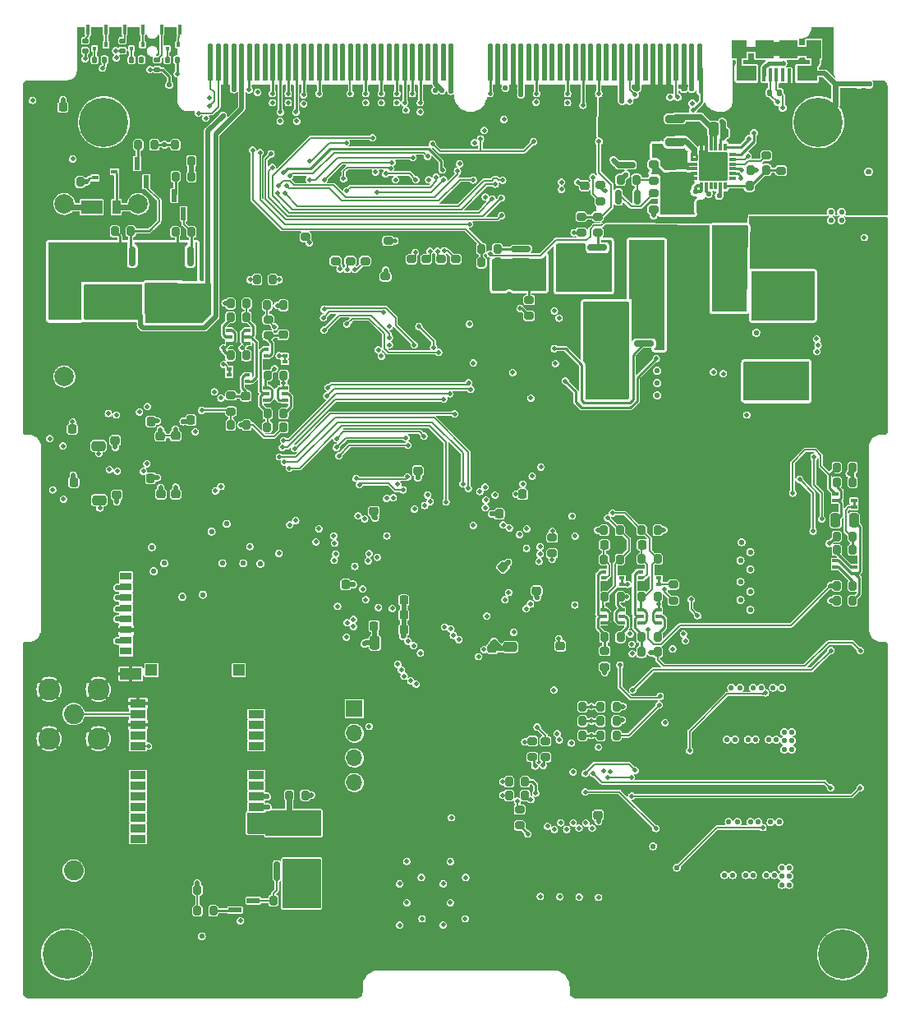
<source format=gbl>
G04 #@! TF.GenerationSoftware,KiCad,Pcbnew,(6.0.5)*
G04 #@! TF.CreationDate,2022-06-17T11:51:41-04:00*
G04 #@! TF.ProjectId,mainboard,6d61696e-626f-4617-9264-2e6b69636164,rev?*
G04 #@! TF.SameCoordinates,Original*
G04 #@! TF.FileFunction,Copper,L6,Bot*
G04 #@! TF.FilePolarity,Positive*
%FSLAX46Y46*%
G04 Gerber Fmt 4.6, Leading zero omitted, Abs format (unit mm)*
G04 Created by KiCad (PCBNEW (6.0.5)) date 2022-06-17 11:51:41*
%MOMM*%
%LPD*%
G01*
G04 APERTURE LIST*
G04 Aperture macros list*
%AMRoundRect*
0 Rectangle with rounded corners*
0 $1 Rounding radius*
0 $2 $3 $4 $5 $6 $7 $8 $9 X,Y pos of 4 corners*
0 Add a 4 corners polygon primitive as box body*
4,1,4,$2,$3,$4,$5,$6,$7,$8,$9,$2,$3,0*
0 Add four circle primitives for the rounded corners*
1,1,$1+$1,$2,$3*
1,1,$1+$1,$4,$5*
1,1,$1+$1,$6,$7*
1,1,$1+$1,$8,$9*
0 Add four rect primitives between the rounded corners*
20,1,$1+$1,$2,$3,$4,$5,0*
20,1,$1+$1,$4,$5,$6,$7,0*
20,1,$1+$1,$6,$7,$8,$9,0*
20,1,$1+$1,$8,$9,$2,$3,0*%
%AMFreePoly0*
4,1,12,0.105238,2.379067,0.194454,2.319454,0.254067,2.230238,0.275000,2.125000,0.275000,-1.400000,-0.275000,-1.400000,-0.275000,2.125000,-0.254067,2.230238,-0.194454,2.319454,-0.105238,2.379067,0.000000,2.400000,0.105238,2.379067,0.105238,2.379067,$1*%
G04 Aperture macros list end*
G04 #@! TA.AperFunction,ComponentPad*
%ADD10C,0.500000*%
G04 #@! TD*
G04 #@! TA.AperFunction,SMDPad,CuDef*
%ADD11R,1.500000X2.500000*%
G04 #@! TD*
G04 #@! TA.AperFunction,SMDPad,CuDef*
%ADD12R,5.400000X2.900000*%
G04 #@! TD*
G04 #@! TA.AperFunction,SMDPad,CuDef*
%ADD13RoundRect,0.200000X0.275000X-0.200000X0.275000X0.200000X-0.275000X0.200000X-0.275000X-0.200000X0*%
G04 #@! TD*
G04 #@! TA.AperFunction,ComponentPad*
%ADD14R,1.700000X1.700000*%
G04 #@! TD*
G04 #@! TA.AperFunction,ComponentPad*
%ADD15O,1.700000X1.700000*%
G04 #@! TD*
G04 #@! TA.AperFunction,ComponentPad*
%ADD16C,2.006600*%
G04 #@! TD*
G04 #@! TA.AperFunction,ComponentPad*
%ADD17C,2.050000*%
G04 #@! TD*
G04 #@! TA.AperFunction,ComponentPad*
%ADD18C,2.250000*%
G04 #@! TD*
G04 #@! TA.AperFunction,ComponentPad*
%ADD19C,5.080000*%
G04 #@! TD*
G04 #@! TA.AperFunction,SMDPad,CuDef*
%ADD20FreePoly0,0.000000*%
G04 #@! TD*
G04 #@! TA.AperFunction,SMDPad,CuDef*
%ADD21R,1.625600X0.812800*%
G04 #@! TD*
G04 #@! TA.AperFunction,SMDPad,CuDef*
%ADD22RoundRect,0.200000X0.200000X0.275000X-0.200000X0.275000X-0.200000X-0.275000X0.200000X-0.275000X0*%
G04 #@! TD*
G04 #@! TA.AperFunction,SMDPad,CuDef*
%ADD23R,0.558800X1.320800*%
G04 #@! TD*
G04 #@! TA.AperFunction,SMDPad,CuDef*
%ADD24RoundRect,0.225000X0.250000X-0.225000X0.250000X0.225000X-0.250000X0.225000X-0.250000X-0.225000X0*%
G04 #@! TD*
G04 #@! TA.AperFunction,SMDPad,CuDef*
%ADD25RoundRect,0.250000X-0.475000X0.250000X-0.475000X-0.250000X0.475000X-0.250000X0.475000X0.250000X0*%
G04 #@! TD*
G04 #@! TA.AperFunction,SMDPad,CuDef*
%ADD26RoundRect,0.150000X-0.150000X0.825000X-0.150000X-0.825000X0.150000X-0.825000X0.150000X0.825000X0*%
G04 #@! TD*
G04 #@! TA.AperFunction,SMDPad,CuDef*
%ADD27RoundRect,0.200000X-0.200000X-0.275000X0.200000X-0.275000X0.200000X0.275000X-0.200000X0.275000X0*%
G04 #@! TD*
G04 #@! TA.AperFunction,SMDPad,CuDef*
%ADD28RoundRect,0.150000X0.150000X-0.825000X0.150000X0.825000X-0.150000X0.825000X-0.150000X-0.825000X0*%
G04 #@! TD*
G04 #@! TA.AperFunction,SMDPad,CuDef*
%ADD29R,1.320800X0.558800*%
G04 #@! TD*
G04 #@! TA.AperFunction,SMDPad,CuDef*
%ADD30RoundRect,0.225000X-0.225000X-0.250000X0.225000X-0.250000X0.225000X0.250000X-0.225000X0.250000X0*%
G04 #@! TD*
G04 #@! TA.AperFunction,SMDPad,CuDef*
%ADD31R,1.250000X1.160000*%
G04 #@! TD*
G04 #@! TA.AperFunction,SMDPad,CuDef*
%ADD32R,1.150000X1.500000*%
G04 #@! TD*
G04 #@! TA.AperFunction,SMDPad,CuDef*
%ADD33R,2.200000X1.150000*%
G04 #@! TD*
G04 #@! TA.AperFunction,SMDPad,CuDef*
%ADD34R,2.500000X0.950000*%
G04 #@! TD*
G04 #@! TA.AperFunction,SMDPad,CuDef*
%ADD35R,1.200000X1.160000*%
G04 #@! TD*
G04 #@! TA.AperFunction,SMDPad,CuDef*
%ADD36R,1.240000X0.800000*%
G04 #@! TD*
G04 #@! TA.AperFunction,SMDPad,CuDef*
%ADD37RoundRect,0.225000X-0.250000X0.225000X-0.250000X-0.225000X0.250000X-0.225000X0.250000X0.225000X0*%
G04 #@! TD*
G04 #@! TA.AperFunction,SMDPad,CuDef*
%ADD38RoundRect,0.225000X0.225000X0.250000X-0.225000X0.250000X-0.225000X-0.250000X0.225000X-0.250000X0*%
G04 #@! TD*
G04 #@! TA.AperFunction,SMDPad,CuDef*
%ADD39R,0.800000X0.300000*%
G04 #@! TD*
G04 #@! TA.AperFunction,SMDPad,CuDef*
%ADD40R,0.300000X0.800000*%
G04 #@! TD*
G04 #@! TA.AperFunction,SMDPad,CuDef*
%ADD41R,2.800000X2.800000*%
G04 #@! TD*
G04 #@! TA.AperFunction,SMDPad,CuDef*
%ADD42RoundRect,0.250000X-0.250000X-0.475000X0.250000X-0.475000X0.250000X0.475000X-0.250000X0.475000X0*%
G04 #@! TD*
G04 #@! TA.AperFunction,SMDPad,CuDef*
%ADD43RoundRect,0.250000X0.250000X0.475000X-0.250000X0.475000X-0.250000X-0.475000X0.250000X-0.475000X0*%
G04 #@! TD*
G04 #@! TA.AperFunction,SMDPad,CuDef*
%ADD44RoundRect,0.200000X-0.275000X0.200000X-0.275000X-0.200000X0.275000X-0.200000X0.275000X0.200000X0*%
G04 #@! TD*
G04 #@! TA.AperFunction,SMDPad,CuDef*
%ADD45RoundRect,0.177600X-0.822400X0.222400X-0.822400X-0.222400X0.822400X-0.222400X0.822400X0.222400X0*%
G04 #@! TD*
G04 #@! TA.AperFunction,SMDPad,CuDef*
%ADD46R,0.650000X0.400000*%
G04 #@! TD*
G04 #@! TA.AperFunction,SMDPad,CuDef*
%ADD47R,0.600000X0.400000*%
G04 #@! TD*
G04 #@! TA.AperFunction,SMDPad,CuDef*
%ADD48R,0.900000X1.400000*%
G04 #@! TD*
G04 #@! TA.AperFunction,SMDPad,CuDef*
%ADD49R,2.200000X1.400000*%
G04 #@! TD*
G04 #@! TA.AperFunction,SMDPad,CuDef*
%ADD50R,0.700000X0.450000*%
G04 #@! TD*
G04 #@! TA.AperFunction,SMDPad,CuDef*
%ADD51RoundRect,0.140000X-0.170000X0.140000X-0.170000X-0.140000X0.170000X-0.140000X0.170000X0.140000X0*%
G04 #@! TD*
G04 #@! TA.AperFunction,SMDPad,CuDef*
%ADD52R,0.370000X1.000000*%
G04 #@! TD*
G04 #@! TA.AperFunction,SMDPad,CuDef*
%ADD53R,2.108000X1.600000*%
G04 #@! TD*
G04 #@! TA.AperFunction,SMDPad,CuDef*
%ADD54R,1.905000X1.905000*%
G04 #@! TD*
G04 #@! TA.AperFunction,SMDPad,CuDef*
%ADD55R,1.500000X1.905000*%
G04 #@! TD*
G04 #@! TA.AperFunction,SMDPad,CuDef*
%ADD56R,0.406000X1.346000*%
G04 #@! TD*
G04 #@! TA.AperFunction,SMDPad,CuDef*
%ADD57RoundRect,0.101500X0.101500X0.571500X-0.101500X0.571500X-0.101500X-0.571500X0.101500X-0.571500X0*%
G04 #@! TD*
G04 #@! TA.AperFunction,SMDPad,CuDef*
%ADD58R,0.450000X0.500000*%
G04 #@! TD*
G04 #@! TA.AperFunction,SMDPad,CuDef*
%ADD59R,0.450000X0.400000*%
G04 #@! TD*
G04 #@! TA.AperFunction,SMDPad,CuDef*
%ADD60RoundRect,0.135000X-0.185000X0.135000X-0.185000X-0.135000X0.185000X-0.135000X0.185000X0.135000X0*%
G04 #@! TD*
G04 #@! TA.AperFunction,SMDPad,CuDef*
%ADD61RoundRect,0.135000X0.185000X-0.135000X0.185000X0.135000X-0.185000X0.135000X-0.185000X-0.135000X0*%
G04 #@! TD*
G04 #@! TA.AperFunction,SMDPad,CuDef*
%ADD62RoundRect,0.135000X-0.135000X-0.185000X0.135000X-0.185000X0.135000X0.185000X-0.135000X0.185000X0*%
G04 #@! TD*
G04 #@! TA.AperFunction,SMDPad,CuDef*
%ADD63RoundRect,0.140000X-0.140000X-0.170000X0.140000X-0.170000X0.140000X0.170000X-0.140000X0.170000X0*%
G04 #@! TD*
G04 #@! TA.AperFunction,SMDPad,CuDef*
%ADD64RoundRect,0.140000X0.140000X0.170000X-0.140000X0.170000X-0.140000X-0.170000X0.140000X-0.170000X0*%
G04 #@! TD*
G04 #@! TA.AperFunction,SMDPad,CuDef*
%ADD65RoundRect,0.150000X0.825000X0.150000X-0.825000X0.150000X-0.825000X-0.150000X0.825000X-0.150000X0*%
G04 #@! TD*
G04 #@! TA.AperFunction,SMDPad,CuDef*
%ADD66RoundRect,0.150000X-0.825000X-0.150000X0.825000X-0.150000X0.825000X0.150000X-0.825000X0.150000X0*%
G04 #@! TD*
G04 #@! TA.AperFunction,SMDPad,CuDef*
%ADD67RoundRect,0.250000X0.475000X-0.250000X0.475000X0.250000X-0.475000X0.250000X-0.475000X-0.250000X0*%
G04 #@! TD*
G04 #@! TA.AperFunction,SMDPad,CuDef*
%ADD68RoundRect,0.225000X-0.017678X0.335876X-0.335876X0.017678X0.017678X-0.335876X0.335876X-0.017678X0*%
G04 #@! TD*
G04 #@! TA.AperFunction,SMDPad,CuDef*
%ADD69RoundRect,0.250000X-0.787500X-1.025000X0.787500X-1.025000X0.787500X1.025000X-0.787500X1.025000X0*%
G04 #@! TD*
G04 #@! TA.AperFunction,SMDPad,CuDef*
%ADD70RoundRect,0.150000X-0.150000X0.587500X-0.150000X-0.587500X0.150000X-0.587500X0.150000X0.587500X0*%
G04 #@! TD*
G04 #@! TA.AperFunction,ViaPad*
%ADD71C,0.508000*%
G04 #@! TD*
G04 #@! TA.AperFunction,ViaPad*
%ADD72C,0.600000*%
G04 #@! TD*
G04 #@! TA.AperFunction,ViaPad*
%ADD73C,0.584200*%
G04 #@! TD*
G04 #@! TA.AperFunction,Conductor*
%ADD74C,0.203200*%
G04 #@! TD*
G04 #@! TA.AperFunction,Conductor*
%ADD75C,0.254000*%
G04 #@! TD*
G04 #@! TA.AperFunction,Conductor*
%ADD76C,0.508000*%
G04 #@! TD*
G04 #@! TA.AperFunction,Conductor*
%ADD77C,0.609600*%
G04 #@! TD*
G04 #@! TA.AperFunction,Conductor*
%ADD78C,0.271780*%
G04 #@! TD*
G04 #@! TA.AperFunction,Conductor*
%ADD79C,0.300000*%
G04 #@! TD*
G04 #@! TA.AperFunction,Conductor*
%ADD80C,0.337947*%
G04 #@! TD*
G04 #@! TA.AperFunction,Conductor*
%ADD81C,0.271781*%
G04 #@! TD*
G04 #@! TA.AperFunction,Conductor*
%ADD82C,0.234950*%
G04 #@! TD*
G04 #@! TA.AperFunction,Conductor*
%ADD83C,0.381000*%
G04 #@! TD*
G04 #@! TA.AperFunction,Conductor*
%ADD84C,0.304800*%
G04 #@! TD*
G04 #@! TA.AperFunction,Conductor*
%ADD85C,0.279400*%
G04 #@! TD*
G04 APERTURE END LIST*
D10*
X122651900Y-79031793D03*
D11*
X123151900Y-80031793D03*
D10*
X122651900Y-81031793D03*
X123651900Y-80031793D03*
X123651900Y-81031793D03*
X123651900Y-79031793D03*
X122651900Y-80031793D03*
D12*
X122453400Y-84375800D03*
X122453400Y-74475800D03*
D13*
X121056400Y-60819800D03*
X121056400Y-59169800D03*
D14*
X78592400Y-117779300D03*
D15*
X78592400Y-120319300D03*
X78592400Y-122859300D03*
X78592400Y-125399300D03*
X78592400Y-127939300D03*
D16*
X48690000Y-83574200D03*
X56310000Y-83574200D03*
X48690000Y-75954200D03*
X56310000Y-65794200D03*
X48690000Y-65794200D03*
D17*
X49653500Y-134480896D03*
D18*
X47113500Y-137020896D03*
X47113500Y-131940896D03*
X52193500Y-131940896D03*
X52193500Y-137020896D03*
D19*
X52768500Y-57360900D03*
X126428500Y-57360900D03*
X128968500Y-143090900D03*
X48968500Y-143090900D03*
D20*
X63772313Y-51608055D03*
X64572313Y-51608055D03*
X65372313Y-51608055D03*
X66172313Y-51608055D03*
X66972313Y-51608055D03*
X67772313Y-51608055D03*
X68572313Y-51608055D03*
X69372313Y-51608055D03*
X70172313Y-51608055D03*
X70972313Y-51608055D03*
X71772313Y-51608055D03*
X72572313Y-51608055D03*
X73372313Y-51608055D03*
X74172313Y-51608055D03*
X74972313Y-51608055D03*
X75772313Y-51608055D03*
X76572313Y-51608055D03*
X77372313Y-51608055D03*
X78172313Y-51608055D03*
X78972313Y-51608055D03*
X79772313Y-51608055D03*
X80572313Y-51608055D03*
X81372313Y-51608055D03*
X82172313Y-51608055D03*
X82972313Y-51608055D03*
X83772313Y-51608055D03*
X84572313Y-51608055D03*
X85372313Y-51608055D03*
X86172313Y-51608055D03*
X86972313Y-51608055D03*
X87772313Y-51608055D03*
X88572313Y-51608055D03*
X92572313Y-51608055D03*
X93372313Y-51608055D03*
X94172313Y-51608055D03*
X94972313Y-51608055D03*
X95772313Y-51608055D03*
X96572313Y-51608055D03*
X97372313Y-51608055D03*
X98172313Y-51608055D03*
X98972313Y-51608055D03*
X99772313Y-51608055D03*
X100572313Y-51608055D03*
X101372313Y-51608055D03*
X102172313Y-51608055D03*
X102972313Y-51608055D03*
X103772313Y-51608055D03*
X104572313Y-51608055D03*
X105372313Y-51608055D03*
X106172313Y-51608055D03*
X106972313Y-51608055D03*
X107772313Y-51608055D03*
X108572313Y-51608055D03*
X109372313Y-51608055D03*
X110172313Y-51608055D03*
X110972313Y-51608055D03*
X111772313Y-51608055D03*
X112572313Y-51608055D03*
X113372313Y-51608055D03*
X114172313Y-51608055D03*
D17*
X49661600Y-118343896D03*
D18*
X52201600Y-120883896D03*
X47121600Y-115803896D03*
X47121600Y-120883896D03*
X52201600Y-115803896D03*
D21*
X68478400Y-131241800D03*
X68478400Y-130141800D03*
X68478400Y-129041800D03*
X68478400Y-127941800D03*
X68478400Y-126841800D03*
X68478400Y-125741800D03*
X68478400Y-124641800D03*
X68478400Y-121641800D03*
X68478400Y-120541800D03*
X68478400Y-119441800D03*
X68478400Y-118341800D03*
X68478400Y-117241800D03*
X56278400Y-117241800D03*
X56278400Y-118341800D03*
X56278400Y-119441800D03*
X56278400Y-120541800D03*
X56278400Y-121641800D03*
X56278400Y-124641800D03*
X56278400Y-125741800D03*
X56278400Y-126841800D03*
X56278400Y-127941800D03*
X56278400Y-129041800D03*
X56278400Y-130141800D03*
X56278400Y-131241800D03*
D22*
X60146400Y-68664400D03*
X61796400Y-68664400D03*
D23*
X60983600Y-66797500D03*
X61936100Y-64917900D03*
X60031100Y-64917900D03*
D22*
X48677800Y-63533600D03*
X50327800Y-63533600D03*
D24*
X97388400Y-104113800D03*
X97388400Y-105663800D03*
D25*
X94657900Y-113331800D03*
X94657900Y-111431800D03*
D26*
X51890400Y-76117800D03*
X53160400Y-76117800D03*
X54430400Y-76117800D03*
X55700400Y-76117800D03*
X55700400Y-71167800D03*
X54430400Y-71167800D03*
X53160400Y-71167800D03*
X51890400Y-71167800D03*
D27*
X61783200Y-59698200D03*
X60133200Y-59698200D03*
D23*
X57148200Y-63495500D03*
X58100700Y-61615900D03*
X56195700Y-61615900D03*
D22*
X53910200Y-68613600D03*
X55560200Y-68613600D03*
D26*
X57859400Y-76117800D03*
X59129400Y-76117800D03*
X60399400Y-76117800D03*
X61669400Y-76117800D03*
X61669400Y-71167800D03*
X60399400Y-71167800D03*
X59129400Y-71167800D03*
X57859400Y-71167800D03*
D28*
X74416838Y-129574257D03*
X73146838Y-129574257D03*
X71876838Y-129574257D03*
X70606838Y-129574257D03*
X70606838Y-134524257D03*
X71876838Y-134524257D03*
X73146838Y-134524257D03*
X74416838Y-134524257D03*
D27*
X64062338Y-138599753D03*
X62412338Y-138599753D03*
X64062338Y-136440753D03*
X62412338Y-136440753D03*
D22*
X70249543Y-137561238D03*
X71899543Y-137561238D03*
D29*
X68177638Y-137583753D03*
X66298038Y-136631253D03*
X66298038Y-138536253D03*
D30*
X85229500Y-106624400D03*
X83679500Y-106624400D03*
D31*
X57680400Y-113809800D03*
D32*
X67805400Y-112009800D03*
X67805400Y-104229800D03*
D33*
X67010400Y-99924800D03*
X55530400Y-114214800D03*
D34*
X55680400Y-99824800D03*
D35*
X66680400Y-113809800D03*
D36*
X55050400Y-111869800D03*
X55050400Y-110769800D03*
X55050400Y-109669800D03*
X55050400Y-108569800D03*
X55050400Y-107469800D03*
X55050400Y-106369800D03*
X55050400Y-105269800D03*
X55050400Y-104169800D03*
D37*
X92816400Y-113156800D03*
X92816400Y-111606800D03*
D38*
X80624400Y-109270300D03*
X82174400Y-109270300D03*
D39*
X117597400Y-60675300D03*
X117597400Y-61175300D03*
X117597400Y-61675300D03*
X117597400Y-62175300D03*
X117597400Y-62675300D03*
X117597400Y-63175300D03*
D40*
X116847400Y-63925300D03*
X116347400Y-63925300D03*
X115847400Y-63925300D03*
X115347400Y-63925300D03*
X114847400Y-63925300D03*
X114347400Y-63925300D03*
D39*
X113597400Y-63175300D03*
X113597400Y-62675300D03*
X113597400Y-62175300D03*
X113597400Y-61675300D03*
X113597400Y-61175300D03*
X113597400Y-60675300D03*
D40*
X114347400Y-59925300D03*
X114847400Y-59925300D03*
X115347400Y-59925300D03*
X115847400Y-59925300D03*
X116347400Y-59925300D03*
X116847400Y-59925300D03*
D41*
X115597400Y-61925300D03*
D42*
X115594900Y-58089800D03*
X113694900Y-58089800D03*
D13*
X122580400Y-62357800D03*
X122580400Y-64007800D03*
D38*
X116727400Y-58483300D03*
X118277400Y-58483300D03*
D27*
X121058400Y-62293800D03*
X119408400Y-62293800D03*
D43*
X112488400Y-66090800D03*
X114388400Y-66090800D03*
D44*
X98983240Y-101799422D03*
X98983240Y-100149422D03*
D30*
X97470728Y-95688611D03*
X95920728Y-95688611D03*
D38*
X47002400Y-55803800D03*
X48552400Y-55803800D03*
D30*
X85229500Y-108148400D03*
X83679500Y-108148400D03*
D22*
X119344400Y-63931800D03*
X120994400Y-63931800D03*
D45*
X111660400Y-59416800D03*
X111660400Y-57016800D03*
D43*
X128191300Y-98390600D03*
X130091300Y-98390600D03*
D37*
X67399400Y-87122800D03*
X67399400Y-85572800D03*
D30*
X109821400Y-100908600D03*
X108271400Y-100908600D03*
X105921400Y-100908600D03*
X104371400Y-100908600D03*
D46*
X104253400Y-107624600D03*
X104253400Y-108274600D03*
X104253400Y-108924600D03*
X106153400Y-108924600D03*
X106153400Y-108274600D03*
X106153400Y-107624600D03*
D47*
X104253400Y-103687600D03*
X104253400Y-104337600D03*
X104253400Y-104987600D03*
X106153400Y-104987600D03*
X106153400Y-104337600D03*
X106153400Y-103687600D03*
D22*
X128316300Y-92929600D03*
X129966300Y-92929600D03*
D27*
X129966300Y-100041600D03*
X128316300Y-100041600D03*
X129966300Y-106645600D03*
X128316300Y-106645600D03*
D22*
X128316300Y-105121600D03*
X129966300Y-105121600D03*
X65838400Y-88566800D03*
X67488400Y-88566800D03*
X69618000Y-76232400D03*
X71268000Y-76232400D03*
X69645000Y-87395400D03*
X71295000Y-87395400D03*
D13*
X65875400Y-85522800D03*
X65875400Y-87172800D03*
D22*
X108188400Y-111957600D03*
X109838400Y-111957600D03*
D13*
X104380200Y-111840200D03*
X104380200Y-113490200D03*
D22*
X108221400Y-99408600D03*
X109871400Y-99408600D03*
D27*
X105971400Y-99408600D03*
X104321400Y-99408600D03*
D22*
X108188400Y-110433600D03*
X109838400Y-110433600D03*
X104378400Y-110433600D03*
X106028400Y-110433600D03*
D13*
X111461400Y-105014600D03*
X111461400Y-106664600D03*
D22*
X104321400Y-102408600D03*
X105971400Y-102408600D03*
X65812400Y-81394800D03*
X67462400Y-81394800D03*
D27*
X109838400Y-106242600D03*
X108188400Y-106242600D03*
X106028400Y-106268000D03*
X104378400Y-106268000D03*
D46*
X108063400Y-107624600D03*
X108063400Y-108274600D03*
X108063400Y-108924600D03*
X109963400Y-108924600D03*
X109963400Y-108274600D03*
X109963400Y-107624600D03*
D47*
X108063400Y-103687600D03*
X108063400Y-104337600D03*
X108063400Y-104987600D03*
X109963400Y-104987600D03*
X109963400Y-104337600D03*
X109963400Y-103687600D03*
D22*
X69618000Y-88788400D03*
X71268000Y-88788400D03*
D44*
X69708000Y-79330400D03*
X69708000Y-77680400D03*
D24*
X71232000Y-77730400D03*
X71232000Y-79280400D03*
D27*
X67462400Y-77457800D03*
X65812400Y-77457800D03*
D22*
X108213400Y-102364600D03*
X109863400Y-102364600D03*
D48*
X54051600Y-66124400D03*
D49*
X51501600Y-66124400D03*
D46*
X128191300Y-102566600D03*
X128191300Y-103216600D03*
X128191300Y-103866600D03*
X130091300Y-103866600D03*
X130091300Y-103216600D03*
X130091300Y-102566600D03*
X128191300Y-95708600D03*
X128191300Y-96358600D03*
X128191300Y-97008600D03*
X130091300Y-97008600D03*
X130091300Y-96358600D03*
X130091300Y-95708600D03*
D27*
X129966300Y-101438600D03*
X128316300Y-101438600D03*
D22*
X128316300Y-94453600D03*
X129966300Y-94453600D03*
D50*
X53857400Y-62458600D03*
X51857400Y-61808600D03*
X51857400Y-63108600D03*
D22*
X60133200Y-61349200D03*
X61783200Y-61349200D03*
D27*
X61808600Y-62974800D03*
X60158600Y-62974800D03*
X67489400Y-76064800D03*
X65839400Y-76064800D03*
D44*
X96604400Y-77329800D03*
X96604400Y-75679800D03*
D27*
X71295000Y-83458400D03*
X69645000Y-83458400D03*
D42*
X82590400Y-110984800D03*
X80690400Y-110984800D03*
D22*
X71877338Y-126715257D03*
X73527338Y-126715257D03*
D27*
X57973200Y-59698200D03*
X56323200Y-59698200D03*
D51*
X130616800Y-54416900D03*
X130616800Y-53456900D03*
X131607400Y-54416900D03*
X131607400Y-53456900D03*
D52*
X51112281Y-47795180D03*
X52972281Y-47795180D03*
X54912273Y-47795180D03*
X56772273Y-47795180D03*
X58712291Y-47795180D03*
X60572291Y-47795180D03*
D53*
X118998278Y-52345067D03*
D54*
X120922278Y-49845067D03*
D53*
X125246278Y-52345067D03*
D55*
X125948278Y-49845067D03*
X118296278Y-49845067D03*
D54*
X123322278Y-49845067D03*
D56*
X123397278Y-52512067D03*
X122747278Y-52512067D03*
X122097278Y-52512067D03*
X121447278Y-52512067D03*
D57*
X120797278Y-52512067D03*
D58*
X52972500Y-49390300D03*
D59*
X51822500Y-48990300D03*
X51822500Y-49790300D03*
D58*
X56757100Y-49390300D03*
D59*
X55607100Y-48990300D03*
X55607100Y-49790300D03*
D58*
X60465500Y-49390300D03*
D59*
X59315500Y-48990300D03*
X59315500Y-49790300D03*
D60*
X129626200Y-54472300D03*
X129626200Y-53452300D03*
D61*
X50848100Y-48981900D03*
X50848100Y-50001900D03*
X54683500Y-48981900D03*
X54683500Y-50001900D03*
X58264900Y-50937700D03*
X58264900Y-51957700D03*
D62*
X52831300Y-50939700D03*
X51811300Y-50939700D03*
X56641300Y-50939700D03*
X55621300Y-50939700D03*
X60324300Y-50939700D03*
X59304300Y-50939700D03*
D63*
X123387900Y-54317900D03*
X122427900Y-54317900D03*
D64*
X120446700Y-54317900D03*
X121406700Y-54317900D03*
D65*
X101622400Y-57962800D03*
X101622400Y-59232800D03*
X101622400Y-60502800D03*
X101622400Y-61772800D03*
X106572400Y-61772800D03*
X106572400Y-60502800D03*
X106572400Y-59232800D03*
X106572400Y-57962800D03*
D66*
X100730400Y-74218800D03*
X100730400Y-72948800D03*
X100730400Y-71678800D03*
X100730400Y-70408800D03*
X95780400Y-70408800D03*
X95780400Y-71678800D03*
X95780400Y-72948800D03*
X95780400Y-74218800D03*
X108604400Y-74091800D03*
X108604400Y-72821800D03*
X108604400Y-71551800D03*
X108604400Y-70281800D03*
X103654400Y-70281800D03*
X103654400Y-71551800D03*
X103654400Y-72821800D03*
X103654400Y-74091800D03*
D44*
X109442400Y-63372800D03*
X109442400Y-61722800D03*
D13*
X101989200Y-67094600D03*
X101989200Y-68744600D03*
D30*
X63295400Y-88044800D03*
X61745400Y-88044800D03*
D38*
X56038300Y-94036700D03*
X57588300Y-94036700D03*
X48118858Y-94485800D03*
X49668858Y-94485800D03*
D37*
X60178000Y-97213400D03*
X60178000Y-95663400D03*
X58649600Y-97219400D03*
X58649600Y-95669400D03*
D67*
X52281800Y-94416800D03*
X52281800Y-96316800D03*
D38*
X56065134Y-88201049D03*
X57615134Y-88201049D03*
D24*
X53944600Y-88625200D03*
X53944600Y-90175200D03*
D38*
X47953000Y-88990400D03*
X49503000Y-88990400D03*
D37*
X60158924Y-91222600D03*
X60158924Y-89672600D03*
X58598648Y-91248400D03*
X58598648Y-89698400D03*
D67*
X52232600Y-88815800D03*
X52232600Y-90715800D03*
D24*
X54093800Y-94230000D03*
X54093800Y-95780000D03*
D65*
X103527400Y-76377800D03*
X103527400Y-77647800D03*
X103527400Y-78917800D03*
X103527400Y-80187800D03*
X108477400Y-80187800D03*
X108477400Y-78917800D03*
X108477400Y-77647800D03*
X108477400Y-76377800D03*
D46*
X67587400Y-80139800D03*
X67587400Y-79489800D03*
X67587400Y-78839800D03*
X65687400Y-78839800D03*
X65687400Y-79489800D03*
X65687400Y-80139800D03*
X69520000Y-84713400D03*
X69520000Y-85363400D03*
X69520000Y-86013400D03*
X71420000Y-86013400D03*
X71420000Y-85363400D03*
X71420000Y-84713400D03*
D47*
X67587400Y-84076800D03*
X67587400Y-83426800D03*
X67587400Y-82776800D03*
X65687400Y-82776800D03*
X65687400Y-83426800D03*
X65687400Y-84076800D03*
X69520000Y-80776400D03*
X69520000Y-81426400D03*
X69520000Y-82076400D03*
X71420000Y-82076400D03*
X71420000Y-81426400D03*
X71420000Y-80776400D03*
D68*
X92814493Y-104319200D03*
X93910509Y-103223184D03*
D30*
X95064600Y-97726000D03*
X93514600Y-97726000D03*
D24*
X85140300Y-91727000D03*
X85140300Y-93277000D03*
X80616400Y-95923800D03*
X80616400Y-97473800D03*
D38*
X76136200Y-105003600D03*
X77686200Y-105003600D03*
D30*
X85229500Y-109672400D03*
X83679500Y-109672400D03*
D44*
X96948400Y-122768800D03*
X96948400Y-121118800D03*
D69*
X123787900Y-69646800D03*
X117562900Y-69646800D03*
D27*
X70192400Y-73583800D03*
X68542400Y-73583800D03*
D13*
X76647400Y-71674300D03*
X76647400Y-73324300D03*
D22*
X100467400Y-120546800D03*
X102117400Y-120546800D03*
D13*
X89052400Y-69837800D03*
X89052400Y-71487800D03*
D44*
X98296400Y-122788800D03*
X98296400Y-121138800D03*
D13*
X103979400Y-63868800D03*
X103979400Y-65518800D03*
X78171400Y-71674300D03*
X78171400Y-73324300D03*
D22*
X91715400Y-71831200D03*
X93365400Y-71831200D03*
D13*
X79695400Y-71674300D03*
X79695400Y-73324300D03*
D27*
X96186400Y-125307800D03*
X94536400Y-125307800D03*
D24*
X102332400Y-63918800D03*
X102332400Y-65468800D03*
D44*
X103665600Y-68744600D03*
X103665600Y-67094600D03*
D13*
X87528400Y-69837800D03*
X87528400Y-71487800D03*
X81807000Y-73264865D03*
X81807000Y-74914865D03*
X86004400Y-69837800D03*
X86004400Y-71487800D03*
D27*
X96186400Y-126731800D03*
X94536400Y-126731800D03*
D24*
X103711962Y-127216756D03*
X103711962Y-128766756D03*
D44*
X95642400Y-129821800D03*
X95642400Y-128171800D03*
D22*
X103967400Y-119071800D03*
X105617400Y-119071800D03*
X103967400Y-117571800D03*
X105617400Y-117571800D03*
D13*
X82067400Y-69583800D03*
X82067400Y-71233800D03*
D27*
X93326800Y-70408800D03*
X91676800Y-70408800D03*
D22*
X106030282Y-63315140D03*
X107680282Y-63315140D03*
D13*
X73558400Y-69202800D03*
X73558400Y-70852800D03*
D37*
X99818400Y-112864800D03*
X99818400Y-111314800D03*
D22*
X100467400Y-117571800D03*
X102117400Y-117571800D03*
X100467400Y-119071800D03*
X102117400Y-119071800D03*
D13*
X84480400Y-69837800D03*
X84480400Y-71487800D03*
D44*
X109431400Y-66343800D03*
X109431400Y-64693800D03*
D22*
X103967400Y-120546800D03*
X105617400Y-120546800D03*
D70*
X106774400Y-66948300D03*
X107724400Y-65073300D03*
X105824400Y-65073300D03*
D71*
X90449400Y-78155800D03*
X90449400Y-67868800D03*
X68859400Y-60502800D03*
X63652400Y-55676800D03*
X75870300Y-84713006D03*
X90373200Y-84201000D03*
X63271400Y-56946800D03*
X88493106Y-133528205D03*
D72*
X53751480Y-133579360D03*
X55016400Y-135448800D03*
X57561480Y-133579360D03*
X55021480Y-133579360D03*
X56291480Y-132360160D03*
X57561480Y-132360160D03*
X55021480Y-132360160D03*
D73*
X92764773Y-114723851D03*
X89166856Y-118321768D03*
D72*
X53746400Y-135448800D03*
X60812400Y-144139800D03*
X57256400Y-144139800D03*
X58526400Y-144139800D03*
X59669400Y-144139800D03*
X55986400Y-144139800D03*
X61828400Y-144139800D03*
D71*
X52285900Y-49009300D03*
X56779000Y-50152300D03*
D73*
X131597400Y-62468700D03*
X120817900Y-118863300D03*
X132105400Y-79806800D03*
X132105400Y-78790800D03*
X132105400Y-77774800D03*
X120554900Y-132702300D03*
X120554900Y-131432300D03*
X116681400Y-138353800D03*
X117570400Y-138353800D03*
X118840400Y-138353800D03*
X119729400Y-138353800D03*
X121888400Y-138353800D03*
X120999400Y-138353800D03*
D71*
X118014900Y-134289800D03*
X116484400Y-132638800D03*
D73*
X121507400Y-126034800D03*
X120237400Y-126034800D03*
X119348400Y-126034800D03*
X118078400Y-126034800D03*
X117189400Y-126034800D03*
X122396400Y-126034800D03*
D71*
X52222400Y-89763600D03*
X86250953Y-132891562D03*
D72*
X55270400Y-141274800D03*
X59281268Y-139168371D03*
X55905400Y-138836400D03*
D71*
X82804000Y-99161600D03*
D72*
X54688532Y-138834629D03*
X59281268Y-140387571D03*
D71*
X100765400Y-137133800D03*
X96494600Y-123698000D03*
D73*
X114579400Y-76377800D03*
D72*
X59281268Y-137949171D03*
X54688532Y-136396229D03*
D73*
X85344000Y-127762000D03*
D71*
X100609400Y-114731800D03*
X86258400Y-137083800D03*
X45491400Y-62153800D03*
D72*
X55905400Y-136398000D03*
D71*
X87655400Y-74726800D03*
D73*
X120040400Y-124383800D03*
D72*
X54762400Y-119303800D03*
D73*
X114579400Y-71932800D03*
X114579400Y-75361800D03*
D71*
X116840000Y-118821200D03*
D73*
X61889800Y-92759800D03*
X117881400Y-124383800D03*
D71*
X101955600Y-97028000D03*
X96760400Y-137133800D03*
D73*
X132105400Y-81076800D03*
D71*
X90755846Y-137095714D03*
D73*
X56853811Y-108918375D03*
D71*
X48606000Y-93735600D03*
D73*
X94563661Y-75132829D03*
D71*
X84531200Y-121564400D03*
D73*
X107772320Y-53873280D03*
D72*
X58064400Y-135509000D03*
D71*
X59639200Y-92303600D03*
X98765400Y-137133800D03*
X104844400Y-104965600D03*
D72*
X58064400Y-137947400D03*
D73*
X114579400Y-71043800D03*
D71*
X119754133Y-90218317D03*
D73*
X98271866Y-77003685D03*
X118341400Y-112195800D03*
D71*
X56286400Y-89560400D03*
X90846637Y-109692563D03*
D73*
X119611400Y-112195800D03*
X110073700Y-122097800D03*
D71*
X108620062Y-104978013D03*
X102765400Y-137133800D03*
X56235600Y-95504000D03*
X101371400Y-64185800D03*
X88808812Y-93979512D03*
D73*
X112572320Y-53924680D03*
D71*
X72669400Y-63279971D03*
D73*
X120817900Y-117593300D03*
D72*
X55268629Y-142491668D03*
D73*
X119151400Y-124383800D03*
D71*
X76496900Y-106222300D03*
X95442400Y-105096800D03*
D73*
X85471000Y-107365800D03*
D71*
X97434400Y-64693800D03*
X122084810Y-87531461D03*
D73*
X132105400Y-82092800D03*
X98244606Y-59187827D03*
X80572025Y-95186954D03*
D71*
X90750561Y-132868392D03*
X57556400Y-95504000D03*
X48544800Y-88249100D03*
D72*
X57175400Y-134543800D03*
D73*
X125247400Y-70535800D03*
X121770400Y-112195800D03*
D71*
X98204590Y-107137200D03*
D73*
X126263400Y-85267800D03*
D72*
X53619400Y-119303800D03*
D71*
X94081600Y-102057200D03*
D73*
X94972320Y-53846280D03*
X117452400Y-112195800D03*
X114579400Y-72948800D03*
X84459821Y-119061352D03*
D72*
X58392268Y-134545571D03*
D73*
X54635400Y-62661800D03*
X93370400Y-53846080D03*
X125247400Y-68757800D03*
D71*
X109632900Y-135750300D03*
D73*
X100228400Y-59232800D03*
X122199400Y-124383800D03*
D71*
X122296615Y-90129381D03*
D73*
X132105400Y-83108800D03*
D71*
X91642413Y-99596804D03*
D72*
X53624480Y-117434360D03*
D73*
X121310400Y-124383800D03*
X121602500Y-144322800D03*
D71*
X55351311Y-96748107D03*
D72*
X59281268Y-135510771D03*
D73*
X62184000Y-145933800D03*
X100228400Y-61772800D03*
D72*
X55905400Y-140055600D03*
X58062629Y-140383468D03*
D71*
X82829400Y-109296200D03*
X78638400Y-70662800D03*
X59639200Y-98348800D03*
X52273200Y-95351600D03*
D72*
X54767480Y-117434360D03*
X55903629Y-137614868D03*
X55268629Y-143710868D03*
D71*
X57834268Y-97290195D03*
X107035600Y-102895900D03*
D73*
X125247400Y-69646800D03*
D71*
X59777510Y-51614190D03*
D72*
X58064400Y-136728200D03*
D73*
X97681801Y-61769500D03*
D71*
X92481400Y-62026800D03*
D73*
X122659400Y-112195800D03*
X126263400Y-84378800D03*
D72*
X54688532Y-137615429D03*
D71*
X90924950Y-130027074D03*
D72*
X59281268Y-136729971D03*
D73*
X65176400Y-53771800D03*
D71*
X87985600Y-122377200D03*
D72*
X58064400Y-139166600D03*
D73*
X114579400Y-74345800D03*
D71*
X55345600Y-90807000D03*
X57505600Y-89560400D03*
X118404900Y-120450800D03*
X99123141Y-96900403D03*
D73*
X120500400Y-112195800D03*
D72*
X54688532Y-140053829D03*
X56289709Y-133577028D03*
D73*
X117195600Y-81686400D03*
D71*
X81686400Y-63295800D03*
D73*
X65471200Y-92709000D03*
X116992400Y-124383800D03*
X74416838Y-136240257D03*
D71*
X48539400Y-55041800D03*
X60181703Y-94957280D03*
X130768384Y-111805215D03*
X70637400Y-76250800D03*
D73*
X88572320Y-54150280D03*
X80722067Y-98115198D03*
D71*
X53949600Y-90881200D03*
D73*
X92793046Y-97728046D03*
D71*
X103659403Y-99413597D03*
X98983800Y-102412800D03*
X110490000Y-99390200D03*
X130732185Y-125956614D03*
X58599207Y-89039657D03*
D73*
X97418592Y-106319108D03*
D71*
X91592400Y-59105800D03*
X103759000Y-129438400D03*
X97053400Y-59359800D03*
X104394000Y-114096800D03*
X58294241Y-93984799D03*
D73*
X94437200Y-102717600D03*
X92989400Y-110896400D03*
D71*
X65258400Y-76020800D03*
D73*
X54152800Y-107492800D03*
D71*
X67843400Y-73583800D03*
X60147200Y-89001600D03*
D73*
X83642200Y-110337600D03*
D71*
X109118400Y-112014000D03*
X49606000Y-93726000D03*
X124485400Y-94157800D03*
D73*
X85140300Y-93962500D03*
D71*
X99670350Y-110570188D03*
X86639400Y-59613800D03*
D73*
X78449813Y-105000213D03*
X60970400Y-88188800D03*
D71*
X125884066Y-99490134D03*
D73*
X73146838Y-136240257D03*
D71*
X66872169Y-88571461D03*
X107188000Y-126796800D03*
D73*
X71876838Y-136240257D03*
D71*
X54094057Y-96514952D03*
X49544800Y-88239500D03*
X58623200Y-94996000D03*
X110540800Y-105469700D03*
X58292917Y-88168117D03*
X95250000Y-95707200D03*
D73*
X83679500Y-107379300D03*
X61783200Y-62149800D03*
D71*
X78486000Y-109321600D03*
D73*
X59027800Y-59698200D03*
D71*
X78502698Y-108593702D03*
X83718400Y-114427000D03*
X62409162Y-135745309D03*
X80116400Y-119620800D03*
X84124800Y-110845600D03*
X83058000Y-113207800D03*
X92570300Y-54419500D03*
X54063900Y-50723800D03*
X71907400Y-62941700D03*
X82499200Y-107468380D03*
X86131400Y-60883800D03*
X77774800Y-110439200D03*
D73*
X127723900Y-67477300D03*
X128803400Y-66651800D03*
D71*
X110007400Y-117398800D03*
X113310860Y-106527600D03*
D73*
X66172320Y-53980320D03*
D71*
X113970300Y-108204000D03*
D73*
X127723900Y-66651800D03*
X128803400Y-67477300D03*
X113372320Y-53924200D03*
D71*
X101318133Y-107109450D03*
X107238800Y-112115600D03*
X111404400Y-111632500D03*
D73*
X106172000Y-55168800D03*
X106172000Y-54406800D03*
D71*
X103194865Y-63042800D03*
X90853797Y-63320197D03*
X52603400Y-51803300D03*
X71600900Y-63931800D03*
X93888278Y-63343454D03*
X119270010Y-59058157D03*
X76524591Y-102494609D03*
X71399400Y-64693800D03*
X122745501Y-55892699D03*
X70637400Y-64693800D03*
X122199400Y-55295800D03*
X93116400Y-63754000D03*
X76657200Y-101854000D03*
X119786400Y-58470800D03*
X71932800Y-98856800D03*
D73*
X50963300Y-63470100D03*
D71*
X74621367Y-100598760D03*
X81068900Y-107365300D03*
X101625400Y-63550800D03*
D73*
X119888000Y-54317900D03*
X123977400Y-54406800D03*
X110972320Y-53898720D03*
X118706900Y-53581300D03*
X131607400Y-54981000D03*
X109880400Y-58089800D03*
X109372320Y-53898720D03*
X130616800Y-54981000D03*
D71*
X119507000Y-50927000D03*
X92607229Y-70942696D03*
D73*
X110172320Y-54660880D03*
X129626200Y-54975600D03*
X127723900Y-51549300D03*
D72*
X115216396Y-61010900D03*
D73*
X111975277Y-58091246D03*
D71*
X99314000Y-82245200D03*
X96777400Y-85797800D03*
D73*
X118135400Y-76377800D03*
X118135400Y-72948800D03*
X118135400Y-71805800D03*
X118135400Y-74472800D03*
X118135400Y-75361800D03*
D71*
X106959400Y-55168800D03*
X89215487Y-62407800D03*
X70764400Y-63931800D03*
X45411676Y-55112779D03*
X87907397Y-109374403D03*
X70954879Y-56311800D03*
X88545380Y-109575600D03*
X70938052Y-57261445D03*
X88798400Y-110236000D03*
X72580500Y-56311800D03*
X70815200Y-101777800D03*
X72415400Y-90982800D03*
X76860400Y-107238800D03*
X107517700Y-54557976D03*
X88925400Y-87426800D03*
X105308400Y-61264800D03*
X92100400Y-65074800D03*
X75757503Y-85561903D03*
X83990603Y-133523250D03*
X62509400Y-56438800D03*
X90576400Y-84886800D03*
X88487400Y-137775800D03*
X111912400Y-54787800D03*
X99212400Y-80695800D03*
D73*
X68910399Y-102855990D03*
D71*
X71374000Y-92405200D03*
X82194400Y-78410800D03*
X89780633Y-94630709D03*
X71882000Y-93014800D03*
X81559400Y-76986900D03*
X75410900Y-77520800D03*
D73*
X64973200Y-102819200D03*
D71*
X88042400Y-96496800D03*
D73*
X58978800Y-102819200D03*
X67157600Y-102819200D03*
X57912000Y-103632000D03*
D71*
X90342400Y-95096800D03*
X70866000Y-91846400D03*
X75463400Y-76631800D03*
X84760300Y-80317344D03*
X96367600Y-99263200D03*
X99009200Y-99517200D03*
X95614564Y-99830964D03*
X96926400Y-93827600D03*
X96342700Y-101272537D03*
X95961200Y-94640400D03*
X101041200Y-97942400D03*
X97739200Y-101092000D03*
X101346000Y-100025200D03*
X97739200Y-101854000D03*
X97815400Y-92887800D03*
X97637600Y-102616000D03*
D73*
X79654400Y-111099600D03*
D71*
X126771400Y-98221800D03*
X125976405Y-91871800D03*
X84005081Y-137779198D03*
X111150400Y-54787800D03*
X88605649Y-129017049D03*
X78638400Y-103124000D03*
X116616184Y-83274101D03*
X126237031Y-79705361D03*
X112522000Y-110083600D03*
X107035600Y-110083600D03*
X92252800Y-108254800D03*
X83439000Y-113792000D03*
D73*
X60858399Y-106265737D03*
X65430400Y-98755200D03*
X62971500Y-106040100D03*
D71*
X76454000Y-99974400D03*
X91960900Y-111709200D03*
X66852800Y-139649200D03*
X65049900Y-80632800D03*
X87807800Y-85903300D03*
X71168800Y-90869000D03*
X109950648Y-107009679D03*
X90957400Y-59486800D03*
X93929200Y-98856800D03*
X71295800Y-90157800D03*
X106629200Y-106273600D03*
X88417400Y-85344000D03*
X94589600Y-99161600D03*
X89433400Y-61645800D03*
X71295800Y-84214200D03*
D73*
X113565400Y-60147300D03*
X113768600Y-64490700D03*
X116202772Y-64921461D03*
D71*
X104419400Y-64439800D03*
X112725200Y-110794800D03*
X115595400Y-83108800D03*
X126390400Y-80356800D03*
X80111600Y-101828600D03*
X107188000Y-111150400D03*
X91389200Y-112420400D03*
D73*
X62860400Y-141244800D03*
D71*
X97434400Y-119684800D03*
X80009500Y-102565200D03*
X98044000Y-123621800D03*
X79451200Y-105460800D03*
X96164400Y-121208800D03*
X97231200Y-123698000D03*
X49555400Y-61137800D03*
X76555600Y-100736400D03*
X72542400Y-98399600D03*
X74930000Y-99263200D03*
D73*
X63863600Y-99525200D03*
X54152800Y-105308400D03*
D71*
X67818000Y-101092000D03*
X77851000Y-108940600D03*
X123779933Y-95587524D03*
X62860410Y-87045791D03*
X67018400Y-80632800D03*
X70356000Y-82766400D03*
X62194600Y-89254600D03*
X70356000Y-78448400D03*
X65121513Y-82309119D03*
X70838600Y-81420200D03*
X99942400Y-63546800D03*
X105206800Y-97637600D03*
X99692400Y-77546800D03*
X118442400Y-63169800D03*
X99212400Y-76809600D03*
X118516400Y-62280800D03*
X99942400Y-64296800D03*
X104696860Y-98145600D03*
X106785808Y-104985299D03*
X85842620Y-96853382D03*
X108864400Y-109601500D03*
X93889569Y-126719223D03*
X79756000Y-106553000D03*
X119151400Y-60883800D03*
X93726000Y-65176400D03*
X60350400Y-52374800D03*
D73*
X115086606Y-64729492D03*
D71*
X70129400Y-62026800D03*
X95692400Y-76546800D03*
D73*
X54152800Y-106375200D03*
X54152800Y-108559600D03*
X57708800Y-101142800D03*
X54152800Y-110794800D03*
D71*
X96774000Y-127152400D03*
X95402400Y-127304800D03*
X84709000Y-111302800D03*
X122819000Y-51269900D03*
X96469200Y-130708400D03*
X90855800Y-82169500D03*
X113436400Y-55422800D03*
X93906323Y-125311892D03*
X85398500Y-112060778D03*
X97282000Y-126492000D03*
X113512600Y-56134600D03*
X103784400Y-59359800D03*
X94121042Y-106567707D03*
X72644010Y-57267992D03*
X92811600Y-65278000D03*
X78168500Y-54419500D03*
X80469140Y-58978800D03*
X109431400Y-66979800D03*
X94919800Y-83159600D03*
D73*
X106578400Y-62788800D03*
D71*
X68097400Y-60248800D03*
X63652400Y-54844220D03*
D73*
X111658400Y-65836800D03*
X110898400Y-63169800D03*
X112420400Y-64693800D03*
X112420400Y-63169800D03*
X110896400Y-64693800D03*
X65049400Y-56692800D03*
X117833400Y-120958800D03*
D71*
X106222800Y-118973600D03*
D73*
X121325900Y-120958800D03*
X122913400Y-121974800D03*
X122913400Y-121085800D03*
X123675400Y-121085800D03*
X119166900Y-120958800D03*
X95772320Y-54533800D03*
X122100600Y-120984200D03*
X123675400Y-121974800D03*
X95772320Y-53846380D03*
X122913400Y-120196800D03*
X119928900Y-120958800D03*
X123675400Y-120196800D03*
X117007900Y-120958800D03*
D71*
X52349813Y-97115121D03*
X52239101Y-91489061D03*
X64836200Y-94893400D03*
X53340000Y-93167200D03*
X57200800Y-92557600D03*
X47498000Y-95250000D03*
X48615600Y-96215200D03*
X54152800Y-93319600D03*
X64277400Y-95350600D03*
X56845200Y-93319600D03*
X47193200Y-89966800D03*
X64164410Y-85144810D03*
X57251600Y-86664800D03*
X53238400Y-87376000D03*
X56438800Y-87223600D03*
X48554400Y-90728700D03*
X54051200Y-87528400D03*
X64836200Y-85800200D03*
X84963000Y-115265200D03*
D73*
X69601800Y-126841800D03*
X69646800Y-127941800D03*
D71*
X84404200Y-114909600D03*
D73*
X122659400Y-115624800D03*
X117452400Y-115624800D03*
X118341400Y-115624800D03*
X119674900Y-115624800D03*
X120513100Y-115650200D03*
X120237400Y-129463800D03*
X117189400Y-129463800D03*
X119405400Y-103428800D03*
X122396400Y-129463800D03*
X104986400Y-78917800D03*
X121767600Y-115620800D03*
D71*
X127533400Y-100761800D03*
D73*
X104986400Y-82981800D03*
X109394900Y-131956300D03*
X118389400Y-102539800D03*
X104986400Y-84251800D03*
X104986400Y-80187800D03*
X104986400Y-81711800D03*
X119405400Y-105714800D03*
X104986400Y-76377800D03*
X118078400Y-129463800D03*
X121513600Y-129489200D03*
D71*
X110622300Y-119234100D03*
D73*
X118516400Y-100634800D03*
X104986400Y-85521800D03*
D71*
X127702200Y-106645600D03*
D73*
X119405400Y-107619800D03*
X119411900Y-129463800D03*
D71*
X129605096Y-93573430D03*
D73*
X119405400Y-101650800D03*
X118389400Y-106603800D03*
X118389400Y-104698800D03*
X104986400Y-77647800D03*
D71*
X101244400Y-68757800D03*
D73*
X97493400Y-71678800D03*
X94445400Y-72948800D03*
X97493400Y-74218800D03*
X94445400Y-71678800D03*
X94445400Y-74218800D03*
X97493400Y-72948800D03*
D71*
X87669571Y-62293511D03*
X120040400Y-62280800D03*
X57531000Y-51955700D03*
X71272400Y-62560700D03*
X50825400Y-50810000D03*
X53987000Y-50001900D03*
D73*
X116486400Y-57353300D03*
X59524900Y-53517800D03*
X94172320Y-53858880D03*
X112420400Y-61772800D03*
X111723900Y-60337800D03*
X109812400Y-85521800D03*
X110896400Y-61772800D03*
X110059832Y-60350132D03*
X109812400Y-84251800D03*
X109812400Y-82981800D03*
X123412400Y-134162800D03*
X123412400Y-135940800D03*
X121062900Y-134924800D03*
X122650400Y-135940800D03*
X123412400Y-135051800D03*
X119665900Y-134924800D03*
X122650400Y-134162800D03*
X116744900Y-134924800D03*
X118903900Y-134924800D03*
X122650400Y-135051800D03*
X117570400Y-134924800D03*
X87637199Y-54085986D03*
D71*
X87739790Y-140071401D03*
X83253984Y-135815504D03*
D73*
X121888400Y-134924800D03*
D71*
X105003600Y-124256800D03*
X83255279Y-140079888D03*
X87754274Y-135816693D03*
X106299000Y-117576600D03*
D73*
X86956900Y-54089300D03*
D71*
X120973900Y-116158200D03*
X113159800Y-122097800D03*
X120710900Y-130035300D03*
D73*
X111854900Y-134162300D03*
D71*
X110124500Y-116509800D03*
X105968800Y-113284000D03*
X95021400Y-109905800D03*
X109678358Y-130130023D03*
X80949800Y-102184200D03*
X102387400Y-126365000D03*
D73*
X119278400Y-85267800D03*
X120040400Y-82473800D03*
X121564400Y-82473800D03*
X119278400Y-84251800D03*
X120548400Y-76377800D03*
X122580400Y-76377800D03*
X124612400Y-76377800D03*
D71*
X131165600Y-69240400D03*
X126267660Y-81001438D03*
X67741800Y-54025800D03*
X104698800Y-124892300D03*
X101142800Y-124307600D03*
X107135258Y-124866400D03*
X93751400Y-66979800D03*
D73*
X120017900Y-79056800D03*
D71*
X70002400Y-60629800D03*
X93090500Y-95783400D03*
X77814489Y-78181665D03*
X87274400Y-81076800D03*
X97332629Y-55309176D03*
X92057636Y-94953236D03*
X85242400Y-78410800D03*
X86766400Y-80568800D03*
X92151200Y-96291400D03*
X91537023Y-95423223D03*
X97370900Y-54419500D03*
X85382100Y-56299100D03*
X92100400Y-97078800D03*
X76987400Y-91744800D03*
X83908900Y-56121300D03*
X84099400Y-90652600D03*
X79654400Y-98247200D03*
X75463400Y-78790800D03*
X86410800Y-96469200D03*
X82194400Y-79552800D03*
X84785200Y-97231200D03*
X81051400Y-80822800D03*
X73939400Y-61391800D03*
X68605400Y-54279727D03*
X77749400Y-59486800D03*
X89357200Y-110667800D03*
X94488000Y-105816400D03*
X70154800Y-55359300D03*
X85382100Y-55359300D03*
X85761097Y-89702103D03*
X81942400Y-99996800D03*
X76759300Y-89966800D03*
X83781900Y-55359300D03*
X83907440Y-89890600D03*
X78970603Y-97914997D03*
X76733400Y-90855800D03*
X86139207Y-95766970D03*
X82194400Y-80314800D03*
X83058000Y-94691200D03*
X81373947Y-81457800D03*
X73367900Y-54546500D03*
X81910994Y-96111302D03*
X84074000Y-93929200D03*
X71767700Y-54419500D03*
X78765400Y-94056200D03*
X96742400Y-106996800D03*
X96291400Y-107492800D03*
X70154800Y-54419500D03*
X74168000Y-126695200D03*
X57357131Y-121647252D03*
X103022400Y-117571800D03*
X99491800Y-120370600D03*
X99717305Y-121007209D03*
X103044400Y-119071800D03*
X103049400Y-120546800D03*
X100949915Y-121328916D03*
X73367900Y-55486300D03*
X82603274Y-96049701D03*
X71767700Y-55359300D03*
X83616800Y-95250000D03*
X79108800Y-94716600D03*
X90855800Y-98907600D03*
X74955400Y-54432200D03*
X103751400Y-121749800D03*
X99156553Y-115878108D03*
X127683590Y-125960810D03*
X103225600Y-124460000D03*
X107289600Y-115874800D03*
X127721200Y-111800800D03*
X104317800Y-124231400D03*
X107543600Y-124155200D03*
X102387400Y-124460000D03*
X119045400Y-87532800D03*
X90012400Y-139425800D03*
X100482400Y-130225800D03*
X97765400Y-137133800D03*
X101151400Y-129556800D03*
X99765400Y-137165800D03*
X101752400Y-130098800D03*
X99859389Y-129539920D03*
X85567400Y-139425800D03*
X102449754Y-129566803D03*
X101765400Y-137197800D03*
X103101400Y-130098800D03*
X103765400Y-137229800D03*
X99207847Y-130232416D03*
X90065400Y-135175800D03*
X98501200Y-129895600D03*
X85499400Y-135175800D03*
X100327013Y-84050327D03*
X109714814Y-81721522D03*
X79768700Y-54419500D03*
X87782400Y-63295800D03*
X80924400Y-64566800D03*
X79768700Y-55359300D03*
X80774003Y-62511403D03*
X81813400Y-62661800D03*
X84938581Y-63296800D03*
X81368900Y-54419500D03*
X77469500Y-63169800D03*
X82321400Y-62153800D03*
X81368900Y-55359300D03*
X82969100Y-54419500D03*
X75463400Y-63295800D03*
X82487000Y-61518800D03*
X82969100Y-55359300D03*
X82829400Y-63296800D03*
X84569300Y-54419500D03*
X73939400Y-63295800D03*
X84607400Y-61010800D03*
X100571300Y-54419500D03*
X86258400Y-63295800D03*
X100571300Y-55359300D03*
X87020400Y-63042800D03*
X77778814Y-64460410D03*
X94005400Y-57073800D03*
X102158800Y-55626000D03*
X103771700Y-54419500D03*
X91973400Y-58216800D03*
X70834861Y-73583800D03*
X73939400Y-69773800D03*
X77112940Y-72507548D03*
X77876400Y-72543800D03*
X78638400Y-72533952D03*
X81816542Y-72616522D03*
X82771630Y-69583800D03*
X84861400Y-70789800D03*
X86385400Y-70662800D03*
X87147400Y-70662800D03*
X87859580Y-70618300D03*
D74*
X73685400Y-67868800D02*
X90449400Y-67868800D01*
X71399400Y-67868800D02*
X73685400Y-67868800D01*
X68859400Y-65328800D02*
X70002400Y-66471800D01*
X68859400Y-60502800D02*
X68859400Y-65328800D01*
X70002400Y-66471800D02*
X71399400Y-67868800D01*
X64134511Y-55194689D02*
X63652400Y-55676800D01*
X64134511Y-54253911D02*
X64134511Y-55194689D01*
X64033400Y-54152800D02*
X64134511Y-54253911D01*
X63772320Y-53891720D02*
X64033400Y-54152800D01*
X63772320Y-51608053D02*
X63772320Y-53891720D01*
X125976405Y-94759805D02*
X126771400Y-95554800D01*
X125976405Y-91871800D02*
X125976405Y-94759805D01*
X126771400Y-95554800D02*
X126771400Y-98221800D01*
X109173200Y-116691600D02*
X109942700Y-116691600D01*
X107090400Y-116691600D02*
X109173200Y-116691600D01*
X109942700Y-116691600D02*
X110124500Y-116509800D01*
X106884800Y-120546800D02*
X105617400Y-120546800D01*
X110007400Y-117424200D02*
X106884800Y-120546800D01*
X110007400Y-117398800D02*
X110007400Y-117424200D01*
X90195400Y-84378800D02*
X90373200Y-84201000D01*
X109838400Y-112734000D02*
X110492200Y-113387800D01*
X72339680Y-63856080D02*
X76403680Y-63856080D01*
X71272400Y-63423800D02*
X71907400Y-63423800D01*
X82829400Y-78282800D02*
X84760300Y-80213700D01*
X76631800Y-85928200D02*
X87782900Y-85928200D01*
X76657200Y-85344000D02*
X88417400Y-85344000D01*
D75*
X114172320Y-51608053D02*
X114172320Y-54305880D01*
D74*
X78079600Y-90652600D02*
X83921600Y-90652600D01*
X74193400Y-61264800D02*
X75971400Y-59486800D01*
X77470500Y-89255600D02*
X85314594Y-89255600D01*
X86511400Y-64566800D02*
X87782400Y-63295800D01*
X77673680Y-65126080D02*
X86842120Y-65126080D01*
X76204506Y-84378800D02*
X90195400Y-84378800D01*
X76204506Y-84378800D02*
X75870300Y-84713006D01*
X103352600Y-123494800D02*
X106883200Y-123494800D01*
X81686400Y-80695800D02*
X82067400Y-81076800D01*
X81686400Y-79171800D02*
X81686400Y-80695800D01*
X82067400Y-81076800D02*
X87274400Y-81076800D01*
X80111120Y-77596520D02*
X81686400Y-79171800D01*
X78399634Y-77596520D02*
X80111120Y-77596520D01*
X77814489Y-78181665D02*
X78399634Y-77596520D01*
X119151400Y-61391800D02*
X118867900Y-61675300D01*
X118867900Y-61675300D02*
X117597400Y-61675300D01*
X120484400Y-61391800D02*
X119151400Y-61391800D01*
X121056400Y-60819800D02*
X120484400Y-61391800D01*
X118859900Y-61175300D02*
X117597400Y-61175300D01*
X119151400Y-60883800D02*
X118859900Y-61175300D01*
D76*
X120040400Y-62280800D02*
X119421400Y-62280800D01*
X119421400Y-62280800D02*
X119408400Y-62293800D01*
D75*
X52213300Y-48990300D02*
X52219700Y-48983900D01*
D74*
X56144000Y-49936400D02*
X56359900Y-50152300D01*
X55607100Y-48990300D02*
X56144000Y-49527200D01*
X56359900Y-50152300D02*
X56779000Y-50152300D01*
D75*
X51822500Y-48990300D02*
X52213300Y-48990300D01*
D74*
X56144000Y-49527200D02*
X56144000Y-49936400D01*
D75*
X93387820Y-51608053D02*
X93387820Y-53703580D01*
D76*
X80572025Y-95186954D02*
X80642400Y-95257329D01*
D74*
X79695400Y-73324300D02*
X76647400Y-73324300D01*
X59315500Y-48990300D02*
X59743700Y-48990300D01*
X106153400Y-103687600D02*
X106243900Y-103687600D01*
X106726000Y-103687600D02*
X106730800Y-103682800D01*
X59743700Y-48990300D02*
X59802910Y-49049510D01*
X106243900Y-103687600D02*
X107035600Y-102895900D01*
X59802910Y-51588790D02*
X59777510Y-51614190D01*
X104253400Y-104987600D02*
X104822400Y-104987600D01*
D76*
X112572320Y-51608053D02*
X112572320Y-53924680D01*
D74*
X108063400Y-104987600D02*
X108610475Y-104987600D01*
D76*
X85229500Y-109672400D02*
X85229500Y-108928100D01*
X65372320Y-53575880D02*
X65372320Y-51608053D01*
D74*
X108610475Y-104987600D02*
X108620062Y-104978013D01*
D76*
X107772320Y-53873280D02*
X107772320Y-51608053D01*
D74*
X59802910Y-49049510D02*
X59802910Y-51588790D01*
D76*
X93372320Y-51608053D02*
X93372320Y-53846080D01*
X65372320Y-51608053D02*
X65372320Y-53307320D01*
X94972320Y-51608053D02*
X94972320Y-53846280D01*
X80642400Y-95257329D02*
X80642400Y-95897800D01*
D74*
X106153400Y-103687600D02*
X106726000Y-103687600D01*
D76*
X85229500Y-107404100D02*
X85471000Y-107365800D01*
X65176400Y-53771800D02*
X65372320Y-53575880D01*
X85229500Y-108928100D02*
X85229500Y-107404100D01*
X85471000Y-107365800D02*
X85229500Y-106878400D01*
D74*
X104822400Y-104987600D02*
X104844400Y-104965600D01*
X98983240Y-102412240D02*
X98983800Y-102412800D01*
X70305000Y-89751400D02*
X71268000Y-88788400D01*
D76*
X93931616Y-103223184D02*
X94437200Y-102717600D01*
D77*
X74416838Y-134640057D02*
X74416838Y-136240257D01*
D76*
X78440000Y-104990400D02*
X78449813Y-105000213D01*
X80722067Y-98115198D02*
X80616400Y-98009531D01*
D74*
X49544800Y-88239500D02*
X49544800Y-88948600D01*
D76*
X83616800Y-110312200D02*
X83616800Y-109880400D01*
X65258400Y-76020800D02*
X65795400Y-76020800D01*
D77*
X73146838Y-134640057D02*
X73146838Y-136240257D01*
X71876838Y-134640057D02*
X71876838Y-136240257D01*
D74*
X110540800Y-105744000D02*
X111461400Y-106664600D01*
D76*
X53949600Y-90881200D02*
X53949600Y-90180200D01*
X61601400Y-88188800D02*
X61745400Y-88044800D01*
X58292917Y-88168117D02*
X57648066Y-88168117D01*
X104394000Y-113504000D02*
X104380200Y-113490200D01*
X58294241Y-93984799D02*
X57640201Y-93984799D01*
X92989400Y-110896400D02*
X92816400Y-111069400D01*
X57648066Y-88168117D02*
X57615134Y-88201049D01*
X70637400Y-76250800D02*
X71249600Y-76250800D01*
D74*
X107188000Y-126796800D02*
X129891999Y-126796800D01*
D76*
X54152800Y-107492800D02*
X55027400Y-107492800D01*
X60147200Y-89660876D02*
X60158924Y-89672600D01*
X71249600Y-76250800D02*
X71268000Y-76232400D01*
X92816400Y-111069400D02*
X92816400Y-111606800D01*
D74*
X97053400Y-59359800D02*
X96037400Y-60375800D01*
D76*
X48552400Y-55054800D02*
X48539400Y-55041800D01*
D74*
X110540800Y-105469700D02*
X110540800Y-105744000D01*
D76*
X48552400Y-55803800D02*
X48552400Y-55054800D01*
X83642200Y-110337600D02*
X83616800Y-110312200D01*
D74*
X49544800Y-88948600D02*
X49503000Y-88990400D01*
D76*
X60147200Y-89001600D02*
X60147200Y-89660876D01*
D74*
X69311000Y-89751400D02*
X70305000Y-89751400D01*
X109838400Y-111957600D02*
X109838400Y-112734000D01*
X67488400Y-88566800D02*
X68126400Y-88566800D01*
D76*
X54094057Y-95780257D02*
X54093800Y-95780000D01*
X110490000Y-99390200D02*
X109889800Y-99390200D01*
X103759000Y-129438400D02*
X103759000Y-128813794D01*
X97388400Y-106288916D02*
X97418592Y-106319108D01*
X93689800Y-111596800D02*
X94492900Y-111596800D01*
X66872169Y-88571461D02*
X67483739Y-88571461D01*
X104316403Y-99413597D02*
X104321400Y-99408600D01*
D74*
X68126400Y-88566800D02*
X69311000Y-89751400D01*
X87401400Y-60375800D02*
X96037400Y-60375800D01*
D76*
X54094057Y-96514952D02*
X54094057Y-95780257D01*
X58599207Y-89039657D02*
X58599207Y-89697841D01*
X60181703Y-94957280D02*
X60181703Y-95659697D01*
D75*
X99670350Y-110570188D02*
X99670350Y-111166750D01*
D74*
X127457200Y-110998000D02*
X129961169Y-110998000D01*
D76*
X103659403Y-99413597D02*
X104316403Y-99413597D01*
X92816400Y-111606800D02*
X94482900Y-111606800D01*
D74*
X125884066Y-95556466D02*
X124485400Y-94157800D01*
D76*
X93514600Y-97726000D02*
X92795092Y-97726000D01*
X60970400Y-88188800D02*
X61601400Y-88188800D01*
D74*
X98983240Y-101799422D02*
X98983240Y-102412240D01*
X87401400Y-60375800D02*
X86639400Y-59613800D01*
D76*
X77686200Y-105003600D02*
X78384400Y-105003600D01*
X85140300Y-93962500D02*
X85140300Y-93277000D01*
X49606000Y-93726000D02*
X49606000Y-94422942D01*
D74*
X129961169Y-110998000D02*
X130768384Y-111805215D01*
X110492200Y-113387800D02*
X125067400Y-113387800D01*
X125884066Y-99490134D02*
X125884066Y-95556466D01*
D76*
X58623200Y-95643000D02*
X58649600Y-95669400D01*
X65795400Y-76020800D02*
X65839400Y-76064800D01*
D74*
X125067400Y-113387800D02*
X127457200Y-110998000D01*
X91592400Y-59105800D02*
X91592400Y-60248800D01*
D76*
X60181703Y-95659697D02*
X60178000Y-95663400D01*
X58623200Y-94996000D02*
X58623200Y-95643000D01*
D74*
X60158924Y-89672600D02*
X58624448Y-89672600D01*
D76*
X57640201Y-93984799D02*
X57588300Y-94036700D01*
X83679500Y-110300300D02*
X83679500Y-109208100D01*
X67483739Y-88571461D02*
X67488400Y-88566800D01*
X104394000Y-114096800D02*
X104394000Y-113504000D01*
X55027400Y-107492800D02*
X55050400Y-107469800D01*
X103759000Y-128813794D02*
X103711962Y-128766756D01*
X53949600Y-90180200D02*
X53944600Y-90175200D01*
X97388400Y-105663800D02*
X97388400Y-106288916D01*
X92795092Y-97726000D02*
X92793046Y-97728046D01*
X83642200Y-110337600D02*
X83679500Y-110300300D01*
X92989400Y-110896400D02*
X93689800Y-111596800D01*
X109118400Y-112014000D02*
X109782000Y-112014000D01*
X83679500Y-106878400D02*
X83679500Y-107379300D01*
D74*
X68542400Y-73583800D02*
X67843400Y-73583800D01*
D76*
X88572320Y-51608053D02*
X88572320Y-54150280D01*
D74*
X129891999Y-126796800D02*
X130732185Y-125956614D01*
D76*
X83679500Y-109208100D02*
X83679500Y-107379300D01*
X58599207Y-89697841D02*
X58598648Y-89698400D01*
X109782000Y-112014000D02*
X109838400Y-111957600D01*
X109889800Y-99390200D02*
X109871400Y-99408600D01*
X80616400Y-98009531D02*
X80616400Y-97473800D01*
X61783200Y-62149800D02*
X61783200Y-62949400D01*
X61783200Y-62949400D02*
X61808600Y-62974800D01*
X61783200Y-62149800D02*
X61783200Y-61349200D01*
D75*
X59027800Y-59698200D02*
X57973200Y-59698200D01*
X60133200Y-59698200D02*
X59027800Y-59698200D01*
D74*
X62412338Y-136440753D02*
X62412338Y-138599753D01*
D76*
X62409162Y-135745309D02*
X62409162Y-136437577D01*
X62409162Y-136437577D02*
X62412338Y-136440753D01*
D75*
X92570300Y-54419500D02*
X92570300Y-51625573D01*
D74*
X72165783Y-62683317D02*
X74298883Y-62683317D01*
X85750400Y-60502800D02*
X86131400Y-60883800D01*
X71907400Y-62941700D02*
X72165783Y-62683317D01*
X74298883Y-62683317D02*
X76479400Y-60502800D01*
X76479400Y-60502800D02*
X85750400Y-60502800D01*
D76*
X113372320Y-51608053D02*
X113372320Y-53924200D01*
D74*
X113310860Y-107544560D02*
X113970300Y-108204000D01*
X113310860Y-106527600D02*
X113310860Y-107544560D01*
D76*
X66172320Y-51608053D02*
X66172320Y-53980320D01*
D74*
X77241400Y-65455800D02*
X87274400Y-65455800D01*
X52831300Y-51586700D02*
X52831300Y-50939700D01*
X103979400Y-65518800D02*
X103194865Y-64734265D01*
X90449400Y-63296800D02*
X90830400Y-63296800D01*
X52831300Y-51575400D02*
X52603400Y-51803300D01*
X103194865Y-64734265D02*
X103194865Y-63042800D01*
X90449400Y-63296800D02*
X90898280Y-63296800D01*
X52831300Y-50939700D02*
X52831300Y-51575400D01*
X89433400Y-63296800D02*
X90449400Y-63296800D01*
D76*
X106172000Y-55168800D02*
X106172000Y-54406800D01*
X106172000Y-53848000D02*
X106172000Y-54610000D01*
D74*
X71854900Y-64185800D02*
X75971400Y-64185800D01*
X90830400Y-63296800D02*
X90853797Y-63320197D01*
D76*
X106172320Y-53847680D02*
X106172000Y-53848000D01*
X106172320Y-53542880D02*
X106172320Y-53847680D01*
X106172320Y-51608053D02*
X106172320Y-53542880D01*
D74*
X71600900Y-63931800D02*
X71854900Y-64185800D01*
D76*
X106172320Y-53847680D02*
X106172320Y-53949920D01*
D74*
X87274400Y-65455800D02*
X89433400Y-63296800D01*
X75971400Y-64185800D02*
X77241400Y-65455800D01*
X72696800Y-65991200D02*
X71399400Y-64693800D01*
X122745501Y-54635501D02*
X122427900Y-54317900D01*
X91940169Y-63390569D02*
X89339538Y-65991200D01*
X93888278Y-63343454D02*
X93436861Y-63343454D01*
X92748823Y-63390569D02*
X92979496Y-63159896D01*
X93436861Y-63343454D02*
X93253304Y-63159896D01*
X122745501Y-55892699D02*
X122745501Y-54635501D01*
D78*
X119270010Y-59058157D02*
X118402867Y-59925300D01*
D74*
X89339538Y-65991200D02*
X72696800Y-65991200D01*
X122097278Y-53987278D02*
X122427900Y-54317900D01*
X122097278Y-52512067D02*
X122097278Y-53987278D01*
X93253304Y-63159896D02*
X92979496Y-63159896D01*
X91940169Y-63390569D02*
X92748823Y-63390569D01*
D78*
X118402867Y-59925300D02*
X116847400Y-59925300D01*
D74*
X92217662Y-63754000D02*
X89626862Y-66344800D01*
D78*
X118470900Y-60675300D02*
X117597400Y-60675300D01*
D74*
X89626862Y-66344800D02*
X72164498Y-66344800D01*
X70637400Y-64817702D02*
X70637400Y-64693800D01*
X121406700Y-54503100D02*
X122199400Y-55295800D01*
X70637400Y-64817702D02*
X72164498Y-66344800D01*
D78*
X119786400Y-59359800D02*
X118470900Y-60675300D01*
X119786400Y-58470800D02*
X119786400Y-59359800D01*
D74*
X121447278Y-52512067D02*
X121447278Y-54277322D01*
X93116400Y-63754000D02*
X92217662Y-63754000D01*
D77*
X71876838Y-126588257D02*
X71876838Y-129788557D01*
D75*
X50963300Y-63470100D02*
X50138300Y-63470100D01*
D74*
X51316600Y-63116800D02*
X51849200Y-63116800D01*
D75*
X51316600Y-63116800D02*
X50963300Y-63470100D01*
D76*
X50391300Y-63470100D02*
X50327800Y-63533600D01*
X50963300Y-63470100D02*
X50391300Y-63470100D01*
D74*
X51849200Y-63116800D02*
X51857400Y-63108600D01*
D75*
X101993400Y-63918800D02*
X101625400Y-63550800D01*
D79*
X114352800Y-59258300D02*
X114352800Y-60643300D01*
D74*
X92776453Y-71111920D02*
X97747280Y-71111920D01*
D80*
X123397278Y-53445678D02*
X123913900Y-53962300D01*
D76*
X110972320Y-51608053D02*
X110972320Y-53898720D01*
X109372320Y-51608053D02*
X109372320Y-53898720D01*
X123888500Y-54317900D02*
X123977400Y-54406800D01*
D80*
X123913900Y-53962300D02*
X123913900Y-54317900D01*
D74*
X103276400Y-67995800D02*
X104038400Y-67995800D01*
X104038400Y-67995800D02*
X104419400Y-67614800D01*
D76*
X120446700Y-54317900D02*
X119913400Y-54317900D01*
X123387900Y-54317900D02*
X123913900Y-54317900D01*
X110172320Y-54660880D02*
X110172320Y-53898720D01*
D74*
X102514400Y-69519800D02*
X102895400Y-69138800D01*
X99339400Y-69519800D02*
X102514400Y-69519800D01*
X97747280Y-71111920D02*
X99339400Y-69519800D01*
D78*
X114347400Y-59786300D02*
X114327400Y-59766300D01*
D79*
X114847400Y-59258300D02*
X114847400Y-60643300D01*
D76*
X131607400Y-54416900D02*
X131607400Y-54981000D01*
X129626200Y-54472300D02*
X129626200Y-54975600D01*
D80*
X123397278Y-52512067D02*
X123397278Y-53445678D01*
D76*
X110172320Y-51608053D02*
X110172320Y-53898720D01*
D74*
X92607229Y-70942696D02*
X92776453Y-71111920D01*
X102895400Y-68376800D02*
X103276400Y-67995800D01*
D76*
X130616800Y-54416900D02*
X130616800Y-54981000D01*
X123387900Y-54317900D02*
X123888500Y-54317900D01*
D74*
X102895400Y-69138800D02*
X102895400Y-68376800D01*
X77673680Y-65126080D02*
X76403680Y-63856080D01*
X71272400Y-63423800D02*
X70764400Y-63931800D01*
X86842120Y-65126080D02*
X89215487Y-62752713D01*
X89215487Y-62407800D02*
X89215487Y-62752713D01*
X71907400Y-63423800D02*
X72339680Y-63856080D01*
D75*
X70972320Y-51608053D02*
X70972320Y-56319780D01*
X72585220Y-51608053D02*
X72585220Y-56319780D01*
D74*
X106972320Y-54012596D02*
X106972320Y-51608053D01*
X76098400Y-87401400D02*
X88925400Y-87401400D01*
X72415400Y-90982800D02*
X72517000Y-90982800D01*
X72517000Y-90982800D02*
X76098400Y-87401400D01*
X107517700Y-54557976D02*
X106972320Y-54012596D01*
D76*
X105816400Y-61772800D02*
X105308400Y-61264800D01*
X106572400Y-61772800D02*
X105816400Y-61772800D01*
D74*
X64572320Y-55772880D02*
X64572320Y-51608053D01*
X64572320Y-55772880D02*
X63906400Y-56438800D01*
X63906400Y-56438800D02*
X62509400Y-56438800D01*
X76483406Y-84836000D02*
X75757503Y-85561903D01*
X90576400Y-84886800D02*
X90525600Y-84836000D01*
X90525600Y-84836000D02*
X76483406Y-84836000D01*
X111772320Y-54647720D02*
X111912400Y-54787800D01*
X111772320Y-51608053D02*
X111772320Y-54647720D01*
D75*
X107340400Y-85902800D02*
X107340400Y-81324800D01*
X100355400Y-80695800D02*
X102006400Y-82346800D01*
X102006400Y-82346800D02*
X102006400Y-86029800D01*
X102260400Y-86283800D02*
X106959400Y-86283800D01*
X106959400Y-86283800D02*
X107340400Y-85902800D01*
X99212400Y-80695800D02*
X100355400Y-80695800D01*
X107340400Y-81324800D02*
X108477400Y-80187800D01*
X102006400Y-86029800D02*
X102260400Y-86283800D01*
D74*
X49661597Y-118343909D02*
X56276316Y-118343909D01*
D75*
X60350400Y-68868400D02*
X60350400Y-70774400D01*
X54381400Y-69084800D02*
X54381400Y-70847000D01*
X53910200Y-68613600D02*
X54381400Y-69084800D01*
X60158600Y-62974800D02*
X60158600Y-64790400D01*
X54051600Y-66124400D02*
X54051600Y-62652800D01*
D77*
X54051600Y-66124400D02*
X56183000Y-66124400D01*
D74*
X54051600Y-62652800D02*
X53857400Y-62458600D01*
X86614000Y-88265000D02*
X89780633Y-91431633D01*
X71374000Y-92405200D02*
X72694800Y-92405200D01*
X72694800Y-92405200D02*
X76835000Y-88265000D01*
X89780633Y-91431633D02*
X89780633Y-94630709D01*
X76835000Y-88265000D02*
X86614000Y-88265000D01*
X81458300Y-76885800D02*
X76045900Y-76885800D01*
X77266800Y-88671400D02*
X86360000Y-88671400D01*
X88042400Y-90353800D02*
X88042400Y-96496800D01*
X76045900Y-76885800D02*
X75410900Y-77520800D01*
X71882000Y-93014800D02*
X72923400Y-93014800D01*
X86360000Y-88671400D02*
X88042400Y-90353800D01*
X81559400Y-76986900D02*
X81458300Y-76885800D01*
X72923400Y-93014800D02*
X77266800Y-88671400D01*
X75590400Y-76504800D02*
X75463400Y-76631800D01*
X86817200Y-87833200D02*
X90342400Y-91358400D01*
X82829400Y-78282800D02*
X82829400Y-77520800D01*
X81813400Y-76504800D02*
X75590400Y-76504800D01*
X72571806Y-91846400D02*
X76585006Y-87833200D01*
X82829400Y-77520800D02*
X81813400Y-76504800D01*
X70866000Y-91846400D02*
X72571806Y-91846400D01*
X90342400Y-91358400D02*
X90342400Y-95096800D01*
X84760300Y-80317344D02*
X84760300Y-80213700D01*
X76585006Y-87833200D02*
X86817200Y-87833200D01*
D76*
X79769200Y-110984800D02*
X80690400Y-110984800D01*
X79654400Y-111099600D02*
X79769200Y-110984800D01*
X80690400Y-110984800D02*
X80690400Y-109336300D01*
D81*
X64087338Y-138599753D02*
X66234538Y-138599753D01*
D74*
X70606838Y-136453962D02*
X70606838Y-134524257D01*
X70249543Y-136811257D02*
X70606838Y-136453962D01*
X68177638Y-137583753D02*
X70227028Y-137583753D01*
X70249543Y-137561238D02*
X70249543Y-136811257D01*
D75*
X56323200Y-59698200D02*
X56323200Y-61488400D01*
D82*
X65049900Y-80848800D02*
X65194680Y-80993580D01*
D74*
X87807800Y-85903300D02*
X87782900Y-85928200D01*
X71691000Y-90869000D02*
X76631800Y-85928200D01*
D82*
X65049900Y-80632800D02*
X65049900Y-80848800D01*
X65049900Y-80632800D02*
X65049900Y-80886300D01*
D75*
X66266401Y-79893001D02*
X66019602Y-80139800D01*
D82*
X109950660Y-107009680D02*
X109950660Y-106265360D01*
D74*
X109950648Y-107611848D02*
X109963400Y-107624600D01*
D75*
X65687400Y-78839800D02*
X66019602Y-78839800D01*
D82*
X109375509Y-108684913D02*
X109375509Y-107864287D01*
X109375509Y-107864287D02*
X109615196Y-107624600D01*
X109963400Y-107624600D02*
X109963400Y-107022420D01*
X109963400Y-107022420D02*
X109950660Y-107009680D01*
X109615196Y-107624600D02*
X109963400Y-107624600D01*
X65049900Y-80886300D02*
X65812400Y-81648800D01*
X65194680Y-80993580D02*
X65849900Y-81648800D01*
D75*
X66266401Y-79086599D02*
X66266401Y-79893001D01*
D74*
X109950648Y-107009679D02*
X109950648Y-106354848D01*
D82*
X109615196Y-108924600D02*
X109375509Y-108684913D01*
D74*
X109950648Y-107009679D02*
X109950648Y-107611848D01*
D75*
X65049900Y-80632800D02*
X65194400Y-80632800D01*
D82*
X109963400Y-108924600D02*
X109615196Y-108924600D01*
D75*
X65194400Y-80632800D02*
X65687400Y-80139800D01*
X66019602Y-78839800D02*
X66266401Y-79086599D01*
D74*
X71168800Y-90869000D02*
X71691000Y-90869000D01*
X109950648Y-106354848D02*
X109838400Y-106242600D01*
D75*
X66019602Y-80139800D02*
X65687400Y-80139800D01*
D82*
X65194680Y-80642960D02*
X65194680Y-80993580D01*
D74*
X71295000Y-84588400D02*
X71420000Y-84713400D01*
D82*
X105565509Y-108684913D02*
X105565509Y-107864287D01*
D75*
X70660500Y-84918900D02*
X70660500Y-85832900D01*
D74*
X71295800Y-90157800D02*
X71843400Y-90157800D01*
X106623600Y-106268000D02*
X106629200Y-106273600D01*
X71295000Y-83458400D02*
X71295000Y-84588400D01*
D82*
X106153400Y-107624600D02*
X106153400Y-107492596D01*
D74*
X71843400Y-90157800D02*
X76657200Y-85344000D01*
D75*
X70660500Y-85832900D02*
X70841000Y-86013400D01*
D82*
X105736822Y-106544938D02*
X105736822Y-107076018D01*
D74*
X106028400Y-106268000D02*
X106623600Y-106268000D01*
D82*
X106153400Y-107492596D02*
X105736822Y-107076018D01*
D74*
X71295800Y-84214200D02*
X71295000Y-84213400D01*
D82*
X105990900Y-106290860D02*
X105736822Y-106544938D01*
X105805196Y-107624600D02*
X106153400Y-107624600D01*
D74*
X71295000Y-84213400D02*
X71295000Y-83458400D01*
D75*
X71420000Y-84713400D02*
X70866000Y-84713400D01*
X71420000Y-86013400D02*
X71087798Y-86013400D01*
X70841000Y-86013400D02*
X71420000Y-86013400D01*
D82*
X105805196Y-108924600D02*
X105565509Y-108684913D01*
D75*
X70866000Y-84713400D02*
X70660500Y-84918900D01*
D82*
X106153400Y-108924600D02*
X105805196Y-108924600D01*
X105565509Y-107864287D02*
X105805196Y-107624600D01*
D75*
X71087798Y-84713400D02*
X71420000Y-84713400D01*
D77*
X114302100Y-56845300D02*
X111660400Y-56845300D01*
D79*
X115347400Y-59925300D02*
X115347400Y-58492400D01*
X115847400Y-59925300D02*
X115847400Y-58390600D01*
D77*
X115648300Y-58191500D02*
X114302100Y-56845300D01*
D78*
X113374900Y-61175300D02*
X113374900Y-60675300D01*
D77*
X113565400Y-60147300D02*
X112663400Y-59245300D01*
X112663400Y-59245300D02*
X111660400Y-59245300D01*
D78*
X113819400Y-61175300D02*
X113819400Y-60675300D01*
D77*
X113565400Y-60528300D02*
X113565400Y-60401300D01*
D75*
X119420400Y-63931800D02*
X121058400Y-62293800D01*
X121058400Y-62293800D02*
X122328400Y-62293800D01*
X116847400Y-63925300D02*
X119337900Y-63925300D01*
D79*
X114347400Y-64445300D02*
X114302000Y-64490700D01*
X114302000Y-64490700D02*
X113768600Y-64490700D01*
X114347400Y-63925300D02*
X114347400Y-64445300D01*
X114347400Y-63925300D02*
X113914400Y-63925300D01*
X113768600Y-64071100D02*
X113768600Y-64490700D01*
X113914400Y-63925300D02*
X113768600Y-64071100D01*
D75*
X116347400Y-63925300D02*
X116347400Y-64776833D01*
X116347400Y-64776833D02*
X116202772Y-64921461D01*
D79*
X116347400Y-63925300D02*
X116347400Y-64859700D01*
D75*
X104296400Y-64439800D02*
X103725400Y-63868800D01*
X104419400Y-64439800D02*
X104296400Y-64439800D01*
D74*
X98296400Y-120546800D02*
X98296400Y-121138800D01*
X97434400Y-119684800D02*
X98296400Y-120546800D01*
D75*
X98044000Y-123621800D02*
X98069400Y-123596400D01*
X98069400Y-123596400D02*
X98069400Y-123015800D01*
D74*
X96858400Y-121208800D02*
X96948400Y-121118800D01*
X96164400Y-121208800D02*
X96858400Y-121208800D01*
D75*
X97053400Y-123520200D02*
X97053400Y-122873800D01*
X97231200Y-123698000D02*
X97053400Y-123520200D01*
D76*
X55011800Y-105308400D02*
X55050400Y-105269800D01*
X54152800Y-105308400D02*
X55011800Y-105308400D01*
D78*
X128779191Y-97863709D02*
X128379300Y-98263600D01*
X128779191Y-95353991D02*
X128353800Y-94928600D01*
X128539504Y-96358600D02*
X128779191Y-96598287D01*
X128353800Y-94928600D02*
X128353800Y-94453600D01*
X128779191Y-96598287D02*
X128779191Y-97863709D01*
X128539504Y-96358600D02*
X128779191Y-96118913D01*
X128779191Y-96118913D02*
X128779191Y-95353991D01*
X130439504Y-103866600D02*
X130091300Y-103866600D01*
X130629200Y-104279500D02*
X130629200Y-105945200D01*
X130679191Y-99039491D02*
X130679191Y-103626913D01*
X130679191Y-103626913D02*
X130439504Y-103866600D01*
X129839504Y-103866600D02*
X130091300Y-103866600D01*
X128539504Y-102566600D02*
X129839504Y-103866600D01*
X130629200Y-105945200D02*
X129928800Y-106645600D01*
X130216300Y-103866600D02*
X130629200Y-104279500D01*
X129928800Y-98289100D02*
X130679191Y-99039491D01*
X128191300Y-102566600D02*
X128539504Y-102566600D01*
X67399400Y-85560300D02*
X65875400Y-85560300D01*
X67399400Y-85122800D02*
X67399400Y-85560300D01*
X67024509Y-83666487D02*
X67024509Y-84747909D01*
X67587400Y-83426800D02*
X67264196Y-83426800D01*
X67264196Y-83426800D02*
X67024509Y-83666487D01*
X67024509Y-84747909D02*
X67399400Y-85122800D01*
X70082891Y-80105291D02*
X69708000Y-79730400D01*
X69843204Y-81426400D02*
X70082891Y-81186713D01*
X69708000Y-79730400D02*
X69708000Y-79292900D01*
X69520000Y-81426400D02*
X69843204Y-81426400D01*
X70082891Y-81186713D02*
X70082891Y-80105291D01*
X71232000Y-79292900D02*
X69708000Y-79292900D01*
D74*
X108393400Y-104337600D02*
X108781400Y-103949600D01*
X108213400Y-102364600D02*
X108213400Y-100966600D01*
X108063400Y-104337600D02*
X108393400Y-104337600D01*
X108781400Y-103949600D02*
X108781400Y-102932600D01*
X108781400Y-102932600D02*
X108213400Y-102364600D01*
X104844400Y-102931600D02*
X104321400Y-102408600D01*
X104321400Y-102408600D02*
X104321400Y-100958600D01*
X104844400Y-104076600D02*
X104844400Y-102931600D01*
X104583400Y-104337600D02*
X104844400Y-104076600D01*
X104253400Y-104337600D02*
X104583400Y-104337600D01*
X129966300Y-99787600D02*
X129566300Y-99787600D01*
X129237690Y-97334010D02*
X129563100Y-97008600D01*
D78*
X130091300Y-97008600D02*
X130091300Y-96358600D01*
D74*
X129566300Y-99787600D02*
X129237690Y-99458990D01*
X129563100Y-97008600D02*
X130091300Y-97008600D01*
X129237690Y-99458990D02*
X129237690Y-97334010D01*
D78*
X129928800Y-101311600D02*
X129928800Y-99787600D01*
D74*
X126111000Y-91135200D02*
X125069600Y-91135200D01*
X126669800Y-92786200D02*
X126669800Y-91694000D01*
X125069600Y-91135200D02*
X123779933Y-92424867D01*
X123779933Y-92424867D02*
X123779933Y-95587524D01*
D75*
X128191300Y-95708600D02*
X127533400Y-95050700D01*
X127533400Y-93712500D02*
X127564750Y-93681150D01*
X127533400Y-95050700D02*
X127533400Y-93712500D01*
D74*
X126669800Y-91694000D02*
X126111000Y-91135200D01*
D75*
X127564750Y-93681150D02*
X128316300Y-92929600D01*
D74*
X127564750Y-93681150D02*
X126669800Y-92786200D01*
D78*
X128539504Y-103216600D02*
X129928800Y-104605896D01*
X128191300Y-103216600D02*
X128539504Y-103216600D01*
X129928800Y-104605896D02*
X129928800Y-105121600D01*
D74*
X65748391Y-87045791D02*
X65875400Y-87172800D01*
X67018400Y-80632800D02*
X67094400Y-80632800D01*
D82*
X66999509Y-79900113D02*
X67239196Y-80139800D01*
X67239196Y-78839800D02*
X66999509Y-79079487D01*
X67239196Y-80139800D02*
X67587400Y-80139800D01*
X66999509Y-79079487D02*
X66999509Y-79900113D01*
D74*
X65838400Y-88566800D02*
X65838400Y-87209800D01*
X67462400Y-81076800D02*
X67018400Y-80632800D01*
X67094400Y-80632800D02*
X67587400Y-80139800D01*
X62860410Y-87045791D02*
X65748391Y-87045791D01*
D82*
X67587400Y-78839800D02*
X67239196Y-78839800D01*
D76*
X65869196Y-87179004D02*
X65875400Y-87172800D01*
D78*
X65099509Y-78360691D02*
X65849900Y-77610300D01*
X65687400Y-79489800D02*
X65339196Y-79489800D01*
X65339196Y-79489800D02*
X65099509Y-79250113D01*
X65099509Y-79250113D02*
X65099509Y-78360691D01*
X68175291Y-79729487D02*
X67935604Y-79489800D01*
X67587400Y-84076800D02*
X68019400Y-84076800D01*
X67935604Y-79489800D02*
X68175291Y-79250113D01*
D75*
X68451000Y-80005196D02*
X68175291Y-79729487D01*
D78*
X68175291Y-79250113D02*
X68175291Y-78360691D01*
D74*
X67489400Y-76064800D02*
X67489400Y-77430800D01*
D75*
X68019400Y-84076800D02*
X68451000Y-83645200D01*
D78*
X68175291Y-78360691D02*
X67399400Y-77584800D01*
X67935604Y-79489800D02*
X67587400Y-79489800D01*
D75*
X68451000Y-83645200D02*
X68451000Y-80005196D01*
D74*
X70356000Y-82766400D02*
X70337000Y-82766400D01*
D82*
X69398120Y-84591520D02*
X69398120Y-83488780D01*
X69520000Y-84713400D02*
X69794118Y-84713400D01*
X70107891Y-85773713D02*
X70107891Y-84953087D01*
X69868204Y-86013400D02*
X70107891Y-85773713D01*
X69868204Y-84713400D02*
X69520000Y-84713400D01*
D74*
X69708000Y-77800400D02*
X70356000Y-78448400D01*
D82*
X69520000Y-86013400D02*
X69868204Y-86013400D01*
X70107891Y-84953087D02*
X69868204Y-84713400D01*
X69520000Y-84713400D02*
X69398120Y-84591520D01*
D74*
X70337000Y-82766400D02*
X69645000Y-83458400D01*
X69618000Y-76232400D02*
X69618000Y-77590400D01*
D78*
X71768204Y-85363400D02*
X71420000Y-85363400D01*
X72007891Y-86682509D02*
X72007891Y-85603087D01*
X71422000Y-87268400D02*
X72007891Y-86682509D01*
X72007891Y-85603087D02*
X71768204Y-85363400D01*
X68932109Y-85603087D02*
X68932109Y-86518009D01*
X69171796Y-85363400D02*
X68932109Y-85603087D01*
D75*
X68919328Y-85082728D02*
X68919328Y-81020050D01*
D74*
X69645000Y-87395400D02*
X69645000Y-88761400D01*
D75*
X68919328Y-81020050D02*
X69162978Y-80776400D01*
D78*
X68932109Y-86518009D02*
X69682500Y-87268400D01*
X69200000Y-85363400D02*
X68919328Y-85082728D01*
D74*
X69645000Y-88761400D02*
X69618000Y-88788400D01*
D75*
X69162978Y-80776400D02*
X69520000Y-80776400D01*
D78*
X69520000Y-85363400D02*
X69171796Y-85363400D01*
X65687400Y-83426800D02*
X65687400Y-82776800D01*
D74*
X65121513Y-82309119D02*
X65219719Y-82309119D01*
X65219719Y-82309119D02*
X65687400Y-82776800D01*
X70844800Y-81426400D02*
X70838600Y-81420200D01*
X71420000Y-81426400D02*
X70844800Y-81426400D01*
X71420000Y-81426400D02*
X71420000Y-82076400D01*
X108651291Y-108446209D02*
X108822900Y-108274600D01*
X108651291Y-107864287D02*
X108651291Y-108102991D01*
D82*
X108068520Y-106933480D02*
X108068520Y-106272980D01*
D74*
X109289400Y-105473600D02*
X108520400Y-106242600D01*
D75*
X118442400Y-63169800D02*
X118442400Y-62963278D01*
D74*
X109863400Y-102364600D02*
X109289400Y-102938600D01*
X108651291Y-108684913D02*
X108651291Y-108446209D01*
D75*
X118442400Y-62963278D02*
X118154422Y-62675300D01*
D74*
X105206800Y-97637600D02*
X106450400Y-97637600D01*
D82*
X108063400Y-106938600D02*
X108068520Y-106933480D01*
D74*
X109289400Y-102938600D02*
X109289400Y-105473600D01*
X108651291Y-108102991D02*
X108822900Y-108274600D01*
D82*
X108063400Y-107624600D02*
X108063400Y-106938600D01*
X108063400Y-108924600D02*
X108411604Y-108924600D01*
X108651291Y-107864287D02*
X108411604Y-107624600D01*
D74*
X108520400Y-106242600D02*
X108188400Y-106242600D01*
X109863400Y-102364600D02*
X109035400Y-101536600D01*
D82*
X108411604Y-107624600D02*
X108063400Y-107624600D01*
D74*
X109035400Y-101536600D02*
X109035400Y-100222600D01*
D75*
X118154422Y-62675300D02*
X117597400Y-62675300D01*
D74*
X106450400Y-97637600D02*
X108221400Y-99408600D01*
D82*
X108411604Y-108924600D02*
X108651291Y-108684913D01*
X108651291Y-108684913D02*
X108651291Y-107864287D01*
D74*
X109035400Y-100222600D02*
X108221400Y-99408600D01*
D78*
X109963400Y-108274600D02*
X110311604Y-108274600D01*
X110311604Y-108274600D02*
X110551291Y-108514287D01*
X110551291Y-108514287D02*
X110551291Y-109403709D01*
X110551291Y-109403709D02*
X109775400Y-110179600D01*
X107475509Y-108514287D02*
X107715196Y-108274600D01*
X107467809Y-108027213D02*
X107467809Y-103959987D01*
X107715196Y-108274600D02*
X107467809Y-108027213D01*
X108063400Y-108274600D02*
X107715196Y-108274600D01*
X108225900Y-110154100D02*
X107475509Y-109403709D01*
X107740196Y-103687600D02*
X108063400Y-103687600D01*
X107475509Y-109403709D02*
X107475509Y-108514287D01*
X107467809Y-103959987D02*
X107740196Y-103687600D01*
X108225900Y-110179600D02*
X108225900Y-111703600D01*
D74*
X105971400Y-102408600D02*
X105479400Y-102900600D01*
X106876400Y-100313600D02*
X105971400Y-99408600D01*
X106876400Y-101503600D02*
X106876400Y-100313600D01*
X105479400Y-102900600D02*
X105479400Y-105167000D01*
X104708400Y-98145600D02*
X105971400Y-99408600D01*
D82*
X104253400Y-108924600D02*
X104601604Y-108924600D01*
D74*
X104225488Y-107096039D02*
X104225488Y-106420912D01*
D75*
X118516400Y-62280800D02*
X118410900Y-62175300D01*
D74*
X104696860Y-98145600D02*
X104708400Y-98145600D01*
D82*
X104225498Y-107596698D02*
X104225498Y-107096040D01*
X104841291Y-107864287D02*
X104601604Y-107624600D01*
D75*
X118410900Y-62175300D02*
X117597400Y-62175300D01*
D82*
X104841291Y-108684913D02*
X104841291Y-107864287D01*
D74*
X105971400Y-102408600D02*
X106876400Y-101503600D01*
D82*
X104601604Y-108924600D02*
X104841291Y-108684913D01*
X104601604Y-107624600D02*
X104253400Y-107624600D01*
D74*
X105479400Y-105167000D02*
X104378400Y-106268000D01*
D78*
X106741291Y-109403709D02*
X106741291Y-108514287D01*
X106501604Y-108274600D02*
X106153400Y-108274600D01*
X106741291Y-108514287D02*
X106501604Y-108274600D01*
X105990900Y-110154100D02*
X106741291Y-109403709D01*
X104415900Y-110154100D02*
X103940900Y-109679100D01*
D75*
X103665509Y-108514287D02*
X103665509Y-109403709D01*
X103963400Y-103687600D02*
X104253400Y-103687600D01*
D78*
X104415900Y-110179600D02*
X104415900Y-111703600D01*
X103905196Y-108274600D02*
X104253400Y-108274600D01*
D75*
X103665509Y-109403709D02*
X103940900Y-109679100D01*
D78*
X103665509Y-108514287D02*
X103905196Y-108274600D01*
X103664149Y-108033553D02*
X103905196Y-108274600D01*
D75*
X103664149Y-108033553D02*
X103664149Y-103986851D01*
X103664149Y-103986851D02*
X103963400Y-103687600D01*
D78*
X109963400Y-104337600D02*
X109963400Y-104987600D01*
D74*
X109963400Y-104987600D02*
X111434400Y-104987600D01*
D78*
X106153400Y-104337600D02*
X106153400Y-104987600D01*
X106153400Y-104987600D02*
X106783520Y-104987600D01*
X106783520Y-104987600D02*
X106785820Y-104985300D01*
D74*
X108864400Y-109601500D02*
X108864400Y-110540053D01*
X109461067Y-111136720D02*
X110215733Y-111136720D01*
D76*
X127680800Y-105121600D02*
X128316300Y-105121600D01*
D74*
X108864400Y-110540053D02*
X109461067Y-111136720D01*
X112132453Y-109220000D02*
X123582400Y-109220000D01*
X110215733Y-111136720D02*
X112132453Y-109220000D01*
X123582400Y-109220000D02*
X127680800Y-105121600D01*
X94536400Y-126731800D02*
X93902146Y-126731800D01*
X93902146Y-126731800D02*
X93889569Y-126719223D01*
D78*
X129783800Y-103216600D02*
X130091300Y-103216600D01*
X128353800Y-101786600D02*
X129783800Y-103216600D01*
X128353800Y-101311600D02*
X128353800Y-101786600D01*
D74*
X70129400Y-62026800D02*
X69772840Y-62383360D01*
X91871320Y-67031080D02*
X93726000Y-65176400D01*
D79*
X114847400Y-64490286D02*
X115086606Y-64729492D01*
D74*
X69772840Y-62383360D02*
X69772840Y-65140946D01*
X71662974Y-67031080D02*
X91871320Y-67031080D01*
D79*
X114847400Y-63925300D02*
X114847400Y-64490286D01*
D74*
X69772840Y-65140946D02*
X71662974Y-67031080D01*
D82*
X60324300Y-50939700D02*
X60324300Y-52348700D01*
D75*
X95692400Y-76546800D02*
X95821400Y-76546800D01*
X95821400Y-76546800D02*
X96604400Y-77329800D01*
D76*
X55050400Y-106369800D02*
X54158200Y-106369800D01*
X54158200Y-106369800D02*
X54152800Y-106375200D01*
X55050400Y-108569800D02*
X54163000Y-108569800D01*
X54163000Y-108569800D02*
X54152800Y-108559600D01*
X54152800Y-110794800D02*
X55025400Y-110794800D01*
X55025400Y-110794800D02*
X55050400Y-110769800D01*
D74*
X58470800Y-65379600D02*
X57148200Y-64057000D01*
X58470800Y-67519600D02*
X58470800Y-65379600D01*
X57610400Y-68380000D02*
X58470800Y-67519600D01*
D75*
X55560200Y-68613600D02*
X55560200Y-70810200D01*
X57610400Y-68380000D02*
X57376800Y-68613600D01*
X57376800Y-68613600D02*
X55560200Y-68613600D01*
D74*
X60985400Y-66799300D02*
X60985400Y-67853400D01*
X60985400Y-67853400D02*
X61796400Y-68664400D01*
D75*
X61796400Y-68664400D02*
X61796400Y-70950400D01*
X96607000Y-127152400D02*
X96186400Y-126731800D01*
X96774000Y-127152400D02*
X96607000Y-127152400D01*
D74*
X95402400Y-127304800D02*
X95402400Y-127931800D01*
X95402400Y-127931800D02*
X95642400Y-128171800D01*
D83*
X120797278Y-51763165D02*
X121290543Y-51269900D01*
X120797278Y-52512067D02*
X120797278Y-51763165D01*
X121290543Y-51269900D02*
X122819000Y-51269900D01*
D76*
X125948278Y-50271678D02*
X126311500Y-50634900D01*
X126311500Y-51279845D02*
X125246278Y-52345067D01*
X126311500Y-50634900D02*
X126311500Y-51279845D01*
X121549000Y-50253900D02*
X122565000Y-50253900D01*
X122565000Y-49364900D02*
X121676000Y-49364900D01*
X125948278Y-51643067D02*
X125246278Y-52345067D01*
X125948278Y-49845067D02*
X118296278Y-49845067D01*
X124216000Y-50317400D02*
X125232000Y-50317400D01*
X125948278Y-49845067D02*
X125948278Y-51643067D01*
X128176400Y-53452300D02*
X127069167Y-52345067D01*
X129626200Y-53452300D02*
X131602800Y-53452300D01*
X118296278Y-51643067D02*
X118998278Y-52345067D01*
X118296278Y-49845067D02*
X118296278Y-51643067D01*
X127069167Y-52345067D02*
X125246278Y-52345067D01*
X129626200Y-53452300D02*
X128176400Y-53452300D01*
D77*
X128176400Y-53452300D02*
X128176400Y-55613000D01*
X128176400Y-55613000D02*
X126428500Y-57360900D01*
D74*
X51112281Y-48516519D02*
X51112281Y-47795180D01*
X50848100Y-48780700D02*
X51112281Y-48516519D01*
X50848100Y-48981900D02*
X50848100Y-48780700D01*
X52972500Y-49390300D02*
X52972500Y-47795399D01*
X54912273Y-48753127D02*
X54683500Y-48981900D01*
X54912273Y-47795180D02*
X54912273Y-48753127D01*
X56757100Y-49390300D02*
X56757100Y-47810353D01*
X58712291Y-50490309D02*
X58264900Y-50937700D01*
X58712291Y-47795180D02*
X58712291Y-50490309D01*
X60465500Y-48654093D02*
X60542093Y-48577500D01*
X60465500Y-49390300D02*
X60465500Y-48654093D01*
X60542093Y-48577500D02*
X60542093Y-47795180D01*
D75*
X96469200Y-130648600D02*
X95665400Y-129844800D01*
X96469200Y-130708400D02*
X96469200Y-130648600D01*
D74*
X93910415Y-125307800D02*
X93906323Y-125311892D01*
X94536400Y-125307800D02*
X93910415Y-125307800D01*
D75*
X97282000Y-126492000D02*
X97282000Y-125628400D01*
X97282000Y-125628400D02*
X96961400Y-125307800D01*
X96961400Y-125307800D02*
X96186400Y-125307800D01*
X103665600Y-67094600D02*
X101989200Y-67094600D01*
D74*
X103784400Y-62534800D02*
X103784400Y-59359800D01*
X104050600Y-67094600D02*
X105054400Y-66090800D01*
X105054400Y-66090800D02*
X105054400Y-63804800D01*
X103665600Y-67094600D02*
X104050600Y-67094600D01*
D75*
X114376200Y-55271000D02*
X114376200Y-51841473D01*
X114376200Y-51841473D02*
X114160300Y-51625573D01*
X113512600Y-56134600D02*
X114376200Y-55271000D01*
D74*
X103784400Y-62534800D02*
X105054400Y-63804800D01*
X105824400Y-65073300D02*
X106171642Y-65073300D01*
X106171642Y-65073300D02*
X107137262Y-66038920D01*
X108086280Y-66038920D02*
X109431400Y-64693800D01*
X107137262Y-66038920D02*
X108086280Y-66038920D01*
X91388240Y-66701360D02*
X71882960Y-66701360D01*
X78168500Y-54419500D02*
X78168500Y-51625573D01*
X70129400Y-64947800D02*
X70129400Y-62915800D01*
X71882960Y-66701360D02*
X70129400Y-64947800D01*
X70129400Y-62915800D02*
X74066400Y-58978800D01*
X92811600Y-65278000D02*
X91388240Y-66701360D01*
X74066400Y-58978800D02*
X80469140Y-58978800D01*
D76*
X109431400Y-66979800D02*
X109431400Y-66343800D01*
X106556622Y-62788800D02*
X106030282Y-63315140D01*
X106578400Y-62788800D02*
X106556622Y-62788800D01*
D74*
X91676800Y-69985200D02*
X91676800Y-70408800D01*
D75*
X91715400Y-71831200D02*
X91715400Y-70447400D01*
D74*
X71145400Y-68376800D02*
X90068400Y-68376800D01*
X90068400Y-68376800D02*
X91676800Y-69985200D01*
X68097400Y-60248800D02*
X68097400Y-65328800D01*
X68097400Y-65328800D02*
X71145400Y-68376800D01*
X51822500Y-49790300D02*
X51822500Y-50928500D01*
X55607100Y-49790300D02*
X55607100Y-50925500D01*
X59304300Y-50939700D02*
X59304300Y-49801500D01*
D84*
X109442400Y-61722800D02*
X109442400Y-61893600D01*
X109442400Y-61722800D02*
X109442400Y-62477800D01*
D74*
X109372400Y-61792800D02*
X109372400Y-62661800D01*
D84*
X109753400Y-62585600D02*
X109740700Y-62572900D01*
X109449400Y-61722800D02*
X109931200Y-62204600D01*
X109442400Y-61722800D02*
X109449400Y-61722800D01*
X109931200Y-62204600D02*
X110413800Y-62687200D01*
X109740700Y-62191900D02*
X110185200Y-62636400D01*
X109753400Y-62585600D02*
X110083600Y-62585600D01*
X109740700Y-62191900D02*
X109740700Y-62572900D01*
X109442400Y-61893600D02*
X109740700Y-62191900D01*
X109448600Y-62585600D02*
X109753400Y-62585600D01*
X109442400Y-61722800D02*
X109442400Y-61792000D01*
X110413800Y-62687200D02*
X110413800Y-62763400D01*
X109442400Y-62477800D02*
X109550200Y-62585600D01*
D76*
X66954400Y-55930800D02*
X64287400Y-58597800D01*
X64287400Y-77393800D02*
X63144400Y-78536800D01*
X64287400Y-58597800D02*
X64287400Y-77393800D01*
X56794400Y-78536800D02*
X56540400Y-78282800D01*
X66972320Y-51608053D02*
X66972320Y-55912880D01*
X66954400Y-55930800D02*
X66972320Y-55912880D01*
X63144400Y-78536800D02*
X56794400Y-78536800D01*
X56540400Y-78282800D02*
X56540400Y-77266800D01*
X63474600Y-58267600D02*
X65049400Y-56692800D01*
X61747400Y-74472800D02*
X63296800Y-74472800D01*
X63296800Y-74472800D02*
X63474600Y-74295000D01*
X63474600Y-74295000D02*
X63474600Y-58267600D01*
X95772320Y-53846380D02*
X95772320Y-54417880D01*
X95772320Y-51608053D02*
X95772320Y-53528880D01*
X105715600Y-118973600D02*
X105617400Y-119071800D01*
X95772320Y-51608053D02*
X95772320Y-53760720D01*
X106222800Y-118973600D02*
X105715600Y-118973600D01*
X95772320Y-53528880D02*
X95772320Y-53738560D01*
X95772320Y-53528880D02*
X95772320Y-53846380D01*
D74*
X52349813Y-97115121D02*
X52349813Y-96384813D01*
X52239101Y-91489061D02*
X52239101Y-90722301D01*
D76*
X69601800Y-126841800D02*
X68478400Y-126841800D01*
X69646800Y-127941800D02*
X68478400Y-127941800D01*
D75*
X128253600Y-100041600D02*
X127533400Y-100761800D01*
D84*
X128353800Y-106645600D02*
X127702200Y-106645600D01*
X129766426Y-93412100D02*
X129605096Y-93573430D01*
D78*
X129928800Y-93412100D02*
X129928800Y-93729600D01*
D84*
X129928800Y-93907600D02*
X129605096Y-93583896D01*
X129928800Y-93729600D02*
X129772630Y-93573430D01*
D78*
X129928800Y-93907600D02*
X129928800Y-94453600D01*
D84*
X129928800Y-93412100D02*
X129766426Y-93412100D01*
D78*
X129928800Y-93729600D02*
X129928800Y-93907600D01*
D84*
X129605096Y-93583896D02*
X129605096Y-93573430D01*
X129772630Y-93573430D02*
X129605096Y-93573430D01*
D78*
X129928800Y-92929600D02*
X129928800Y-93412100D01*
D77*
X51501600Y-66124400D02*
X48817000Y-66124400D01*
D76*
X127702200Y-106645600D02*
X128316300Y-106645600D01*
D84*
X129966300Y-92929600D02*
X129966300Y-94453600D01*
D75*
X96604400Y-75679800D02*
X96604400Y-74458800D01*
X96604400Y-74458800D02*
X96364400Y-74218800D01*
X101257600Y-68744600D02*
X101244400Y-68757800D01*
X101989200Y-68744600D02*
X101257600Y-68744600D01*
D74*
X57807700Y-51955700D02*
X58262900Y-51955700D01*
D75*
X50848100Y-50787300D02*
X50848100Y-50001900D01*
D74*
X57604500Y-51955700D02*
X57807700Y-51955700D01*
X54683500Y-50001900D02*
X53987000Y-50001900D01*
D75*
X59524900Y-53517800D02*
X59524900Y-52692300D01*
D85*
X116347400Y-59067100D02*
X116537200Y-58877300D01*
D75*
X71679300Y-62153800D02*
X71272400Y-62560700D01*
X59524900Y-52692300D02*
X58790300Y-51957700D01*
D85*
X116347400Y-59925300D02*
X116347400Y-59067100D01*
D75*
X74066400Y-62153800D02*
X71679300Y-62153800D01*
D74*
X57807700Y-51955700D02*
X57531000Y-51955700D01*
D75*
X87528400Y-62152340D02*
X87528400Y-61391800D01*
X87528400Y-61391800D02*
X86258400Y-60121800D01*
X76098400Y-60121800D02*
X74066400Y-62153800D01*
D77*
X116537200Y-58953500D02*
X116537200Y-57378700D01*
D75*
X87669571Y-62293511D02*
X87528400Y-62152340D01*
X86258400Y-60121800D02*
X76098400Y-60121800D01*
X58790300Y-51957700D02*
X58264900Y-51957700D01*
D79*
X113597400Y-61675300D02*
X113061400Y-61675300D01*
D85*
X113597400Y-61675300D02*
X113315400Y-61675300D01*
D79*
X113597400Y-62175300D02*
X113061400Y-62175300D01*
D76*
X86956900Y-53405687D02*
X86956900Y-51623473D01*
X105622200Y-117576600D02*
X105617400Y-117571800D01*
X106299000Y-117576600D02*
X105622200Y-117576600D01*
X87637199Y-54085986D02*
X86956900Y-53405687D01*
D74*
X113159800Y-120113800D02*
X113159800Y-121898600D01*
X120894100Y-116158200D02*
X120973900Y-116158200D01*
X116992400Y-116281200D02*
X113159800Y-120113800D01*
X120748650Y-116303650D02*
X120894100Y-116158200D01*
X120726200Y-116281200D02*
X116992400Y-116281200D01*
X120748650Y-116303650D02*
X120726200Y-116281200D01*
X120710900Y-130035300D02*
X115981900Y-130035300D01*
X115981900Y-130035300D02*
X111854900Y-134162300D01*
X105968800Y-115570000D02*
X107090400Y-116691600D01*
X105968800Y-113284000D02*
X105968800Y-115570000D01*
X105913334Y-126365000D02*
X102387400Y-126365000D01*
X105913334Y-126365000D02*
X109678358Y-130130023D01*
X71526400Y-67360800D02*
X93370400Y-67360800D01*
X104724700Y-124866400D02*
X104698800Y-124892300D01*
X70002400Y-60629800D02*
X69443120Y-61189080D01*
X107135258Y-124866400D02*
X104724700Y-124866400D01*
X69443120Y-61189080D02*
X69443120Y-65277520D01*
X93370400Y-67360800D02*
X93751400Y-66979800D01*
D75*
X67741800Y-54025800D02*
X67741800Y-51625573D01*
D74*
X69443120Y-65277520D02*
X71526400Y-67360800D01*
X86766400Y-79934800D02*
X85242400Y-78410800D01*
X86766400Y-80568800D02*
X86766400Y-79934800D01*
D75*
X97370900Y-54419500D02*
X97370900Y-51625573D01*
D74*
X83921600Y-90652600D02*
X84099400Y-90652600D01*
X78079600Y-90652600D02*
X76987400Y-91744800D01*
X82194400Y-79171800D02*
X82194400Y-79552800D01*
X76987400Y-77266800D02*
X80289400Y-77266800D01*
X80289400Y-77266800D02*
X82194400Y-79171800D01*
X75463400Y-78790800D02*
X76987400Y-77266800D01*
X74066400Y-61391800D02*
X73939400Y-61391800D01*
X74193400Y-61264800D02*
X74066400Y-61391800D01*
X77749400Y-59486800D02*
X75971400Y-59486800D01*
X85314594Y-89255600D02*
X85761097Y-89702103D01*
X77470500Y-89255600D02*
X76759300Y-89966800D01*
D75*
X85372320Y-55349520D02*
X85382100Y-55359300D01*
X85372320Y-51608053D02*
X85372320Y-55349520D01*
D74*
X83786620Y-55354580D02*
X83781900Y-55359300D01*
X83907440Y-89890600D02*
X77698600Y-89890600D01*
X83786620Y-53703580D02*
X83786620Y-54529080D01*
X77698600Y-89890600D02*
X76733400Y-90855800D01*
D75*
X83786620Y-51608053D02*
X83786620Y-53703580D01*
D74*
X83786620Y-54529080D02*
X83786620Y-55354580D01*
D75*
X83772320Y-55349720D02*
X83781900Y-55359300D01*
X83772320Y-51608053D02*
X83772320Y-55349720D01*
X83786620Y-54529080D02*
X83786620Y-51622353D01*
X73367900Y-54546500D02*
X73367900Y-51752573D01*
X93326800Y-70408800D02*
X95780400Y-70408800D01*
D74*
X83896200Y-94107000D02*
X84074000Y-93929200D01*
X78765400Y-94056200D02*
X78816200Y-94107000D01*
X78816200Y-94107000D02*
X83896200Y-94107000D01*
D75*
X71767700Y-54419500D02*
X71767700Y-51625573D01*
X103665600Y-68744600D02*
X103665600Y-70270600D01*
X70154800Y-54419500D02*
X70154800Y-51625573D01*
D76*
X74147943Y-126715257D02*
X74168000Y-126695200D01*
D74*
X56278400Y-121641800D02*
X57351679Y-121641800D01*
X57351679Y-121641800D02*
X57357131Y-121647252D01*
D75*
X73811943Y-126542343D02*
X73812400Y-126542800D01*
D76*
X73527338Y-126715257D02*
X74147943Y-126715257D01*
D75*
X103022400Y-117571800D02*
X103967400Y-117571800D01*
X102117400Y-117571800D02*
X103022400Y-117571800D01*
X102117400Y-119071800D02*
X103044400Y-119071800D01*
X103044400Y-119071800D02*
X103967400Y-119071800D01*
X102117400Y-120546800D02*
X103049400Y-120546800D01*
X103049400Y-120546800D02*
X103967400Y-120546800D01*
D74*
X83616800Y-95250000D02*
X82804000Y-95250000D01*
X79235800Y-94589600D02*
X79108800Y-94716600D01*
X82143600Y-94589600D02*
X79235800Y-94589600D01*
X82804000Y-95250000D02*
X82143600Y-94589600D01*
D75*
X74955400Y-54432200D02*
X74955400Y-51638273D01*
D74*
X104140000Y-125374400D02*
X127097180Y-125374400D01*
X127097180Y-125374400D02*
X127683590Y-125960810D01*
X103225600Y-124460000D02*
X104140000Y-125374400D01*
X109372400Y-113792000D02*
X107289600Y-115874800D01*
X125730000Y-113792000D02*
X109372400Y-113792000D01*
X127721200Y-111800800D02*
X125730000Y-113792000D01*
X107543600Y-124155200D02*
X106883200Y-123494800D01*
X102387400Y-124460000D02*
X103352600Y-123494800D01*
X107680282Y-63315140D02*
X109384740Y-63315140D01*
X107724400Y-65073300D02*
X107724400Y-63359258D01*
D75*
X107746320Y-86070937D02*
X107746320Y-83690016D01*
X107746320Y-83690016D02*
X109714814Y-81721522D01*
X100327013Y-84050327D02*
X101381684Y-85104998D01*
X102006400Y-86791800D02*
X107025457Y-86791800D01*
X107025457Y-86791800D02*
X107746320Y-86070937D01*
X101381684Y-85104998D02*
X101381684Y-86167084D01*
X101381684Y-86167084D02*
X102006400Y-86791800D01*
X79768700Y-54419500D02*
X79768700Y-51625573D01*
D74*
X86511400Y-64566800D02*
X80924400Y-64566800D01*
X84938581Y-63296800D02*
X84303581Y-62661800D01*
X84303581Y-62661800D02*
X81813400Y-62661800D01*
D75*
X81368900Y-54419500D02*
X81368900Y-51625573D01*
D74*
X77876400Y-62026800D02*
X77469500Y-62433700D01*
X77469500Y-62433700D02*
X77469500Y-63169800D01*
X82321400Y-62153800D02*
X82194400Y-62026800D01*
X82194400Y-62026800D02*
X77876400Y-62026800D01*
D75*
X82969100Y-54419500D02*
X82969100Y-51625573D01*
D74*
X75464400Y-63295800D02*
X77241400Y-61518800D01*
X77241400Y-61518800D02*
X82487000Y-61518800D01*
X75463400Y-63295800D02*
X75464400Y-63295800D01*
D75*
X84569300Y-54419500D02*
X84569300Y-51625573D01*
D74*
X73939400Y-63295800D02*
X74575400Y-63295800D01*
X76860400Y-61010800D02*
X84607400Y-61010800D01*
X74575400Y-63295800D02*
X76860400Y-61010800D01*
D75*
X100571300Y-54419500D02*
X100571300Y-51625573D01*
D74*
X78180424Y-64058800D02*
X86385400Y-64058800D01*
X87020400Y-63423800D02*
X87020400Y-63042800D01*
X86385400Y-64058800D02*
X87020400Y-63423800D01*
X77778814Y-64460410D02*
X78180424Y-64058800D01*
D75*
X102158800Y-55626000D02*
X102171500Y-55613300D01*
X102171500Y-55613300D02*
X102171500Y-51625573D01*
X103771700Y-54419500D02*
X103771700Y-51625573D01*
D74*
X70192400Y-73583800D02*
X70834861Y-73583800D01*
X73558400Y-69392800D02*
X73558400Y-69202800D01*
X73939400Y-69773800D02*
X73558400Y-69392800D01*
X77112940Y-72139840D02*
X76647400Y-71674300D01*
X77112940Y-72507548D02*
X77112940Y-72139840D01*
X77876400Y-71969300D02*
X78171400Y-71674300D01*
X77876400Y-72543800D02*
X77876400Y-71969300D01*
X78638400Y-72533952D02*
X78835748Y-72533952D01*
X78835748Y-72533952D02*
X79695400Y-71674300D01*
D76*
X81816542Y-72616522D02*
X81816542Y-73255323D01*
X81816542Y-73255323D02*
X81807000Y-73264865D01*
D74*
X81816542Y-72882658D02*
X81432400Y-73266800D01*
X81816542Y-72616522D02*
X81816542Y-72882658D01*
X82771630Y-69583800D02*
X82067400Y-69583800D01*
X84861400Y-70789800D02*
X84861400Y-71106800D01*
X84861400Y-71106800D02*
X84480400Y-71487800D01*
X86385400Y-71106800D02*
X86004400Y-71487800D01*
X86385400Y-70662800D02*
X86385400Y-71106800D01*
X87147400Y-70662800D02*
X87147400Y-71106800D01*
X87147400Y-71106800D02*
X87528400Y-71487800D01*
X88182900Y-70618300D02*
X89052400Y-71487800D01*
X87859580Y-70618300D02*
X88182900Y-70618300D01*
G04 #@! TA.AperFunction,Conductor*
G36*
X125982538Y-72712393D02*
G01*
X126008258Y-72756942D01*
X126009400Y-72770000D01*
X126009400Y-77699600D01*
X125991807Y-77747938D01*
X125947258Y-77773658D01*
X125934200Y-77774800D01*
X119607600Y-77774800D01*
X119559262Y-77757207D01*
X119533542Y-77712658D01*
X119532400Y-77699600D01*
X119532400Y-72770000D01*
X119549993Y-72721662D01*
X119594542Y-72695942D01*
X119607600Y-72694800D01*
X125934200Y-72694800D01*
X125982538Y-72712393D01*
G37*
G04 #@! TD.AperFunction*
G04 #@! TA.AperFunction,Conductor*
G36*
X119790017Y-50269560D02*
G01*
X119815737Y-50314109D01*
X119816879Y-50327167D01*
X119816879Y-50812623D01*
X119825750Y-50857225D01*
X119859544Y-50907801D01*
X119865701Y-50911915D01*
X119903961Y-50937480D01*
X119903962Y-50937481D01*
X119910120Y-50941595D01*
X119917384Y-50943040D01*
X119949649Y-50949458D01*
X119954721Y-50950467D01*
X119975198Y-50950467D01*
X120942788Y-50950466D01*
X120991126Y-50968059D01*
X121016846Y-51012608D01*
X121007913Y-51063266D01*
X120995962Y-51078840D01*
X120567377Y-51507425D01*
X120562540Y-51511858D01*
X120530161Y-51539027D01*
X120526873Y-51544721D01*
X120526871Y-51544724D01*
X120509023Y-51575636D01*
X120505500Y-51581165D01*
X120485025Y-51610408D01*
X120485024Y-51610411D01*
X120481251Y-51615799D01*
X120479549Y-51622150D01*
X120478113Y-51625230D01*
X120474065Y-51635005D01*
X120472900Y-51638205D01*
X120469610Y-51643904D01*
X120464803Y-51671163D01*
X120462270Y-51685528D01*
X120460851Y-51691930D01*
X120459648Y-51696422D01*
X120449908Y-51732774D01*
X120450481Y-51739326D01*
X120450481Y-51739328D01*
X120453592Y-51774881D01*
X120453878Y-51781435D01*
X120453878Y-51845261D01*
X120452433Y-51859931D01*
X120441378Y-51915510D01*
X120441379Y-53108623D01*
X120456138Y-53182829D01*
X120512366Y-53266979D01*
X120596516Y-53323207D01*
X120603777Y-53324651D01*
X120603779Y-53324652D01*
X120667086Y-53337244D01*
X120670721Y-53337967D01*
X120797243Y-53337967D01*
X120923834Y-53337966D01*
X120998040Y-53323207D01*
X121046209Y-53291021D01*
X121096172Y-53278795D01*
X121133205Y-53296558D01*
X121134045Y-53295301D01*
X121159359Y-53312216D01*
X121189774Y-53353699D01*
X121192778Y-53374741D01*
X121192778Y-53811318D01*
X121175185Y-53859656D01*
X121148105Y-53880043D01*
X121126139Y-53889800D01*
X121097926Y-53902332D01*
X121059169Y-53941156D01*
X121026160Y-53974224D01*
X121020838Y-53979555D01*
X121018031Y-53985905D01*
X121018030Y-53985906D01*
X121014372Y-53994180D01*
X120976718Y-54079351D01*
X120973800Y-54104379D01*
X120973801Y-54531420D01*
X120976838Y-54556955D01*
X121021132Y-54656674D01*
X121098355Y-54733762D01*
X121104705Y-54736569D01*
X121104706Y-54736570D01*
X121107079Y-54737619D01*
X121198151Y-54777882D01*
X121203769Y-54778537D01*
X121221017Y-54780548D01*
X121221018Y-54780548D01*
X121223179Y-54780800D01*
X121293334Y-54780800D01*
X121341672Y-54798393D01*
X121346508Y-54802826D01*
X121767451Y-55223769D01*
X121789191Y-55270389D01*
X121788552Y-55288701D01*
X121787428Y-55295800D01*
X121807591Y-55423106D01*
X121817622Y-55442792D01*
X121846568Y-55499601D01*
X121866108Y-55537951D01*
X121957249Y-55629092D01*
X121962525Y-55631780D01*
X121962526Y-55631781D01*
X121991135Y-55646358D01*
X122072094Y-55687609D01*
X122199400Y-55707772D01*
X122205247Y-55706846D01*
X122205248Y-55706846D01*
X122264795Y-55697415D01*
X122315289Y-55707230D01*
X122347661Y-55747207D01*
X122350832Y-55783451D01*
X122333529Y-55892699D01*
X122353692Y-56020005D01*
X122412209Y-56134850D01*
X122503350Y-56225991D01*
X122618195Y-56284508D01*
X122624042Y-56285434D01*
X122695761Y-56296793D01*
X122745501Y-56304671D01*
X122795242Y-56296793D01*
X122866960Y-56285434D01*
X122872807Y-56284508D01*
X122987652Y-56225991D01*
X123078793Y-56134850D01*
X123137310Y-56020005D01*
X123157473Y-55892699D01*
X123154775Y-55875661D01*
X123138236Y-55771240D01*
X123137310Y-55765393D01*
X123078793Y-55650548D01*
X123022027Y-55593782D01*
X123000287Y-55547162D01*
X123000001Y-55540608D01*
X123000001Y-54667973D01*
X123001446Y-54653302D01*
X123003542Y-54642765D01*
X123004987Y-54635501D01*
X122987666Y-54548419D01*
X122985235Y-54536200D01*
X122963118Y-54503100D01*
X122943185Y-54473268D01*
X122943184Y-54473267D01*
X122928985Y-54452017D01*
X122913895Y-54441934D01*
X122902498Y-54432581D01*
X122882824Y-54412906D01*
X122861086Y-54366285D01*
X122860800Y-54359733D01*
X122860799Y-54106597D01*
X122860799Y-54104380D01*
X122857762Y-54078845D01*
X122813468Y-53979126D01*
X122753425Y-53919188D01*
X122741159Y-53906943D01*
X122741158Y-53906942D01*
X122736245Y-53902038D01*
X122636449Y-53857918D01*
X122630831Y-53857263D01*
X122613583Y-53855252D01*
X122613582Y-53855252D01*
X122611421Y-53855000D01*
X122604119Y-53855000D01*
X122426977Y-53855001D01*
X122378641Y-53837408D01*
X122352921Y-53792860D01*
X122351778Y-53779801D01*
X122351778Y-53381022D01*
X122369371Y-53332684D01*
X122413920Y-53306964D01*
X122468756Y-53318495D01*
X122484620Y-53329095D01*
X122529221Y-53337967D01*
X122747248Y-53337967D01*
X122965334Y-53337966D01*
X123009936Y-53329095D01*
X123030499Y-53315355D01*
X123080464Y-53303128D01*
X123114056Y-53315355D01*
X123134620Y-53329095D01*
X123179221Y-53337967D01*
X123397248Y-53337967D01*
X123615334Y-53337966D01*
X123659936Y-53329095D01*
X123710512Y-53295301D01*
X123726629Y-53271181D01*
X123740191Y-53250884D01*
X123740192Y-53250883D01*
X123744306Y-53244725D01*
X123745751Y-53237461D01*
X123752457Y-53203749D01*
X123752457Y-53203748D01*
X123753178Y-53200124D01*
X123753177Y-51824011D01*
X123744306Y-51779409D01*
X123710512Y-51728833D01*
X123704355Y-51724719D01*
X123666095Y-51699154D01*
X123666094Y-51699153D01*
X123659936Y-51695039D01*
X123644307Y-51691930D01*
X123618960Y-51686888D01*
X123618959Y-51686888D01*
X123615335Y-51686167D01*
X123397308Y-51686167D01*
X123179222Y-51686168D01*
X123175598Y-51686889D01*
X123175596Y-51686889D01*
X123173908Y-51687225D01*
X123171389Y-51687726D01*
X123120549Y-51679900D01*
X123086633Y-51641226D01*
X123085511Y-51589798D01*
X123103546Y-51560797D01*
X123152292Y-51512051D01*
X123210809Y-51397206D01*
X123230972Y-51269900D01*
X123210809Y-51142594D01*
X123168627Y-51059808D01*
X123162357Y-51008751D01*
X123190373Y-50965610D01*
X123235630Y-50950467D01*
X124262501Y-50950466D01*
X124289834Y-50950466D01*
X124334436Y-50941595D01*
X124385012Y-50907801D01*
X124389126Y-50901644D01*
X124414691Y-50863384D01*
X124414692Y-50863383D01*
X124418806Y-50857225D01*
X124427678Y-50812624D01*
X124427678Y-50799500D01*
X124445271Y-50751162D01*
X124489820Y-50725442D01*
X124502878Y-50724300D01*
X124970179Y-50724300D01*
X125018517Y-50741893D01*
X125044237Y-50786442D01*
X125045379Y-50799500D01*
X125045379Y-50812623D01*
X125054250Y-50857225D01*
X125088044Y-50907801D01*
X125094201Y-50911915D01*
X125132461Y-50937480D01*
X125132462Y-50937481D01*
X125138620Y-50941595D01*
X125145884Y-50943040D01*
X125178149Y-50949458D01*
X125183221Y-50950467D01*
X125466178Y-50950467D01*
X125514516Y-50968060D01*
X125540236Y-51012609D01*
X125541378Y-51025667D01*
X125541378Y-51316967D01*
X125523785Y-51365305D01*
X125479236Y-51391025D01*
X125466178Y-51392167D01*
X124241144Y-51392168D01*
X124177222Y-51392168D01*
X124132620Y-51401039D01*
X124082044Y-51434833D01*
X124048250Y-51485409D01*
X124046805Y-51492673D01*
X124046719Y-51493108D01*
X124039378Y-51530010D01*
X124039379Y-53160123D01*
X124048250Y-53204725D01*
X124082044Y-53255301D01*
X124088201Y-53259415D01*
X124126461Y-53284980D01*
X124126462Y-53284981D01*
X124132620Y-53289095D01*
X124139884Y-53290540D01*
X124170138Y-53296558D01*
X124177221Y-53297967D01*
X125246133Y-53297967D01*
X126315334Y-53297966D01*
X126359936Y-53289095D01*
X126410512Y-53255301D01*
X126417579Y-53244725D01*
X126440191Y-53210884D01*
X126440192Y-53210883D01*
X126444306Y-53204725D01*
X126453178Y-53160124D01*
X126453178Y-52827167D01*
X126470771Y-52778829D01*
X126515320Y-52753109D01*
X126528378Y-52751967D01*
X126869476Y-52751967D01*
X126917814Y-52769560D01*
X126922650Y-52773993D01*
X127696674Y-53548017D01*
X127718414Y-53594637D01*
X127718700Y-53601191D01*
X127718700Y-54872503D01*
X127701107Y-54920841D01*
X127656558Y-54946561D01*
X127612376Y-54940959D01*
X127395313Y-54842266D01*
X127373945Y-54835508D01*
X127275319Y-54804317D01*
X127085730Y-54744358D01*
X126766627Y-54684351D01*
X126557919Y-54670672D01*
X126444888Y-54663263D01*
X126444884Y-54663263D01*
X126442626Y-54663115D01*
X126218543Y-54675447D01*
X126120689Y-54680832D01*
X126120687Y-54680832D01*
X126118420Y-54680957D01*
X126116187Y-54681353D01*
X126116185Y-54681353D01*
X125800938Y-54737223D01*
X125800931Y-54737225D01*
X125798706Y-54737619D01*
X125796538Y-54738280D01*
X125796537Y-54738280D01*
X125490283Y-54831619D01*
X125490279Y-54831620D01*
X125488115Y-54832280D01*
X125191145Y-54963569D01*
X124979461Y-55089508D01*
X124933416Y-55116902D01*
X124912099Y-55129584D01*
X124910313Y-55130962D01*
X124910307Y-55130966D01*
X124850740Y-55176922D01*
X124655019Y-55327920D01*
X124653407Y-55329507D01*
X124653400Y-55329513D01*
X124426968Y-55552417D01*
X124423628Y-55555705D01*
X124422226Y-55557464D01*
X124422220Y-55557471D01*
X124304856Y-55704754D01*
X124221278Y-55809638D01*
X124050900Y-56086042D01*
X124049952Y-56088099D01*
X124049949Y-56088104D01*
X123915914Y-56378849D01*
X123915911Y-56378856D01*
X123914963Y-56380913D01*
X123815435Y-56689979D01*
X123815006Y-56692197D01*
X123769750Y-56926110D01*
X123753758Y-57008764D01*
X123753142Y-57017462D01*
X123731293Y-57326059D01*
X123730826Y-57332649D01*
X123746970Y-57656944D01*
X123801957Y-57976950D01*
X123802605Y-57979117D01*
X123802606Y-57979121D01*
X123868734Y-58200235D01*
X123894991Y-58288033D01*
X124024723Y-58585686D01*
X124189275Y-58865597D01*
X124190640Y-58867386D01*
X124190645Y-58867393D01*
X124293305Y-59001909D01*
X124386262Y-59123712D01*
X124612832Y-59356293D01*
X124614594Y-59357713D01*
X124614596Y-59357714D01*
X124812091Y-59516788D01*
X124865703Y-59559970D01*
X125141211Y-59731792D01*
X125435365Y-59869271D01*
X125743906Y-59970416D01*
X125842332Y-59989994D01*
X126060135Y-60033318D01*
X126060141Y-60033319D01*
X126062364Y-60033761D01*
X126064626Y-60033933D01*
X126064633Y-60033934D01*
X126383857Y-60058217D01*
X126383864Y-60058217D01*
X126386124Y-60058389D01*
X126710499Y-60043943D01*
X126838325Y-60022667D01*
X127028551Y-59991005D01*
X127028559Y-59991003D01*
X127030789Y-59990632D01*
X127342355Y-59899229D01*
X127344427Y-59898339D01*
X127344432Y-59898337D01*
X127507917Y-59828098D01*
X127640683Y-59771057D01*
X127834090Y-59658717D01*
X127919488Y-59609114D01*
X127919491Y-59609112D01*
X127921452Y-59607973D01*
X127944502Y-59590572D01*
X128178782Y-59413709D01*
X128178785Y-59413706D01*
X128180595Y-59412340D01*
X128182232Y-59410762D01*
X128412725Y-59188567D01*
X128412732Y-59188560D01*
X128414359Y-59186991D01*
X128619357Y-58935190D01*
X128792619Y-58660586D01*
X128931637Y-58367155D01*
X129034396Y-58059148D01*
X129099408Y-57741026D01*
X129117638Y-57516888D01*
X129125621Y-57418742D01*
X129125621Y-57418735D01*
X129125730Y-57417399D01*
X129126322Y-57360900D01*
X129106783Y-57036792D01*
X129091143Y-56951158D01*
X129048855Y-56719612D01*
X129048854Y-56719609D01*
X129048447Y-56717379D01*
X128952161Y-56407288D01*
X128944692Y-56390628D01*
X128868995Y-56221801D01*
X128819320Y-56111010D01*
X128651846Y-55832837D01*
X128630559Y-55805541D01*
X128614705Y-55756606D01*
X128618904Y-55734382D01*
X128631072Y-55699733D01*
X128631286Y-55694284D01*
X128631550Y-55693240D01*
X128632281Y-55689489D01*
X128633571Y-55685409D01*
X128634100Y-55678688D01*
X128634100Y-55624135D01*
X128634158Y-55621183D01*
X128634558Y-55610993D01*
X128636475Y-55562207D01*
X128635035Y-55556776D01*
X128634554Y-55552417D01*
X128634100Y-55544167D01*
X128634100Y-53934400D01*
X128651693Y-53886062D01*
X128696242Y-53860342D01*
X128709300Y-53859200D01*
X129328237Y-53859200D01*
X129358643Y-53865621D01*
X129373821Y-53872331D01*
X129379432Y-53872985D01*
X129379435Y-53872986D01*
X129396266Y-53874948D01*
X129396267Y-53874948D01*
X129398428Y-53875200D01*
X129853972Y-53875200D01*
X129856179Y-53874937D01*
X129856186Y-53874937D01*
X129873470Y-53872880D01*
X129879076Y-53872213D01*
X129893797Y-53865674D01*
X129924321Y-53859200D01*
X130299755Y-53859200D01*
X130330162Y-53865622D01*
X130340169Y-53870046D01*
X130378251Y-53886882D01*
X130383869Y-53887537D01*
X130401117Y-53889548D01*
X130401118Y-53889548D01*
X130403279Y-53889800D01*
X130614807Y-53889800D01*
X130830320Y-53889799D01*
X130855855Y-53886762D01*
X130903328Y-53865675D01*
X130933855Y-53859200D01*
X131290355Y-53859200D01*
X131320762Y-53865622D01*
X131330769Y-53870046D01*
X131368851Y-53886882D01*
X131374469Y-53887537D01*
X131391717Y-53889548D01*
X131391718Y-53889548D01*
X131393879Y-53889800D01*
X131605407Y-53889800D01*
X131820920Y-53889799D01*
X131846455Y-53886762D01*
X131946174Y-53842468D01*
X132004985Y-53783554D01*
X132018357Y-53770159D01*
X132018358Y-53770158D01*
X132023262Y-53765245D01*
X132032575Y-53744181D01*
X132055298Y-53692781D01*
X132067382Y-53665449D01*
X132070300Y-53640421D01*
X132070299Y-53273380D01*
X132067262Y-53247845D01*
X132022968Y-53148126D01*
X132024108Y-53147619D01*
X132013059Y-53104886D01*
X132035206Y-53058458D01*
X132082016Y-53037129D01*
X132087912Y-53036897D01*
X132910167Y-53036897D01*
X132921738Y-53037793D01*
X132944043Y-53041267D01*
X132944046Y-53041267D01*
X132949337Y-53042091D01*
X132958432Y-53040902D01*
X132964490Y-53040110D01*
X132982660Y-53039948D01*
X133079454Y-53050856D01*
X133095871Y-53054603D01*
X133205508Y-53092968D01*
X133220679Y-53100275D01*
X133319030Y-53162074D01*
X133332195Y-53172573D01*
X133414329Y-53254707D01*
X133424828Y-53267872D01*
X133486623Y-53366217D01*
X133493930Y-53381388D01*
X133532297Y-53491028D01*
X133536044Y-53507445D01*
X133546281Y-53598288D01*
X133545859Y-53618275D01*
X133545635Y-53619716D01*
X133544811Y-53625011D01*
X133545505Y-53630318D01*
X133545505Y-53630320D01*
X133549367Y-53659847D01*
X133550002Y-53669599D01*
X133550002Y-66900020D01*
X133532409Y-66948358D01*
X133487860Y-66974078D01*
X133474162Y-66975217D01*
X132369894Y-66965779D01*
X129277951Y-66939351D01*
X129229766Y-66921345D01*
X129204428Y-66876579D01*
X129210919Y-66831365D01*
X129231694Y-66788486D01*
X129252842Y-66662784D01*
X129252878Y-66659872D01*
X129252941Y-66654710D01*
X129252941Y-66654704D01*
X129252976Y-66651800D01*
X129239012Y-66554295D01*
X129235665Y-66530922D01*
X129235664Y-66530918D01*
X129234905Y-66525619D01*
X129230308Y-66515507D01*
X129184365Y-66414462D01*
X129184364Y-66414461D01*
X129182146Y-66409582D01*
X129098940Y-66313016D01*
X129068707Y-66293420D01*
X128996469Y-66246597D01*
X128996468Y-66246596D01*
X128991976Y-66243685D01*
X128920818Y-66222404D01*
X128874986Y-66208697D01*
X128874983Y-66208697D01*
X128869852Y-66207162D01*
X128864497Y-66207129D01*
X128864495Y-66207129D01*
X128807829Y-66206783D01*
X128742386Y-66206384D01*
X128619824Y-66241412D01*
X128512021Y-66309431D01*
X128427641Y-66404973D01*
X128373468Y-66520357D01*
X128353858Y-66646308D01*
X128354552Y-66651616D01*
X128354552Y-66651618D01*
X128356387Y-66665652D01*
X128370385Y-66772700D01*
X128372544Y-66777606D01*
X128372544Y-66777607D01*
X128393713Y-66825716D01*
X128397078Y-66877046D01*
X128366661Y-66918529D01*
X128324239Y-66931200D01*
X128202903Y-66930163D01*
X128154718Y-66912157D01*
X128129380Y-66867391D01*
X128135870Y-66822178D01*
X128139493Y-66814700D01*
X128152194Y-66788486D01*
X128173342Y-66662784D01*
X128173378Y-66659872D01*
X128173441Y-66654710D01*
X128173441Y-66654704D01*
X128173476Y-66651800D01*
X128159512Y-66554295D01*
X128156165Y-66530922D01*
X128156164Y-66530918D01*
X128155405Y-66525619D01*
X128150808Y-66515507D01*
X128104865Y-66414462D01*
X128104864Y-66414461D01*
X128102646Y-66409582D01*
X128019440Y-66313016D01*
X127989207Y-66293420D01*
X127916969Y-66246597D01*
X127916968Y-66246596D01*
X127912476Y-66243685D01*
X127841318Y-66222404D01*
X127795486Y-66208697D01*
X127795483Y-66208697D01*
X127790352Y-66207162D01*
X127784997Y-66207129D01*
X127784995Y-66207129D01*
X127728329Y-66206783D01*
X127662886Y-66206384D01*
X127540324Y-66241412D01*
X127432521Y-66309431D01*
X127348141Y-66404973D01*
X127293968Y-66520357D01*
X127274358Y-66646308D01*
X127275052Y-66651616D01*
X127275052Y-66651618D01*
X127276887Y-66665652D01*
X127290885Y-66772700D01*
X127293044Y-66777606D01*
X127293044Y-66777607D01*
X127310138Y-66816455D01*
X127313503Y-66867785D01*
X127283086Y-66909268D01*
X127240664Y-66921939D01*
X119164661Y-66852913D01*
X119164660Y-66852913D01*
X119151400Y-66852800D01*
X119151313Y-66861884D01*
X119151313Y-66861885D01*
X119143687Y-67661817D01*
X119125633Y-67709985D01*
X119080842Y-67735279D01*
X119068490Y-67736300D01*
X115543600Y-67736300D01*
X115520991Y-67737287D01*
X115520166Y-67737359D01*
X115520153Y-67737360D01*
X115508331Y-67738394D01*
X115508315Y-67738396D01*
X115507933Y-67738429D01*
X115496672Y-67739662D01*
X115400793Y-67772208D01*
X115375648Y-67786725D01*
X115338049Y-67796800D01*
X115242547Y-67796800D01*
X115242190Y-67796799D01*
X104149304Y-67744098D01*
X104101050Y-67726275D01*
X104075542Y-67681605D01*
X104084715Y-67630990D01*
X104116519Y-67601396D01*
X104143294Y-67588250D01*
X104143295Y-67588249D01*
X104148872Y-67585511D01*
X104153260Y-67581116D01*
X104153262Y-67581114D01*
X104190324Y-67543986D01*
X104231874Y-67502364D01*
X104246811Y-67471808D01*
X104280905Y-67402060D01*
X104280906Y-67402058D01*
X104283469Y-67396814D01*
X104293500Y-67328052D01*
X104293500Y-67242766D01*
X104311093Y-67194428D01*
X104315526Y-67189592D01*
X105211396Y-66293721D01*
X105222791Y-66284369D01*
X105231725Y-66278400D01*
X105231727Y-66278398D01*
X105237884Y-66274284D01*
X105254512Y-66249400D01*
X105294134Y-66190101D01*
X105297745Y-66171948D01*
X105308900Y-66115867D01*
X105313886Y-66090800D01*
X105310345Y-66072996D01*
X105308900Y-66058328D01*
X105308900Y-65905308D01*
X105326493Y-65856970D01*
X105371042Y-65831250D01*
X105421700Y-65840183D01*
X105437228Y-65852087D01*
X105495083Y-65909841D01*
X105500307Y-65915056D01*
X105506657Y-65917863D01*
X105506658Y-65917864D01*
X105547763Y-65936036D01*
X105603511Y-65960682D01*
X105609129Y-65961337D01*
X105627234Y-65963448D01*
X105627235Y-65963448D01*
X105629396Y-65963700D01*
X106019404Y-65963700D01*
X106021611Y-65963437D01*
X106021618Y-65963437D01*
X106040209Y-65961225D01*
X106040211Y-65961224D01*
X106045812Y-65960558D01*
X106148936Y-65914752D01*
X106206302Y-65857286D01*
X106223751Y-65839807D01*
X106223752Y-65839806D01*
X106228656Y-65834893D01*
X106234528Y-65821612D01*
X106265191Y-65752252D01*
X106274282Y-65731689D01*
X106276736Y-65710644D01*
X106299810Y-65664669D01*
X106347037Y-65644282D01*
X106396320Y-65659022D01*
X106404604Y-65666180D01*
X106934343Y-66195919D01*
X106943695Y-66207314D01*
X106953778Y-66222404D01*
X106975025Y-66236601D01*
X106975028Y-66236604D01*
X107037961Y-66278654D01*
X107045223Y-66280098D01*
X107045224Y-66280099D01*
X107129997Y-66296961D01*
X107137262Y-66298406D01*
X107155066Y-66294865D01*
X107169734Y-66293420D01*
X108053808Y-66293420D01*
X108068476Y-66294865D01*
X108086280Y-66298406D01*
X108093545Y-66296961D01*
X108178318Y-66280099D01*
X108178319Y-66280098D01*
X108185581Y-66278654D01*
X108248514Y-66236604D01*
X108248517Y-66236601D01*
X108269764Y-66222404D01*
X108279847Y-66207314D01*
X108289199Y-66195919D01*
X109216392Y-65268726D01*
X109263012Y-65246986D01*
X109269566Y-65246700D01*
X109739852Y-65246700D01*
X109742568Y-65246300D01*
X109742571Y-65246300D01*
X109761202Y-65243557D01*
X109788749Y-65239502D01*
X109839132Y-65249868D01*
X109871066Y-65290195D01*
X109874900Y-65313900D01*
X109874900Y-65723635D01*
X109857307Y-65771973D01*
X109812758Y-65797693D01*
X109788845Y-65798047D01*
X109779604Y-65796699D01*
X109739852Y-65790900D01*
X109122948Y-65790900D01*
X109120232Y-65791300D01*
X109120229Y-65791300D01*
X109059367Y-65800259D01*
X109059365Y-65800260D01*
X109053588Y-65801110D01*
X109024817Y-65815236D01*
X108953704Y-65850151D01*
X108953703Y-65850152D01*
X108948128Y-65852889D01*
X108943740Y-65857284D01*
X108943738Y-65857286D01*
X108906676Y-65894414D01*
X108865126Y-65936036D01*
X108862397Y-65941618D01*
X108862396Y-65941620D01*
X108816095Y-66036340D01*
X108813531Y-66041586D01*
X108803500Y-66110348D01*
X108803500Y-66577252D01*
X108803900Y-66579968D01*
X108803900Y-66579971D01*
X108809020Y-66614748D01*
X108813710Y-66646612D01*
X108865489Y-66752072D01*
X108869884Y-66756460D01*
X108869886Y-66756462D01*
X108896673Y-66783202D01*
X108948636Y-66835074D01*
X108954218Y-66837803D01*
X108954220Y-66837804D01*
X108982325Y-66851542D01*
X109018026Y-66888576D01*
X109024500Y-66919102D01*
X109024500Y-66941859D01*
X109023574Y-66953622D01*
X109019428Y-66979800D01*
X109020354Y-66985647D01*
X109024500Y-67011824D01*
X109039591Y-67107106D01*
X109098108Y-67221951D01*
X109189249Y-67313092D01*
X109194525Y-67315780D01*
X109194526Y-67315781D01*
X109218609Y-67328052D01*
X109304094Y-67371609D01*
X109431400Y-67391772D01*
X109558706Y-67371609D01*
X109644191Y-67328052D01*
X109668274Y-67315781D01*
X109668275Y-67315780D01*
X109673551Y-67313092D01*
X109764692Y-67221951D01*
X109823209Y-67107106D01*
X109830130Y-67063407D01*
X109855068Y-67018416D01*
X109903091Y-66999981D01*
X109951728Y-67016728D01*
X109962520Y-67027447D01*
X109988737Y-67059376D01*
X109994396Y-67062724D01*
X109994398Y-67062726D01*
X110061575Y-67102471D01*
X110075879Y-67110934D01*
X110079367Y-67112160D01*
X110079370Y-67112161D01*
X110098929Y-67119034D01*
X110124409Y-67127987D01*
X110127645Y-67128520D01*
X110127647Y-67128521D01*
X110210090Y-67142112D01*
X110210093Y-67142112D01*
X110213331Y-67142646D01*
X112934409Y-67112305D01*
X112935248Y-67112300D01*
X113598661Y-67112300D01*
X113667029Y-67103132D01*
X113678214Y-67100077D01*
X113703217Y-67093249D01*
X113703221Y-67093248D01*
X113705252Y-67092693D01*
X113758909Y-67071381D01*
X113837263Y-67007251D01*
X113855041Y-66985647D01*
X113868117Y-66969757D01*
X113868120Y-66969752D01*
X113869949Y-66967530D01*
X113910259Y-66899639D01*
X113929058Y-66800148D01*
X113928993Y-66793308D01*
X113928595Y-66751985D01*
X113928564Y-66748711D01*
X113912062Y-66660111D01*
X113910911Y-66657041D01*
X113910908Y-66657030D01*
X113898379Y-66623610D01*
X113894032Y-66605323D01*
X113893839Y-66603544D01*
X113893400Y-66595433D01*
X113893400Y-65586169D01*
X113893838Y-65578063D01*
X113894032Y-65576278D01*
X113898376Y-65557997D01*
X113917491Y-65507007D01*
X113927729Y-65488308D01*
X113949238Y-65459608D01*
X113956904Y-65449379D01*
X113971980Y-65434303D01*
X113983197Y-65425897D01*
X114037594Y-65385129D01*
X114089241Y-65370391D01*
X114090644Y-65370514D01*
X114090644Y-65370800D01*
X114382200Y-65370800D01*
X114404809Y-65369813D01*
X114405634Y-65369741D01*
X114405647Y-65369740D01*
X114417469Y-65368706D01*
X114417485Y-65368704D01*
X114417867Y-65368671D01*
X114429128Y-65367438D01*
X114435274Y-65365352D01*
X114455618Y-65358446D01*
X114525007Y-65334892D01*
X114569556Y-65309172D01*
X114619951Y-65268726D01*
X114626000Y-65263871D01*
X114631132Y-65259752D01*
X114635529Y-65252507D01*
X114681741Y-65176349D01*
X114683658Y-65173190D01*
X114694977Y-65142092D01*
X114700129Y-65127935D01*
X114700129Y-65127934D01*
X114701251Y-65124852D01*
X114701531Y-65124954D01*
X114730062Y-65084214D01*
X114779751Y-65070905D01*
X114814859Y-65083219D01*
X114834981Y-65096613D01*
X114888598Y-65132304D01*
X114888601Y-65132305D01*
X114893059Y-65135273D01*
X115014727Y-65173285D01*
X115080294Y-65174487D01*
X115136812Y-65175523D01*
X115136814Y-65175523D01*
X115142174Y-65175621D01*
X115147345Y-65174211D01*
X115147347Y-65174211D01*
X115211886Y-65156615D01*
X115265154Y-65142092D01*
X115373781Y-65075396D01*
X115459321Y-64980892D01*
X115475109Y-64948307D01*
X115504952Y-64886710D01*
X115514900Y-64866178D01*
X115536048Y-64740476D01*
X115536124Y-64734265D01*
X115536147Y-64732402D01*
X115536147Y-64732396D01*
X115536182Y-64729492D01*
X115526474Y-64661706D01*
X115518871Y-64608614D01*
X115518870Y-64608610D01*
X115518111Y-64603311D01*
X115504624Y-64573648D01*
X115500633Y-64522364D01*
X115530540Y-64480512D01*
X115544301Y-64473048D01*
X115549794Y-64470773D01*
X115557058Y-64469328D01*
X115563218Y-64465212D01*
X115568621Y-64462974D01*
X115620012Y-64460729D01*
X115626179Y-64462974D01*
X115631583Y-64465212D01*
X115637742Y-64469328D01*
X115682343Y-64478200D01*
X115833755Y-64478200D01*
X115882093Y-64495793D01*
X115907813Y-64540342D01*
X115898880Y-64591000D01*
X115890124Y-64603175D01*
X115827013Y-64674634D01*
X115824737Y-64679481D01*
X115824736Y-64679483D01*
X115789426Y-64754691D01*
X115772840Y-64790018D01*
X115753230Y-64915969D01*
X115753924Y-64921277D01*
X115753924Y-64921279D01*
X115758539Y-64956572D01*
X115769757Y-65042361D01*
X115821095Y-65159034D01*
X115903115Y-65256609D01*
X115907574Y-65259577D01*
X115907575Y-65259578D01*
X116004764Y-65324273D01*
X116004767Y-65324274D01*
X116009225Y-65327242D01*
X116130893Y-65365254D01*
X116196460Y-65366456D01*
X116252978Y-65367492D01*
X116252980Y-65367492D01*
X116258340Y-65367590D01*
X116263511Y-65366180D01*
X116263513Y-65366180D01*
X116328052Y-65348584D01*
X116381320Y-65334061D01*
X116489947Y-65267365D01*
X116575487Y-65172861D01*
X116593699Y-65135273D01*
X116607814Y-65106138D01*
X116631066Y-65058147D01*
X116652214Y-64932445D01*
X116652250Y-64929533D01*
X116652313Y-64924371D01*
X116652313Y-64924365D01*
X116652348Y-64921461D01*
X116651817Y-64917749D01*
X116651060Y-64912469D01*
X116650300Y-64901807D01*
X116650300Y-64553400D01*
X116667893Y-64505062D01*
X116712442Y-64479342D01*
X116725500Y-64478200D01*
X116986409Y-64478199D01*
X117012456Y-64478199D01*
X117057058Y-64469328D01*
X117107634Y-64435534D01*
X117121646Y-64414564D01*
X117137313Y-64391117D01*
X117137314Y-64391116D01*
X117141428Y-64384958D01*
X117150300Y-64340357D01*
X117150300Y-64280400D01*
X117167893Y-64232062D01*
X117212442Y-64206342D01*
X117225500Y-64205200D01*
X118721400Y-64205200D01*
X118769738Y-64222793D01*
X118795798Y-64269449D01*
X118799062Y-64291620D01*
X118801710Y-64309612D01*
X118804284Y-64314854D01*
X118844795Y-64397364D01*
X118853489Y-64415072D01*
X118857884Y-64419460D01*
X118857886Y-64419462D01*
X118881490Y-64443024D01*
X118936636Y-64498074D01*
X118942218Y-64500803D01*
X118942220Y-64500804D01*
X119036940Y-64547105D01*
X119036942Y-64547106D01*
X119042186Y-64549669D01*
X119047963Y-64550512D01*
X119047964Y-64550512D01*
X119060671Y-64552366D01*
X119110948Y-64559700D01*
X119577852Y-64559700D01*
X119580568Y-64559300D01*
X119580571Y-64559300D01*
X119641433Y-64550341D01*
X119641435Y-64550340D01*
X119647212Y-64549490D01*
X119740187Y-64503841D01*
X119747096Y-64500449D01*
X119747097Y-64500448D01*
X119752672Y-64497711D01*
X119757060Y-64493316D01*
X119757062Y-64493314D01*
X119794124Y-64456186D01*
X119835674Y-64414564D01*
X119846907Y-64391586D01*
X119884705Y-64314260D01*
X119884706Y-64314258D01*
X119887269Y-64309014D01*
X119897300Y-64240252D01*
X119897300Y-63881886D01*
X119914893Y-63833548D01*
X119919326Y-63828712D01*
X120804312Y-62943726D01*
X120850932Y-62921986D01*
X120857486Y-62921700D01*
X121291852Y-62921700D01*
X121294568Y-62921300D01*
X121294571Y-62921300D01*
X121355433Y-62912341D01*
X121355435Y-62912340D01*
X121361212Y-62911490D01*
X121428410Y-62878497D01*
X121461096Y-62862449D01*
X121461097Y-62862448D01*
X121466672Y-62859711D01*
X121471060Y-62855316D01*
X121471062Y-62855314D01*
X121521413Y-62804874D01*
X121549674Y-62776564D01*
X121552902Y-62769962D01*
X121598705Y-62676260D01*
X121598706Y-62676258D01*
X121601269Y-62671014D01*
X121602760Y-62660792D01*
X121606079Y-62638044D01*
X121630466Y-62592752D01*
X121680491Y-62573700D01*
X121884976Y-62573700D01*
X121933314Y-62591293D01*
X121959374Y-62637949D01*
X121962710Y-62660612D01*
X122014489Y-62766072D01*
X122018884Y-62770460D01*
X122018886Y-62770462D01*
X122048222Y-62799746D01*
X122097636Y-62849074D01*
X122103218Y-62851803D01*
X122103220Y-62851804D01*
X122197940Y-62898105D01*
X122197942Y-62898106D01*
X122203186Y-62900669D01*
X122208963Y-62901512D01*
X122208964Y-62901512D01*
X122215621Y-62902483D01*
X122271948Y-62910700D01*
X122888852Y-62910700D01*
X122891568Y-62910300D01*
X122891571Y-62910300D01*
X122952433Y-62901341D01*
X122952435Y-62901340D01*
X122958212Y-62900490D01*
X123011185Y-62874481D01*
X123058096Y-62851449D01*
X123058097Y-62851448D01*
X123063672Y-62848711D01*
X123068060Y-62844316D01*
X123068062Y-62844314D01*
X123111650Y-62800649D01*
X123146674Y-62765564D01*
X123154837Y-62748866D01*
X123195705Y-62665260D01*
X123195706Y-62665258D01*
X123198269Y-62660014D01*
X123199615Y-62650791D01*
X123203927Y-62621228D01*
X123208300Y-62591252D01*
X123208300Y-62463208D01*
X131147858Y-62463208D01*
X131148552Y-62468516D01*
X131148552Y-62468518D01*
X131156862Y-62532065D01*
X131164385Y-62589600D01*
X131215723Y-62706273D01*
X131297743Y-62803848D01*
X131302202Y-62806816D01*
X131302203Y-62806817D01*
X131399392Y-62871512D01*
X131399395Y-62871513D01*
X131403853Y-62874481D01*
X131525521Y-62912493D01*
X131591088Y-62913695D01*
X131647606Y-62914731D01*
X131647608Y-62914731D01*
X131652968Y-62914829D01*
X131658139Y-62913419D01*
X131658141Y-62913419D01*
X131757733Y-62886266D01*
X131775948Y-62881300D01*
X131884575Y-62814604D01*
X131970115Y-62720100D01*
X131979934Y-62699835D01*
X132010573Y-62636595D01*
X132025694Y-62605386D01*
X132046842Y-62479684D01*
X132046925Y-62472906D01*
X132046941Y-62471610D01*
X132046941Y-62471604D01*
X132046976Y-62468700D01*
X132034371Y-62380685D01*
X132029665Y-62347822D01*
X132029664Y-62347818D01*
X132028905Y-62342519D01*
X132024308Y-62332407D01*
X131978365Y-62231362D01*
X131978364Y-62231361D01*
X131976146Y-62226482D01*
X131935724Y-62179569D01*
X131896435Y-62133972D01*
X131896434Y-62133971D01*
X131892940Y-62129916D01*
X131880155Y-62121629D01*
X131790469Y-62063497D01*
X131790468Y-62063496D01*
X131785976Y-62060585D01*
X131718534Y-62040416D01*
X131668986Y-62025597D01*
X131668983Y-62025597D01*
X131663852Y-62024062D01*
X131658497Y-62024029D01*
X131658495Y-62024029D01*
X131601829Y-62023683D01*
X131536386Y-62023284D01*
X131413824Y-62058312D01*
X131306021Y-62126331D01*
X131221641Y-62221873D01*
X131219365Y-62226720D01*
X131219364Y-62226722D01*
X131184171Y-62301681D01*
X131167468Y-62337257D01*
X131147858Y-62463208D01*
X123208300Y-62463208D01*
X123208300Y-62124348D01*
X123207900Y-62121629D01*
X123198941Y-62060767D01*
X123198940Y-62060765D01*
X123198090Y-62054988D01*
X123166571Y-61990792D01*
X123149049Y-61955104D01*
X123149048Y-61955103D01*
X123146311Y-61949528D01*
X123141916Y-61945140D01*
X123141914Y-61945138D01*
X123085668Y-61888991D01*
X123063164Y-61866526D01*
X123057582Y-61863797D01*
X123057580Y-61863796D01*
X122962860Y-61817495D01*
X122962858Y-61817494D01*
X122957614Y-61814931D01*
X122951837Y-61814088D01*
X122951836Y-61814088D01*
X122930914Y-61811036D01*
X122888852Y-61804900D01*
X122271948Y-61804900D01*
X122269232Y-61805300D01*
X122269229Y-61805300D01*
X122208367Y-61814259D01*
X122208365Y-61814260D01*
X122202588Y-61815110D01*
X122158694Y-61836661D01*
X122102704Y-61864151D01*
X122102703Y-61864152D01*
X122097128Y-61866889D01*
X122092740Y-61871284D01*
X122092738Y-61871286D01*
X122061392Y-61902687D01*
X122014126Y-61950036D01*
X122011397Y-61955618D01*
X122011396Y-61955620D01*
X122003524Y-61971725D01*
X121966490Y-62007425D01*
X121935964Y-62013900D01*
X121680443Y-62013900D01*
X121632105Y-61996307D01*
X121606045Y-61949651D01*
X121605455Y-61945638D01*
X121601090Y-61915988D01*
X121559776Y-61831842D01*
X121552049Y-61816104D01*
X121552048Y-61816103D01*
X121549311Y-61810528D01*
X121544916Y-61806140D01*
X121544914Y-61806138D01*
X121476043Y-61737388D01*
X121466164Y-61727526D01*
X121460582Y-61724797D01*
X121460580Y-61724796D01*
X121365860Y-61678495D01*
X121365858Y-61678494D01*
X121360614Y-61675931D01*
X121354837Y-61675088D01*
X121354836Y-61675088D01*
X121337938Y-61672623D01*
X121291852Y-61665900D01*
X120824948Y-61665900D01*
X120822232Y-61666300D01*
X120822229Y-61666300D01*
X120755588Y-61676110D01*
X120755391Y-61674769D01*
X120710560Y-61672623D01*
X120672780Y-61637712D01*
X120666279Y-61586685D01*
X120677095Y-61561499D01*
X120677960Y-61560204D01*
X120687319Y-61548799D01*
X120841392Y-61394726D01*
X120888012Y-61372986D01*
X120894566Y-61372700D01*
X121364852Y-61372700D01*
X121367568Y-61372300D01*
X121367571Y-61372300D01*
X121428433Y-61363341D01*
X121428435Y-61363340D01*
X121434212Y-61362490D01*
X121519490Y-61320620D01*
X121534096Y-61313449D01*
X121534097Y-61313448D01*
X121539672Y-61310711D01*
X121544060Y-61306316D01*
X121544062Y-61306314D01*
X121613967Y-61236286D01*
X121622674Y-61227564D01*
X121633082Y-61206273D01*
X121671705Y-61127260D01*
X121671706Y-61127258D01*
X121674269Y-61122014D01*
X121675457Y-61113874D01*
X121679909Y-61083351D01*
X121684300Y-61053252D01*
X121684300Y-60586348D01*
X121679450Y-60553399D01*
X121674941Y-60522767D01*
X121674940Y-60522765D01*
X121674090Y-60516988D01*
X121637455Y-60442372D01*
X121625049Y-60417104D01*
X121625048Y-60417103D01*
X121622311Y-60411528D01*
X121617916Y-60407140D01*
X121617914Y-60407138D01*
X121574636Y-60363936D01*
X121539164Y-60328526D01*
X121533582Y-60325797D01*
X121533580Y-60325796D01*
X121438860Y-60279495D01*
X121438858Y-60279494D01*
X121433614Y-60276931D01*
X121427837Y-60276088D01*
X121427836Y-60276088D01*
X121415129Y-60274234D01*
X121364852Y-60266900D01*
X120747948Y-60266900D01*
X120745232Y-60267300D01*
X120745229Y-60267300D01*
X120684367Y-60276259D01*
X120684365Y-60276260D01*
X120678588Y-60277110D01*
X120653781Y-60289290D01*
X120578704Y-60326151D01*
X120578703Y-60326152D01*
X120573128Y-60328889D01*
X120568740Y-60333284D01*
X120568738Y-60333286D01*
X120558060Y-60343983D01*
X120490126Y-60412036D01*
X120487397Y-60417618D01*
X120487396Y-60417620D01*
X120441095Y-60512340D01*
X120438531Y-60517586D01*
X120428500Y-60586348D01*
X120428500Y-61053252D01*
X120427866Y-61053252D01*
X120414518Y-61100399D01*
X120406705Y-61109577D01*
X120401008Y-61115274D01*
X120354388Y-61137014D01*
X120347834Y-61137300D01*
X119601625Y-61137300D01*
X119553287Y-61119707D01*
X119527567Y-61075158D01*
X119534622Y-61027958D01*
X119534638Y-61027928D01*
X119543209Y-61011106D01*
X119563372Y-60883800D01*
X119543209Y-60756494D01*
X119484692Y-60641649D01*
X119393551Y-60550508D01*
X119373596Y-60540340D01*
X119339107Y-60522767D01*
X119278706Y-60491991D01*
X119237935Y-60485534D01*
X119192945Y-60460596D01*
X119174510Y-60412573D01*
X119191257Y-60363936D01*
X119196525Y-60358086D01*
X119953645Y-59600966D01*
X119957472Y-59597663D01*
X119961566Y-59595661D01*
X119994150Y-59560535D01*
X119996107Y-59558504D01*
X120009596Y-59545015D01*
X120011555Y-59542160D01*
X120013351Y-59539999D01*
X120016036Y-59536941D01*
X120034731Y-59516788D01*
X120037304Y-59510339D01*
X120037306Y-59510336D01*
X120039653Y-59504452D01*
X120047484Y-59489784D01*
X120055000Y-59478827D01*
X120061247Y-59452502D01*
X120064569Y-59442000D01*
X120072629Y-59421797D01*
X120072629Y-59421796D01*
X120074597Y-59416864D01*
X120075190Y-59410816D01*
X120075190Y-59402550D01*
X120077222Y-59385186D01*
X120078238Y-59380904D01*
X120079841Y-59374151D01*
X120075877Y-59345025D01*
X120075190Y-59334884D01*
X120075190Y-58788601D01*
X120092783Y-58740263D01*
X120097216Y-58735427D01*
X120119692Y-58712951D01*
X120132201Y-58688402D01*
X120153711Y-58646185D01*
X120178209Y-58598106D01*
X120198372Y-58470800D01*
X120178209Y-58343494D01*
X120119692Y-58228649D01*
X120028551Y-58137508D01*
X119913706Y-58078991D01*
X119786400Y-58058828D01*
X119659094Y-58078991D01*
X119544249Y-58137508D01*
X119453108Y-58228649D01*
X119394591Y-58343494D01*
X119374428Y-58470800D01*
X119375354Y-58476647D01*
X119389416Y-58565432D01*
X119379601Y-58615927D01*
X119339625Y-58648299D01*
X119303378Y-58651470D01*
X119285988Y-58648716D01*
X119275857Y-58647111D01*
X119270010Y-58646185D01*
X119264163Y-58647111D01*
X119236641Y-58651470D01*
X119142704Y-58666348D01*
X119027859Y-58724865D01*
X118936718Y-58816006D01*
X118878201Y-58930851D01*
X118872465Y-58967065D01*
X118861190Y-59038256D01*
X118840090Y-59079666D01*
X118305272Y-59614484D01*
X118258652Y-59636224D01*
X118252098Y-59636510D01*
X117225499Y-59636510D01*
X117177161Y-59618917D01*
X117151441Y-59574368D01*
X117150299Y-59561310D01*
X117150299Y-59510244D01*
X117141428Y-59465642D01*
X117107634Y-59415066D01*
X117075733Y-59393750D01*
X117063217Y-59385387D01*
X117063216Y-59385386D01*
X117057058Y-59381272D01*
X117033672Y-59376620D01*
X117016082Y-59373121D01*
X117016081Y-59373121D01*
X117012457Y-59372400D01*
X116947478Y-59372400D01*
X116899140Y-59354807D01*
X116873420Y-59310258D01*
X116882353Y-59259600D01*
X116885616Y-59254444D01*
X116949674Y-59161760D01*
X116949675Y-59161757D01*
X116952870Y-59157135D01*
X116954564Y-59151778D01*
X116955957Y-59148935D01*
X116993021Y-59113266D01*
X117012538Y-59107619D01*
X117030259Y-59105011D01*
X117062495Y-59100266D01*
X117104452Y-59079666D01*
X117169850Y-59047557D01*
X117169851Y-59047556D01*
X117175426Y-59044819D01*
X117179814Y-59040424D01*
X117179816Y-59040422D01*
X117222909Y-58997253D01*
X117264308Y-58955782D01*
X117267037Y-58950198D01*
X117267039Y-58950196D01*
X117316995Y-58847995D01*
X117319557Y-58842754D01*
X117327575Y-58787793D01*
X117329906Y-58771818D01*
X117329906Y-58771813D01*
X117330300Y-58769115D01*
X117330299Y-58197486D01*
X117319366Y-58123205D01*
X117316791Y-58117960D01*
X117266657Y-58015850D01*
X117266656Y-58015849D01*
X117263919Y-58010274D01*
X117259524Y-58005886D01*
X117259522Y-58005884D01*
X117219561Y-57965994D01*
X117174882Y-57921392D01*
X117169298Y-57918663D01*
X117169296Y-57918661D01*
X117067095Y-57868705D01*
X117067096Y-57868705D01*
X117061854Y-57866143D01*
X117056080Y-57865301D01*
X117050506Y-57863578D01*
X117051174Y-57861418D01*
X117013948Y-57841370D01*
X116994900Y-57791350D01*
X116994900Y-57344312D01*
X116994483Y-57341535D01*
X116994482Y-57341528D01*
X116980443Y-57248154D01*
X116979608Y-57242598D01*
X116969649Y-57221857D01*
X116922464Y-57123595D01*
X116920031Y-57118528D01*
X116873319Y-57067995D01*
X116830423Y-57021591D01*
X116830422Y-57021590D01*
X116826606Y-57017462D01*
X116767100Y-56982898D01*
X116712457Y-56951158D01*
X116712453Y-56951157D01*
X116707594Y-56948334D01*
X116702120Y-56947065D01*
X116702117Y-56947064D01*
X116611713Y-56926110D01*
X116607147Y-56924899D01*
X116557988Y-56910198D01*
X116552852Y-56908662D01*
X116547497Y-56908629D01*
X116547495Y-56908629D01*
X116490829Y-56908283D01*
X116425386Y-56907884D01*
X116302824Y-56942912D01*
X116195021Y-57010931D01*
X116110641Y-57106473D01*
X116108365Y-57111320D01*
X116108364Y-57111322D01*
X116070923Y-57191069D01*
X116034454Y-57227347D01*
X115979616Y-57230630D01*
X115976225Y-57229528D01*
X115970955Y-57226843D01*
X115965113Y-57225918D01*
X115965111Y-57225917D01*
X115879526Y-57212362D01*
X115879524Y-57212362D01*
X115876608Y-57211900D01*
X115347134Y-57211900D01*
X115298796Y-57194307D01*
X115293960Y-57189874D01*
X114648123Y-56544037D01*
X114642241Y-56537419D01*
X114622434Y-56512294D01*
X114618956Y-56507882D01*
X114569221Y-56473508D01*
X114567299Y-56472134D01*
X114546118Y-56456490D01*
X114518691Y-56436232D01*
X114513547Y-56434426D01*
X114513225Y-56434230D01*
X114512933Y-56434087D01*
X114510845Y-56433023D01*
X114510571Y-56432878D01*
X114510224Y-56432732D01*
X114505735Y-56429630D01*
X114500374Y-56427935D01*
X114500373Y-56427934D01*
X114448100Y-56411402D01*
X114445860Y-56410654D01*
X114394138Y-56392490D01*
X114394132Y-56392489D01*
X114388833Y-56390628D01*
X114383384Y-56390414D01*
X114382340Y-56390150D01*
X114378589Y-56389419D01*
X114374509Y-56388129D01*
X114369918Y-56387768D01*
X114369264Y-56387716D01*
X114369260Y-56387716D01*
X114367788Y-56387600D01*
X114313235Y-56387600D01*
X114310283Y-56387542D01*
X114307816Y-56387445D01*
X114251307Y-56385225D01*
X114245871Y-56386666D01*
X114241527Y-56387146D01*
X114233274Y-56387600D01*
X113963080Y-56387600D01*
X113914742Y-56370007D01*
X113889022Y-56325458D01*
X113896077Y-56278259D01*
X113901721Y-56267182D01*
X113901721Y-56267180D01*
X113904409Y-56261906D01*
X113923786Y-56139562D01*
X113944886Y-56098152D01*
X114538361Y-55504677D01*
X114541979Y-55501554D01*
X114545974Y-55499601D01*
X114577547Y-55465565D01*
X114579504Y-55463534D01*
X114592526Y-55450512D01*
X114594486Y-55447656D01*
X114595968Y-55445872D01*
X114598672Y-55442792D01*
X114616887Y-55423156D01*
X114621563Y-55411437D01*
X114629395Y-55396768D01*
X114634398Y-55389475D01*
X114636531Y-55386365D01*
X114638409Y-55387653D01*
X114666966Y-55357981D01*
X114718115Y-55352517D01*
X114760809Y-55381209D01*
X114766044Y-55389468D01*
X114800713Y-55452961D01*
X114827540Y-55502092D01*
X114831371Y-55509109D01*
X114832977Y-55511255D01*
X114832980Y-55511259D01*
X114905055Y-55607540D01*
X114977827Y-55704754D01*
X115150635Y-55877564D01*
X115152786Y-55879174D01*
X115152788Y-55879176D01*
X115186616Y-55904499D01*
X115346279Y-56024021D01*
X115505588Y-56111010D01*
X115557877Y-56139562D01*
X115560774Y-56141144D01*
X115727576Y-56203357D01*
X115777029Y-56221801D01*
X115789756Y-56226548D01*
X116028560Y-56278494D01*
X116239576Y-56293583D01*
X116246663Y-56294431D01*
X116256903Y-56296154D01*
X116256906Y-56296154D01*
X116259775Y-56296637D01*
X116266051Y-56296713D01*
X116269417Y-56296755D01*
X116269423Y-56296755D01*
X116272327Y-56296790D01*
X116275201Y-56296378D01*
X116275207Y-56296378D01*
X116303530Y-56292321D01*
X116314192Y-56291561D01*
X116448246Y-56291561D01*
X116460734Y-56292605D01*
X116481813Y-56296155D01*
X116481817Y-56296155D01*
X116484683Y-56296638D01*
X116487594Y-56296674D01*
X116487595Y-56296674D01*
X116489692Y-56296700D01*
X116497235Y-56296793D01*
X116515692Y-56294152D01*
X116519788Y-56293681D01*
X116686115Y-56279153D01*
X116689278Y-56278306D01*
X116689283Y-56278305D01*
X116866088Y-56230951D01*
X116869258Y-56230102D01*
X117041100Y-56149990D01*
X117196417Y-56041252D01*
X117330490Y-55907191D01*
X117439242Y-55751884D01*
X117460244Y-55706846D01*
X117517981Y-55583026D01*
X117517982Y-55583024D01*
X117519369Y-55580049D01*
X117521630Y-55571612D01*
X117567586Y-55400083D01*
X117567586Y-55400082D01*
X117568436Y-55396910D01*
X117581387Y-55248789D01*
X117582143Y-55242869D01*
X117585408Y-55223453D01*
X117585409Y-55223447D01*
X117585890Y-55220584D01*
X117586042Y-55208032D01*
X117581573Y-55176839D01*
X117580813Y-55166175D01*
X117580813Y-51025667D01*
X117598406Y-50977329D01*
X117642955Y-50951609D01*
X117656013Y-50950467D01*
X117814178Y-50950467D01*
X117862516Y-50968060D01*
X117888236Y-51012609D01*
X117889378Y-51025667D01*
X117889378Y-51357665D01*
X117871785Y-51406003D01*
X117855956Y-51420191D01*
X117834044Y-51434833D01*
X117800250Y-51485409D01*
X117798805Y-51492673D01*
X117798719Y-51493108D01*
X117791378Y-51530010D01*
X117791379Y-53160123D01*
X117800250Y-53204725D01*
X117834044Y-53255301D01*
X117840201Y-53259415D01*
X117878461Y-53284980D01*
X117878462Y-53284981D01*
X117884620Y-53289095D01*
X117891884Y-53290540D01*
X117922138Y-53296558D01*
X117929221Y-53297967D01*
X118998133Y-53297967D01*
X120067334Y-53297966D01*
X120111936Y-53289095D01*
X120162512Y-53255301D01*
X120169579Y-53244725D01*
X120192191Y-53210884D01*
X120192192Y-53210883D01*
X120196306Y-53204725D01*
X120205178Y-53160124D01*
X120205177Y-51530011D01*
X120196306Y-51485409D01*
X120162512Y-51434833D01*
X120140599Y-51420191D01*
X120118095Y-51405154D01*
X120118094Y-51405153D01*
X120111936Y-51401039D01*
X120067335Y-51392167D01*
X120003429Y-51392167D01*
X118778378Y-51392168D01*
X118730040Y-51374575D01*
X118704320Y-51330026D01*
X118703178Y-51316968D01*
X118703178Y-51025666D01*
X118720771Y-50977328D01*
X118765320Y-50951608D01*
X118778378Y-50950466D01*
X119061334Y-50950466D01*
X119105936Y-50941595D01*
X119156512Y-50907801D01*
X119160626Y-50901644D01*
X119186191Y-50863384D01*
X119186192Y-50863383D01*
X119190306Y-50857225D01*
X119199178Y-50812624D01*
X119199178Y-50327167D01*
X119216771Y-50278829D01*
X119261320Y-50253109D01*
X119274378Y-50251967D01*
X119741679Y-50251967D01*
X119790017Y-50269560D01*
G37*
G04 #@! TD.AperFunction*
G04 #@! TA.AperFunction,Conductor*
G36*
X111490817Y-53549140D02*
G01*
X111516645Y-53593625D01*
X111517820Y-53606864D01*
X111517820Y-54399078D01*
X111500227Y-54447416D01*
X111455678Y-54473136D01*
X111405020Y-54464203D01*
X111398416Y-54459914D01*
X111396737Y-54458694D01*
X111392551Y-54454508D01*
X111277706Y-54395991D01*
X111150400Y-54375828D01*
X111023094Y-54395991D01*
X110974695Y-54420652D01*
X110922168Y-54447416D01*
X110908249Y-54454508D01*
X110817108Y-54545649D01*
X110814420Y-54550925D01*
X110814419Y-54550926D01*
X110807848Y-54563823D01*
X110758591Y-54660494D01*
X110738428Y-54787800D01*
X110758591Y-54915106D01*
X110761278Y-54920379D01*
X110798586Y-54993599D01*
X110817108Y-55029951D01*
X110908249Y-55121092D01*
X110913525Y-55123780D01*
X110913526Y-55123781D01*
X110942806Y-55138700D01*
X111023094Y-55179609D01*
X111150400Y-55199772D01*
X111277706Y-55179609D01*
X111357994Y-55138700D01*
X111387274Y-55123781D01*
X111387275Y-55123780D01*
X111392551Y-55121092D01*
X111478226Y-55035417D01*
X111524846Y-55013677D01*
X111574533Y-55026991D01*
X111584574Y-55035417D01*
X111670249Y-55121092D01*
X111675525Y-55123780D01*
X111675526Y-55123781D01*
X111704806Y-55138700D01*
X111785094Y-55179609D01*
X111912400Y-55199772D01*
X112039706Y-55179609D01*
X112119994Y-55138700D01*
X112149274Y-55123781D01*
X112149275Y-55123780D01*
X112154551Y-55121092D01*
X112245692Y-55029951D01*
X112264215Y-54993599D01*
X112301522Y-54920379D01*
X112304209Y-54915106D01*
X112324372Y-54787800D01*
X112304209Y-54660494D01*
X112254952Y-54563823D01*
X112248381Y-54550926D01*
X112248380Y-54550925D01*
X112245692Y-54545649D01*
X112154551Y-54454508D01*
X112140633Y-54447416D01*
X112111517Y-54432581D01*
X112067879Y-54410346D01*
X112032798Y-54372726D01*
X112026820Y-54343343D01*
X112026820Y-54147560D01*
X112044413Y-54099222D01*
X112088962Y-54073502D01*
X112139620Y-54082435D01*
X112170851Y-54117273D01*
X112190643Y-54162253D01*
X112272663Y-54259828D01*
X112277122Y-54262796D01*
X112277123Y-54262797D01*
X112374312Y-54327492D01*
X112374315Y-54327493D01*
X112378773Y-54330461D01*
X112500441Y-54368473D01*
X112566008Y-54369675D01*
X112622526Y-54370711D01*
X112622528Y-54370711D01*
X112627888Y-54370809D01*
X112633059Y-54369399D01*
X112633061Y-54369399D01*
X112697600Y-54351803D01*
X112750868Y-54337280D01*
X112859495Y-54270584D01*
X112917070Y-54206975D01*
X112962551Y-54182946D01*
X113012839Y-54193772D01*
X113030383Y-54209049D01*
X113072663Y-54259348D01*
X113077122Y-54262316D01*
X113077123Y-54262317D01*
X113174312Y-54327012D01*
X113174315Y-54327013D01*
X113178773Y-54329981D01*
X113300441Y-54367993D01*
X113366008Y-54369195D01*
X113422526Y-54370231D01*
X113422528Y-54370231D01*
X113427888Y-54370329D01*
X113433059Y-54368919D01*
X113433061Y-54368919D01*
X113526869Y-54343343D01*
X113550868Y-54336800D01*
X113659495Y-54270104D01*
X113738386Y-54182946D01*
X113741439Y-54179573D01*
X113741439Y-54179572D01*
X113745035Y-54175600D01*
X113749544Y-54166293D01*
X113786453Y-54130462D01*
X113837758Y-54126739D01*
X113879453Y-54156865D01*
X113892420Y-54199080D01*
X113892420Y-54331911D01*
X113906663Y-54408388D01*
X113910304Y-54414296D01*
X113910305Y-54414297D01*
X113957735Y-54491243D01*
X113961377Y-54497151D01*
X113966904Y-54501354D01*
X114033675Y-54552128D01*
X114044377Y-54560266D01*
X114051051Y-54562199D01*
X114054889Y-54564129D01*
X114090167Y-54601566D01*
X114096300Y-54631311D01*
X114096300Y-55123914D01*
X114078707Y-55172252D01*
X114074274Y-55177088D01*
X113944487Y-55306875D01*
X113897867Y-55328615D01*
X113848180Y-55315301D01*
X113824310Y-55287843D01*
X113785127Y-55210941D01*
X113772381Y-55185926D01*
X113772380Y-55185925D01*
X113769692Y-55180649D01*
X113678551Y-55089508D01*
X113563706Y-55030991D01*
X113436400Y-55010828D01*
X113309094Y-55030991D01*
X113194249Y-55089508D01*
X113103108Y-55180649D01*
X113100420Y-55185925D01*
X113100419Y-55185926D01*
X113087673Y-55210941D01*
X113044591Y-55295494D01*
X113041454Y-55315301D01*
X113025393Y-55416710D01*
X113024428Y-55422800D01*
X113044591Y-55550106D01*
X113103108Y-55664951D01*
X113194249Y-55756092D01*
X113195237Y-55756596D01*
X113222769Y-55797417D01*
X113217390Y-55848575D01*
X113202976Y-55868781D01*
X113179308Y-55892449D01*
X113176620Y-55897725D01*
X113176619Y-55897726D01*
X113170613Y-55909513D01*
X113120791Y-56007294D01*
X113100628Y-56134600D01*
X113101554Y-56140447D01*
X113103285Y-56151378D01*
X113120791Y-56261906D01*
X113123479Y-56267180D01*
X113123479Y-56267182D01*
X113129123Y-56278259D01*
X113135393Y-56329316D01*
X113107377Y-56372457D01*
X113062120Y-56387600D01*
X111626012Y-56387600D01*
X111623235Y-56388017D01*
X111623228Y-56388018D01*
X111563056Y-56397065D01*
X111524298Y-56402892D01*
X111519236Y-56405323D01*
X111519235Y-56405323D01*
X111412679Y-56456490D01*
X111380127Y-56463900D01*
X110799276Y-56463900D01*
X110774145Y-56467208D01*
X110756843Y-56469486D01*
X110756841Y-56469487D01*
X110751141Y-56470237D01*
X110745929Y-56472667D01*
X110745927Y-56472668D01*
X110745550Y-56472844D01*
X110645509Y-56519494D01*
X110563094Y-56601909D01*
X110513837Y-56707541D01*
X110513087Y-56713241D01*
X110513086Y-56713243D01*
X110512542Y-56717379D01*
X110507500Y-56755676D01*
X110507500Y-57277924D01*
X110513837Y-57326059D01*
X110516267Y-57331271D01*
X110516268Y-57331273D01*
X110523331Y-57346419D01*
X110563094Y-57431691D01*
X110645509Y-57514106D01*
X110706500Y-57542546D01*
X110745927Y-57560932D01*
X110745929Y-57560933D01*
X110751141Y-57563363D01*
X110756841Y-57564113D01*
X110756843Y-57564114D01*
X110774145Y-57566392D01*
X110799276Y-57569700D01*
X112521524Y-57569700D01*
X112546655Y-57566392D01*
X112563957Y-57564114D01*
X112563959Y-57564113D01*
X112569659Y-57563363D01*
X112574871Y-57560933D01*
X112574873Y-57560932D01*
X112614300Y-57542546D01*
X112675291Y-57514106D01*
X112757706Y-57431691D01*
X112797469Y-57346419D01*
X112833842Y-57310046D01*
X112865623Y-57303000D01*
X114081367Y-57303000D01*
X114129705Y-57320593D01*
X114134541Y-57325026D01*
X114919974Y-58110460D01*
X114941714Y-58157080D01*
X114942000Y-58163634D01*
X114942000Y-58596508D01*
X114956943Y-58690855D01*
X114982118Y-58740263D01*
X115006006Y-58787146D01*
X115014884Y-58804571D01*
X115022474Y-58812161D01*
X115044214Y-58858781D01*
X115044500Y-58865335D01*
X115044500Y-59691100D01*
X115026907Y-59739438D01*
X114982358Y-59765158D01*
X114969300Y-59766300D01*
X114073400Y-59766300D01*
X114073400Y-59828098D01*
X114055807Y-59876436D01*
X114011258Y-59902156D01*
X113960600Y-59893223D01*
X113940625Y-59874587D01*
X113939870Y-59875232D01*
X113936456Y-59871236D01*
X113935491Y-59870106D01*
X113009423Y-58944037D01*
X113003541Y-58937419D01*
X112983734Y-58912294D01*
X112980256Y-58907882D01*
X112930521Y-58873508D01*
X112928599Y-58872134D01*
X112888821Y-58842754D01*
X112879991Y-58836232D01*
X112874847Y-58834426D01*
X112874525Y-58834230D01*
X112874233Y-58834087D01*
X112872145Y-58833023D01*
X112871871Y-58832878D01*
X112871524Y-58832732D01*
X112867035Y-58829630D01*
X112861674Y-58827935D01*
X112861673Y-58827934D01*
X112809400Y-58811402D01*
X112807160Y-58810654D01*
X112755438Y-58792490D01*
X112755432Y-58792489D01*
X112750133Y-58790628D01*
X112744684Y-58790414D01*
X112743640Y-58790150D01*
X112739889Y-58789419D01*
X112735809Y-58788129D01*
X112731218Y-58787768D01*
X112730564Y-58787716D01*
X112730560Y-58787716D01*
X112729088Y-58787600D01*
X112674535Y-58787600D01*
X112671583Y-58787542D01*
X112669116Y-58787445D01*
X112612607Y-58785225D01*
X112607171Y-58786666D01*
X112602827Y-58787146D01*
X112594574Y-58787600D01*
X111626012Y-58787600D01*
X111623235Y-58788017D01*
X111623228Y-58788018D01*
X111563056Y-58797065D01*
X111524298Y-58802892D01*
X111519236Y-58805323D01*
X111519235Y-58805323D01*
X111412679Y-58856490D01*
X111380127Y-58863900D01*
X110799276Y-58863900D01*
X110774145Y-58867208D01*
X110756843Y-58869486D01*
X110756841Y-58869487D01*
X110751141Y-58870237D01*
X110745929Y-58872667D01*
X110745927Y-58872668D01*
X110745550Y-58872844D01*
X110645509Y-58919494D01*
X110563094Y-59001909D01*
X110546145Y-59038256D01*
X110516833Y-59101117D01*
X110513837Y-59107541D01*
X110513087Y-59113241D01*
X110513086Y-59113243D01*
X110510808Y-59130545D01*
X110507500Y-59155676D01*
X110507500Y-59239955D01*
X110489907Y-59288293D01*
X110445358Y-59314013D01*
X110414988Y-59312955D01*
X110413843Y-59312561D01*
X110410605Y-59312048D01*
X110410603Y-59312048D01*
X110328074Y-59298985D01*
X110328072Y-59298985D01*
X110324832Y-59298472D01*
X109861309Y-59306604D01*
X109381003Y-59315030D01*
X109380982Y-59315031D01*
X109380229Y-59315044D01*
X109379478Y-59315087D01*
X109379469Y-59315087D01*
X109374070Y-59315394D01*
X109359916Y-59316198D01*
X109348177Y-59317328D01*
X109344348Y-59318554D01*
X109344346Y-59318554D01*
X109247128Y-59349672D01*
X109247124Y-59349674D01*
X109243293Y-59350900D01*
X109239807Y-59352912D01*
X109239806Y-59352913D01*
X109217750Y-59365647D01*
X109198744Y-59376620D01*
X109137168Y-59426040D01*
X109084642Y-59512602D01*
X109067049Y-59560940D01*
X109066479Y-59564171D01*
X109066479Y-59564172D01*
X109051969Y-59646462D01*
X109051968Y-59646468D01*
X109051400Y-59649692D01*
X109051400Y-60993101D01*
X109052387Y-61015708D01*
X109053529Y-61028767D01*
X109054763Y-61040037D01*
X109056083Y-61043925D01*
X109075687Y-61101674D01*
X109074565Y-61153101D01*
X109037621Y-61193350D01*
X108964704Y-61229151D01*
X108964703Y-61229152D01*
X108959128Y-61231889D01*
X108954740Y-61236284D01*
X108954738Y-61236286D01*
X108932111Y-61258953D01*
X108876126Y-61315036D01*
X108873397Y-61320618D01*
X108873396Y-61320620D01*
X108837172Y-61394726D01*
X108824531Y-61420586D01*
X108814500Y-61489348D01*
X108814500Y-61956252D01*
X108814900Y-61958968D01*
X108814900Y-61958971D01*
X108822992Y-62013939D01*
X108824710Y-62025612D01*
X108842168Y-62061169D01*
X108873188Y-62124348D01*
X108876489Y-62131072D01*
X108880884Y-62135460D01*
X108880886Y-62135462D01*
X108898950Y-62153494D01*
X108959636Y-62214074D01*
X108965218Y-62216803D01*
X108965220Y-62216804D01*
X109001940Y-62234753D01*
X109037640Y-62271787D01*
X109041184Y-62323104D01*
X109017442Y-62359760D01*
X109003467Y-62371565D01*
X108979033Y-62392205D01*
X108928696Y-62480058D01*
X108927519Y-62483564D01*
X108917319Y-62513941D01*
X108912322Y-62528821D01*
X108909612Y-62546824D01*
X108902517Y-62593957D01*
X108898906Y-62617941D01*
X108899749Y-62651505D01*
X108899791Y-62652182D01*
X108899792Y-62652198D01*
X108899957Y-62654832D01*
X108900957Y-62670833D01*
X108901027Y-62671533D01*
X108901029Y-62671557D01*
X108901357Y-62674827D01*
X108902075Y-62682003D01*
X108903298Y-62685799D01*
X108933958Y-62780962D01*
X108935551Y-62785908D01*
X108949826Y-62810632D01*
X108950474Y-62811755D01*
X108959407Y-62862413D01*
X108938570Y-62902483D01*
X108876126Y-62965036D01*
X108873397Y-62970618D01*
X108873396Y-62970620D01*
X108850009Y-63018465D01*
X108812975Y-63054165D01*
X108782449Y-63060640D01*
X108306064Y-63060640D01*
X108257726Y-63043047D01*
X108231666Y-62996391D01*
X108230577Y-62988988D01*
X108222972Y-62937328D01*
X108185042Y-62860074D01*
X108173931Y-62837444D01*
X108173930Y-62837443D01*
X108171193Y-62831868D01*
X108166798Y-62827480D01*
X108166796Y-62827478D01*
X108111227Y-62772007D01*
X108088046Y-62748866D01*
X108082464Y-62746137D01*
X108082462Y-62746136D01*
X107987742Y-62699835D01*
X107987740Y-62699834D01*
X107982496Y-62697271D01*
X107976719Y-62696428D01*
X107976718Y-62696428D01*
X107961266Y-62694174D01*
X107913734Y-62687240D01*
X107446830Y-62687240D01*
X107444114Y-62687640D01*
X107444111Y-62687640D01*
X107383249Y-62696599D01*
X107383247Y-62696600D01*
X107377470Y-62697450D01*
X107341161Y-62715277D01*
X107277586Y-62746491D01*
X107277585Y-62746492D01*
X107272010Y-62749229D01*
X107267622Y-62753624D01*
X107267620Y-62753626D01*
X107239833Y-62781462D01*
X107189008Y-62832376D01*
X107186279Y-62837958D01*
X107186278Y-62837960D01*
X107162665Y-62886266D01*
X107125631Y-62921967D01*
X107074313Y-62925509D01*
X107032724Y-62895237D01*
X107020947Y-62840765D01*
X107027842Y-62799784D01*
X107027878Y-62796872D01*
X107027941Y-62791710D01*
X107027941Y-62791704D01*
X107027976Y-62788800D01*
X107017877Y-62718284D01*
X107010665Y-62667922D01*
X107010664Y-62667918D01*
X107009905Y-62662619D01*
X107006365Y-62654832D01*
X106959365Y-62551462D01*
X106959364Y-62551461D01*
X106957146Y-62546582D01*
X106944638Y-62532065D01*
X106877435Y-62454072D01*
X106877434Y-62454071D01*
X106873940Y-62450016D01*
X106794051Y-62398234D01*
X106771469Y-62383597D01*
X106771468Y-62383596D01*
X106766976Y-62380685D01*
X106741102Y-62372947D01*
X106699832Y-62342241D01*
X106687955Y-62292191D01*
X106711028Y-62246216D01*
X106762649Y-62225700D01*
X107442404Y-62225700D01*
X107444611Y-62225437D01*
X107444618Y-62225437D01*
X107463209Y-62223225D01*
X107463211Y-62223224D01*
X107468812Y-62222558D01*
X107571936Y-62176752D01*
X107614642Y-62133972D01*
X107646751Y-62101807D01*
X107646752Y-62101806D01*
X107651656Y-62096893D01*
X107667450Y-62061169D01*
X107688329Y-62013941D01*
X107697282Y-61993689D01*
X107700300Y-61967804D01*
X107700300Y-61577796D01*
X107700002Y-61575284D01*
X107697825Y-61556991D01*
X107697824Y-61556989D01*
X107697158Y-61551388D01*
X107651352Y-61448264D01*
X107571493Y-61368544D01*
X107565143Y-61365737D01*
X107565142Y-61365736D01*
X107499375Y-61336661D01*
X107468289Y-61322918D01*
X107459204Y-61321859D01*
X107444566Y-61320152D01*
X107444565Y-61320152D01*
X107442404Y-61319900D01*
X105970093Y-61319900D01*
X105921755Y-61302307D01*
X105916919Y-61297875D01*
X105573477Y-60954434D01*
X105550551Y-60931508D01*
X105545283Y-60928824D01*
X105545279Y-60928821D01*
X105526935Y-60919475D01*
X105516881Y-60913314D01*
X105495432Y-60897730D01*
X105470226Y-60889540D01*
X105459326Y-60885025D01*
X105440981Y-60875678D01*
X105440977Y-60875677D01*
X105435706Y-60872991D01*
X105409525Y-60868845D01*
X105398058Y-60866092D01*
X105372846Y-60857900D01*
X105346341Y-60857900D01*
X105334577Y-60856974D01*
X105314247Y-60853754D01*
X105308400Y-60852828D01*
X105302553Y-60853754D01*
X105282223Y-60856974D01*
X105270459Y-60857900D01*
X105243954Y-60857900D01*
X105218742Y-60866092D01*
X105207275Y-60868845D01*
X105181094Y-60872991D01*
X105175823Y-60875677D01*
X105175819Y-60875678D01*
X105157474Y-60885025D01*
X105146574Y-60889540D01*
X105121368Y-60897730D01*
X105099919Y-60913314D01*
X105089865Y-60919475D01*
X105087265Y-60920800D01*
X105066249Y-60931508D01*
X105047513Y-60950244D01*
X105038541Y-60957908D01*
X105017092Y-60973492D01*
X105013617Y-60978275D01*
X105013616Y-60978276D01*
X105001508Y-60994941D01*
X104993844Y-61003913D01*
X104975108Y-61022649D01*
X104972419Y-61027927D01*
X104972418Y-61027928D01*
X104963075Y-61046265D01*
X104956914Y-61056319D01*
X104941330Y-61077768D01*
X104939501Y-61083397D01*
X104933140Y-61102974D01*
X104928625Y-61113874D01*
X104919278Y-61132219D01*
X104919277Y-61132223D01*
X104916591Y-61137494D01*
X104915665Y-61143341D01*
X104912445Y-61163673D01*
X104909692Y-61175142D01*
X104901500Y-61200354D01*
X104901500Y-61226859D01*
X104900574Y-61238622D01*
X104896428Y-61264800D01*
X104897354Y-61270647D01*
X104900574Y-61290977D01*
X104901500Y-61302741D01*
X104901500Y-61329246D01*
X104909692Y-61354458D01*
X104912445Y-61365925D01*
X104916591Y-61392106D01*
X104919277Y-61397377D01*
X104919278Y-61397381D01*
X104928625Y-61415726D01*
X104933140Y-61426626D01*
X104941330Y-61451832D01*
X104956914Y-61473281D01*
X104963075Y-61483335D01*
X104964761Y-61486643D01*
X104975108Y-61506951D01*
X104998034Y-61529877D01*
X105429199Y-61961043D01*
X105447423Y-61992374D01*
X105447642Y-61994212D01*
X105449933Y-61999369D01*
X105449933Y-61999370D01*
X105453511Y-62007425D01*
X105493448Y-62097336D01*
X105533579Y-62137398D01*
X105568083Y-62171841D01*
X105573307Y-62177056D01*
X105579657Y-62179863D01*
X105579658Y-62179864D01*
X105636228Y-62204873D01*
X105676511Y-62222682D01*
X105682129Y-62223337D01*
X105700234Y-62225448D01*
X105700235Y-62225448D01*
X105702396Y-62225700D01*
X106392378Y-62225700D01*
X106440716Y-62243293D01*
X106466436Y-62287842D01*
X106457503Y-62338500D01*
X106418098Y-62371565D01*
X106413042Y-62373205D01*
X106394824Y-62378412D01*
X106287021Y-62446431D01*
X106280267Y-62454079D01*
X106206187Y-62537957D01*
X106206185Y-62537961D01*
X106202641Y-62541973D01*
X106200364Y-62546822D01*
X106200363Y-62546824D01*
X106185783Y-62577878D01*
X106170886Y-62599093D01*
X106104765Y-62665214D01*
X106058145Y-62686954D01*
X106051591Y-62687240D01*
X105796830Y-62687240D01*
X105794114Y-62687640D01*
X105794111Y-62687640D01*
X105733249Y-62696599D01*
X105733247Y-62696600D01*
X105727470Y-62697450D01*
X105691161Y-62715277D01*
X105627586Y-62746491D01*
X105627585Y-62746492D01*
X105622010Y-62749229D01*
X105617622Y-62753624D01*
X105617620Y-62753626D01*
X105589833Y-62781462D01*
X105539008Y-62832376D01*
X105536279Y-62837958D01*
X105536278Y-62837960D01*
X105489977Y-62932680D01*
X105487413Y-62937926D01*
X105477382Y-63006688D01*
X105477382Y-63623592D01*
X105477782Y-63626308D01*
X105477782Y-63626311D01*
X105484189Y-63669832D01*
X105487592Y-63692952D01*
X105499703Y-63717618D01*
X105528120Y-63775496D01*
X105539371Y-63798412D01*
X105543766Y-63802800D01*
X105543768Y-63802802D01*
X105569724Y-63828712D01*
X105622518Y-63881414D01*
X105628100Y-63884143D01*
X105628102Y-63884144D01*
X105722822Y-63930445D01*
X105722824Y-63930446D01*
X105728068Y-63933009D01*
X105733845Y-63933852D01*
X105733846Y-63933852D01*
X105740427Y-63934812D01*
X105796830Y-63943040D01*
X106263734Y-63943040D01*
X106266450Y-63942640D01*
X106266453Y-63942640D01*
X106327315Y-63933681D01*
X106327317Y-63933680D01*
X106333094Y-63932830D01*
X106401659Y-63899166D01*
X106432978Y-63883789D01*
X106432979Y-63883788D01*
X106438554Y-63881051D01*
X106442942Y-63876656D01*
X106442944Y-63876654D01*
X106496905Y-63822598D01*
X106521556Y-63797904D01*
X106530437Y-63779737D01*
X106570587Y-63697600D01*
X106570588Y-63697598D01*
X106573151Y-63692354D01*
X106583182Y-63623592D01*
X106583182Y-63368831D01*
X106600775Y-63320493D01*
X106605208Y-63315657D01*
X106691290Y-63229575D01*
X106724683Y-63210197D01*
X106751781Y-63202809D01*
X106751783Y-63202808D01*
X106756948Y-63201400D01*
X106779545Y-63187526D01*
X106861011Y-63137506D01*
X106865575Y-63134704D01*
X106951115Y-63040200D01*
X106963838Y-63013941D01*
X106984731Y-62970818D01*
X107021640Y-62934988D01*
X107072945Y-62931266D01*
X107114640Y-62961393D01*
X107126773Y-63006688D01*
X107127382Y-63006688D01*
X107127382Y-63623592D01*
X107127782Y-63626308D01*
X107127782Y-63626311D01*
X107134189Y-63669832D01*
X107137592Y-63692952D01*
X107149703Y-63717618D01*
X107178120Y-63775496D01*
X107189371Y-63798412D01*
X107193766Y-63802800D01*
X107193768Y-63802802D01*
X107219724Y-63828712D01*
X107272518Y-63881414D01*
X107278100Y-63884143D01*
X107278102Y-63884144D01*
X107372822Y-63930445D01*
X107372824Y-63930446D01*
X107378068Y-63933009D01*
X107383843Y-63933852D01*
X107383845Y-63933852D01*
X107405556Y-63937019D01*
X107450847Y-63961406D01*
X107469900Y-64011431D01*
X107469900Y-64151857D01*
X107452307Y-64200195D01*
X107425227Y-64220582D01*
X107409800Y-64227434D01*
X107399864Y-64231848D01*
X107370865Y-64260898D01*
X107325480Y-64306362D01*
X107320144Y-64311707D01*
X107274518Y-64414911D01*
X107273863Y-64420529D01*
X107272114Y-64435534D01*
X107271500Y-64440796D01*
X107271500Y-65631692D01*
X107253907Y-65680030D01*
X107209358Y-65705750D01*
X107158700Y-65696817D01*
X107143126Y-65684866D01*
X106374561Y-64916301D01*
X106365209Y-64904906D01*
X106362225Y-64900440D01*
X106355126Y-64889816D01*
X106333879Y-64875619D01*
X106333876Y-64875616D01*
X106310721Y-64860144D01*
X106280304Y-64818661D01*
X106277300Y-64797618D01*
X106277300Y-64440796D01*
X106275942Y-64429377D01*
X106274825Y-64419991D01*
X106274824Y-64419989D01*
X106274158Y-64414388D01*
X106228352Y-64311264D01*
X106159926Y-64242957D01*
X106153407Y-64236449D01*
X106153406Y-64236448D01*
X106148493Y-64231544D01*
X106142143Y-64228737D01*
X106142142Y-64228736D01*
X106071824Y-64197649D01*
X106045289Y-64185918D01*
X106021660Y-64183163D01*
X106021566Y-64183152D01*
X106021565Y-64183152D01*
X106019404Y-64182900D01*
X105629396Y-64182900D01*
X105627189Y-64183163D01*
X105627182Y-64183163D01*
X105608591Y-64185375D01*
X105608589Y-64185376D01*
X105602988Y-64186042D01*
X105499864Y-64231848D01*
X105451397Y-64280400D01*
X105437321Y-64294500D01*
X105390719Y-64316280D01*
X105341021Y-64303010D01*
X105311479Y-64260898D01*
X105308900Y-64241372D01*
X105308900Y-63837268D01*
X105310345Y-63822598D01*
X105312440Y-63812065D01*
X105313885Y-63804800D01*
X105308900Y-63779737D01*
X105308900Y-63779733D01*
X105294134Y-63705499D01*
X105291422Y-63701440D01*
X105252084Y-63642566D01*
X105252081Y-63642563D01*
X105237884Y-63621316D01*
X105222794Y-63611233D01*
X105211399Y-63601881D01*
X104060926Y-62451408D01*
X104039186Y-62404788D01*
X104038900Y-62398234D01*
X104038900Y-59711891D01*
X104056493Y-59663553D01*
X104060926Y-59658717D01*
X104117692Y-59601951D01*
X104176209Y-59487106D01*
X104190995Y-59393750D01*
X104195446Y-59365647D01*
X104196372Y-59359800D01*
X104176209Y-59232494D01*
X104117692Y-59117649D01*
X104026551Y-59026508D01*
X103911706Y-58967991D01*
X103862401Y-58960182D01*
X103788802Y-58948525D01*
X103743812Y-58923587D01*
X103725368Y-58873744D01*
X103752161Y-54898287D01*
X103770080Y-54850069D01*
X103815595Y-54824520D01*
X103893159Y-54812235D01*
X103899006Y-54811309D01*
X103981011Y-54769525D01*
X104008574Y-54755481D01*
X104008575Y-54755480D01*
X104013851Y-54752792D01*
X104104992Y-54661651D01*
X104110760Y-54650332D01*
X104150615Y-54572111D01*
X104163509Y-54546806D01*
X104178553Y-54451819D01*
X104182746Y-54425347D01*
X104183672Y-54419500D01*
X104163509Y-54292194D01*
X104113360Y-54193772D01*
X104107681Y-54182626D01*
X104107680Y-54182625D01*
X104104992Y-54177349D01*
X104073626Y-54145983D01*
X104051886Y-54099363D01*
X104051600Y-54092809D01*
X104051600Y-53624731D01*
X104069193Y-53576393D01*
X104113742Y-53550673D01*
X104126616Y-53549531D01*
X104729379Y-53548059D01*
X105690037Y-53545712D01*
X105738417Y-53563188D01*
X105764245Y-53607673D01*
X105765420Y-53620912D01*
X105765420Y-53781534D01*
X105765313Y-53782900D01*
X105765100Y-53783554D01*
X105765100Y-54209525D01*
X105757971Y-54241484D01*
X105744344Y-54270508D01*
X105744343Y-54270512D01*
X105742068Y-54275357D01*
X105741245Y-54280645D01*
X105741244Y-54280647D01*
X105733951Y-54327492D01*
X105722458Y-54401308D01*
X105723152Y-54406616D01*
X105723152Y-54406618D01*
X105724987Y-54420652D01*
X105738985Y-54527700D01*
X105741144Y-54532606D01*
X105741144Y-54532607D01*
X105758731Y-54572576D01*
X105765100Y-54602863D01*
X105765100Y-54971525D01*
X105757971Y-55003484D01*
X105744344Y-55032508D01*
X105744343Y-55032512D01*
X105742068Y-55037357D01*
X105722458Y-55163308D01*
X105723152Y-55168616D01*
X105723152Y-55168618D01*
X105730364Y-55223769D01*
X105738985Y-55289700D01*
X105790323Y-55406373D01*
X105872343Y-55503948D01*
X105876802Y-55506916D01*
X105876803Y-55506917D01*
X105973992Y-55571612D01*
X105973995Y-55571613D01*
X105978453Y-55574581D01*
X106100121Y-55612593D01*
X106165688Y-55613795D01*
X106222206Y-55614831D01*
X106222208Y-55614831D01*
X106227568Y-55614929D01*
X106232739Y-55613519D01*
X106232741Y-55613519D01*
X106305132Y-55593782D01*
X106350548Y-55581400D01*
X106459175Y-55514704D01*
X106534741Y-55431220D01*
X106580222Y-55407189D01*
X106630509Y-55418015D01*
X106643667Y-55428510D01*
X106717249Y-55502092D01*
X106722525Y-55504780D01*
X106722526Y-55504781D01*
X106735240Y-55511259D01*
X106832094Y-55560609D01*
X106837941Y-55561535D01*
X106934808Y-55576877D01*
X106959400Y-55580772D01*
X106983993Y-55576877D01*
X107080859Y-55561535D01*
X107086706Y-55560609D01*
X107183560Y-55511259D01*
X107196274Y-55504781D01*
X107196275Y-55504780D01*
X107201551Y-55502092D01*
X107292692Y-55410951D01*
X107301514Y-55393638D01*
X107334999Y-55327920D01*
X107351209Y-55296106D01*
X107371372Y-55168800D01*
X107351493Y-55043288D01*
X107361308Y-54992794D01*
X107401284Y-54960422D01*
X107437530Y-54957251D01*
X107511852Y-54969022D01*
X107511853Y-54969022D01*
X107517700Y-54969948D01*
X107563760Y-54962653D01*
X107639159Y-54950711D01*
X107645006Y-54949785D01*
X107759851Y-54891268D01*
X107850992Y-54800127D01*
X107861412Y-54779678D01*
X107906822Y-54690555D01*
X107909509Y-54685282D01*
X107924120Y-54593030D01*
X107928746Y-54563823D01*
X107929672Y-54557976D01*
X107909509Y-54430670D01*
X107901460Y-54414872D01*
X107891750Y-54395816D01*
X107885480Y-54344759D01*
X107913496Y-54301618D01*
X107938974Y-54289123D01*
X107945699Y-54287290D01*
X107945703Y-54287288D01*
X107950868Y-54285880D01*
X107975781Y-54270584D01*
X108023416Y-54241336D01*
X108059495Y-54219184D01*
X108125753Y-54145983D01*
X108141439Y-54128653D01*
X108141439Y-54128652D01*
X108145035Y-54124680D01*
X108148245Y-54118056D01*
X108187198Y-54037656D01*
X108200614Y-54009966D01*
X108221762Y-53884264D01*
X108221798Y-53881352D01*
X108221861Y-53876190D01*
X108221861Y-53876184D01*
X108221896Y-53873280D01*
X108208757Y-53781534D01*
X108204585Y-53752402D01*
X108204584Y-53752398D01*
X108203825Y-53747099D01*
X108185964Y-53707815D01*
X108179220Y-53676691D01*
X108179220Y-53614650D01*
X108196813Y-53566312D01*
X108241362Y-53540592D01*
X108254234Y-53539450D01*
X110808947Y-53533211D01*
X111442436Y-53531664D01*
X111490817Y-53549140D01*
G37*
G04 #@! TD.AperFunction*
G04 #@! TA.AperFunction,Conductor*
G36*
X115018540Y-60291893D02*
G01*
X115044260Y-60336442D01*
X115044501Y-60338200D01*
X115044501Y-60340356D01*
X115053372Y-60384958D01*
X115087166Y-60435534D01*
X115093323Y-60439648D01*
X115131583Y-60465213D01*
X115131584Y-60465214D01*
X115137742Y-60469328D01*
X115182343Y-60478200D01*
X115347377Y-60478200D01*
X115512456Y-60478199D01*
X115539053Y-60472909D01*
X115549789Y-60470774D01*
X115549790Y-60470774D01*
X115557058Y-60469328D01*
X115563220Y-60465211D01*
X115568622Y-60462973D01*
X115620013Y-60460730D01*
X115626179Y-60462974D01*
X115631583Y-60465212D01*
X115637742Y-60469328D01*
X115682343Y-60478200D01*
X115847377Y-60478200D01*
X116012456Y-60478199D01*
X116039053Y-60472909D01*
X116049789Y-60470774D01*
X116049790Y-60470774D01*
X116057058Y-60469328D01*
X116063220Y-60465211D01*
X116068622Y-60462973D01*
X116120013Y-60460730D01*
X116126179Y-60462974D01*
X116131583Y-60465212D01*
X116137742Y-60469328D01*
X116182343Y-60478200D01*
X116347377Y-60478200D01*
X116512456Y-60478199D01*
X116539053Y-60472909D01*
X116549789Y-60470774D01*
X116549790Y-60470774D01*
X116557058Y-60469328D01*
X116563220Y-60465211D01*
X116568622Y-60462973D01*
X116620013Y-60460730D01*
X116626179Y-60462974D01*
X116631583Y-60465212D01*
X116637742Y-60469328D01*
X116682343Y-60478200D01*
X116708385Y-60478200D01*
X116969300Y-60478199D01*
X117017637Y-60495792D01*
X117043357Y-60540340D01*
X117044500Y-60553399D01*
X117044501Y-60840356D01*
X117053372Y-60884958D01*
X117057489Y-60891120D01*
X117059727Y-60896522D01*
X117061970Y-60947913D01*
X117059726Y-60954079D01*
X117057488Y-60959483D01*
X117053372Y-60965642D01*
X117044500Y-61010243D01*
X117044501Y-61340356D01*
X117053372Y-61384958D01*
X117057489Y-61391120D01*
X117059727Y-61396522D01*
X117061970Y-61447913D01*
X117059726Y-61454079D01*
X117057488Y-61459483D01*
X117053372Y-61465642D01*
X117051927Y-61472906D01*
X117049853Y-61483335D01*
X117044500Y-61510243D01*
X117044501Y-61840356D01*
X117045223Y-61843984D01*
X117051173Y-61873900D01*
X117053372Y-61884958D01*
X117057489Y-61891120D01*
X117059727Y-61896522D01*
X117061970Y-61947913D01*
X117059726Y-61954079D01*
X117057488Y-61959483D01*
X117053372Y-61965642D01*
X117051927Y-61972906D01*
X117046764Y-61998864D01*
X117044500Y-62010243D01*
X117044501Y-62340356D01*
X117053372Y-62384958D01*
X117057489Y-62391120D01*
X117059727Y-62396522D01*
X117061970Y-62447913D01*
X117059726Y-62454079D01*
X117057488Y-62459483D01*
X117053372Y-62465642D01*
X117044500Y-62510243D01*
X117044501Y-62840356D01*
X117053372Y-62884958D01*
X117057489Y-62891120D01*
X117059727Y-62896522D01*
X117061970Y-62947913D01*
X117059726Y-62954079D01*
X117057488Y-62959483D01*
X117053372Y-62965642D01*
X117044500Y-63010243D01*
X117044501Y-63170106D01*
X117044501Y-63297200D01*
X117026908Y-63345537D01*
X116982360Y-63371257D01*
X116969301Y-63372400D01*
X116708392Y-63372401D01*
X116682344Y-63372401D01*
X116657650Y-63377312D01*
X116645011Y-63379826D01*
X116645010Y-63379826D01*
X116637742Y-63381272D01*
X116631580Y-63385389D01*
X116626178Y-63387627D01*
X116574787Y-63389870D01*
X116568621Y-63387626D01*
X116563217Y-63385388D01*
X116557058Y-63381272D01*
X116512457Y-63372400D01*
X116347423Y-63372400D01*
X116182344Y-63372401D01*
X116157650Y-63377312D01*
X116145011Y-63379826D01*
X116145010Y-63379826D01*
X116137742Y-63381272D01*
X116131580Y-63385389D01*
X116126178Y-63387627D01*
X116074787Y-63389870D01*
X116068621Y-63387626D01*
X116063217Y-63385388D01*
X116057058Y-63381272D01*
X116012457Y-63372400D01*
X115847423Y-63372400D01*
X115682344Y-63372401D01*
X115657650Y-63377312D01*
X115645011Y-63379826D01*
X115645010Y-63379826D01*
X115637742Y-63381272D01*
X115631580Y-63385389D01*
X115626178Y-63387627D01*
X115574787Y-63389870D01*
X115568621Y-63387626D01*
X115563217Y-63385388D01*
X115557058Y-63381272D01*
X115512457Y-63372400D01*
X115347423Y-63372400D01*
X115182344Y-63372401D01*
X115157650Y-63377312D01*
X115145011Y-63379826D01*
X115145010Y-63379826D01*
X115137742Y-63381272D01*
X115131580Y-63385389D01*
X115126178Y-63387627D01*
X115074787Y-63389870D01*
X115068621Y-63387626D01*
X115063217Y-63385388D01*
X115057058Y-63381272D01*
X115012457Y-63372400D01*
X114847423Y-63372400D01*
X114682344Y-63372401D01*
X114657650Y-63377312D01*
X114645011Y-63379826D01*
X114645010Y-63379826D01*
X114637742Y-63381272D01*
X114631580Y-63385389D01*
X114626178Y-63387627D01*
X114574787Y-63389870D01*
X114568621Y-63387626D01*
X114563217Y-63385388D01*
X114557058Y-63381272D01*
X114512457Y-63372400D01*
X114486415Y-63372400D01*
X114225500Y-63372401D01*
X114177163Y-63354808D01*
X114151443Y-63310260D01*
X114150300Y-63297201D01*
X114150299Y-63013941D01*
X114150299Y-63010244D01*
X114141428Y-62965642D01*
X114137311Y-62959480D01*
X114135073Y-62954078D01*
X114132830Y-62902687D01*
X114135074Y-62896521D01*
X114137312Y-62891117D01*
X114141428Y-62884958D01*
X114145081Y-62866596D01*
X114149579Y-62843982D01*
X114149579Y-62843981D01*
X114150300Y-62840357D01*
X114150299Y-62510244D01*
X114144221Y-62479684D01*
X114142874Y-62472911D01*
X114142874Y-62472910D01*
X114141428Y-62465642D01*
X114137311Y-62459480D01*
X114135073Y-62454078D01*
X114132830Y-62402687D01*
X114135074Y-62396521D01*
X114137312Y-62391117D01*
X114141428Y-62384958D01*
X114150300Y-62340357D01*
X114150299Y-62010244D01*
X114141428Y-61965642D01*
X114137311Y-61959480D01*
X114135073Y-61954078D01*
X114132830Y-61902687D01*
X114135074Y-61896521D01*
X114137312Y-61891117D01*
X114141428Y-61884958D01*
X114145022Y-61866889D01*
X114149579Y-61843982D01*
X114149579Y-61843981D01*
X114150300Y-61840357D01*
X114150299Y-61510244D01*
X114143899Y-61478065D01*
X114142874Y-61472911D01*
X114142874Y-61472910D01*
X114141428Y-61465642D01*
X114137311Y-61459480D01*
X114135073Y-61454078D01*
X114132830Y-61402687D01*
X114135074Y-61396521D01*
X114137312Y-61391117D01*
X114141428Y-61384958D01*
X114143717Y-61373449D01*
X114149579Y-61343982D01*
X114149579Y-61343981D01*
X114150300Y-61340357D01*
X114150299Y-61010244D01*
X114143941Y-60978276D01*
X114142874Y-60972911D01*
X114142874Y-60972910D01*
X114141428Y-60965642D01*
X114137311Y-60959480D01*
X114135073Y-60954078D01*
X114132830Y-60902687D01*
X114135074Y-60896521D01*
X114137312Y-60891117D01*
X114141428Y-60884958D01*
X114143274Y-60875678D01*
X114149579Y-60843982D01*
X114149579Y-60843981D01*
X114150300Y-60840357D01*
X114150299Y-60510244D01*
X114141428Y-60465642D01*
X114107634Y-60415066D01*
X114101477Y-60410952D01*
X114096239Y-60405714D01*
X114097518Y-60404435D01*
X114072668Y-60370545D01*
X114076031Y-60319216D01*
X114111601Y-60282056D01*
X114144863Y-60274300D01*
X114970202Y-60274300D01*
X115018540Y-60291893D01*
G37*
G04 #@! TD.AperFunction*
G04 #@! TA.AperFunction,Conductor*
G36*
X126463980Y-47534879D02*
G01*
X126463993Y-47534881D01*
X127858161Y-47534881D01*
X127869730Y-47535776D01*
X127897323Y-47540072D01*
X127896879Y-47542924D01*
X127935094Y-47557326D01*
X127960673Y-47604639D01*
X127963151Y-47623605D01*
X127963785Y-47633347D01*
X127963785Y-51996020D01*
X127962742Y-52008503D01*
X127958710Y-52032455D01*
X127958556Y-52045007D01*
X127958967Y-52047876D01*
X127958967Y-52047882D01*
X127962010Y-52069144D01*
X127962482Y-52073249D01*
X127975126Y-52217907D01*
X128020035Y-52385554D01*
X128093376Y-52542856D01*
X128095258Y-52545544D01*
X128186536Y-52675912D01*
X128199848Y-52725600D01*
X128178107Y-52772219D01*
X128131486Y-52793957D01*
X128081799Y-52780642D01*
X128071760Y-52772217D01*
X127311318Y-52011775D01*
X127304899Y-52008504D01*
X127287702Y-51999742D01*
X127277648Y-51993581D01*
X127256199Y-51977997D01*
X127230993Y-51969807D01*
X127220093Y-51965292D01*
X127201748Y-51955945D01*
X127201744Y-51955944D01*
X127196473Y-51953258D01*
X127170292Y-51949112D01*
X127158825Y-51946359D01*
X127133613Y-51938167D01*
X126528377Y-51938167D01*
X126480039Y-51920574D01*
X126454319Y-51876025D01*
X126453177Y-51862967D01*
X126453177Y-51744760D01*
X126470770Y-51696422D01*
X126475203Y-51691586D01*
X126621866Y-51544923D01*
X126621869Y-51544919D01*
X126644792Y-51521996D01*
X126647725Y-51516241D01*
X126656824Y-51498382D01*
X126662990Y-51488321D01*
X126675090Y-51471666D01*
X126675091Y-51471664D01*
X126678569Y-51466877D01*
X126686759Y-51441669D01*
X126691276Y-51430766D01*
X126700622Y-51412425D01*
X126700623Y-51412423D01*
X126703309Y-51407151D01*
X126705682Y-51392168D01*
X126707456Y-51380970D01*
X126710210Y-51369498D01*
X126716571Y-51349918D01*
X126718399Y-51344292D01*
X126718399Y-51311875D01*
X126718400Y-51311869D01*
X126718400Y-51006654D01*
X126735993Y-50958316D01*
X126758220Y-50942019D01*
X126757936Y-50941595D01*
X126802355Y-50911915D01*
X126808512Y-50907801D01*
X126812626Y-50901644D01*
X126838191Y-50863384D01*
X126838192Y-50863383D01*
X126842306Y-50857225D01*
X126851178Y-50812624D01*
X126851177Y-48877511D01*
X126842306Y-48832909D01*
X126808512Y-48782333D01*
X126802355Y-48778219D01*
X126764095Y-48752654D01*
X126764094Y-48752653D01*
X126757936Y-48748539D01*
X126748410Y-48746644D01*
X126716960Y-48740388D01*
X126716959Y-48740388D01*
X126713335Y-48739667D01*
X125948382Y-48739667D01*
X125183222Y-48739668D01*
X125179594Y-48740390D01*
X125175925Y-48740751D01*
X125175704Y-48738512D01*
X125132412Y-48731959D01*
X125107870Y-48704113D01*
X125115384Y-48732156D01*
X125093769Y-48778508D01*
X125088044Y-48782333D01*
X125054250Y-48832909D01*
X125045378Y-48877510D01*
X125045378Y-49362967D01*
X125027785Y-49411305D01*
X124983236Y-49437025D01*
X124970178Y-49438167D01*
X124502877Y-49438167D01*
X124454539Y-49420574D01*
X124428819Y-49376025D01*
X124427677Y-49362967D01*
X124427677Y-48877511D01*
X124418806Y-48832909D01*
X124419435Y-48832784D01*
X124417455Y-48787455D01*
X124448769Y-48746644D01*
X124489175Y-48734866D01*
X124547870Y-48734866D01*
X124560337Y-48735907D01*
X124584316Y-48739942D01*
X124590849Y-48740022D01*
X124593966Y-48740060D01*
X124593971Y-48740060D01*
X124596868Y-48740095D01*
X124612493Y-48737858D01*
X124616593Y-48737386D01*
X124790098Y-48722210D01*
X124878812Y-48698441D01*
X124974282Y-48672862D01*
X124974285Y-48672861D01*
X124977457Y-48672011D01*
X125008690Y-48657447D01*
X125059934Y-48652964D01*
X125098067Y-48679666D01*
X125097150Y-48641944D01*
X125129248Y-48601748D01*
X125136637Y-48597786D01*
X125150281Y-48591424D01*
X125150287Y-48591421D01*
X125153252Y-48590038D01*
X125210653Y-48549846D01*
X125309451Y-48480667D01*
X125309454Y-48480664D01*
X125312141Y-48478783D01*
X125449296Y-48341625D01*
X125560548Y-48182735D01*
X125642518Y-48006938D01*
X125692714Y-47819578D01*
X125706152Y-47665903D01*
X125706908Y-47659982D01*
X125709971Y-47641774D01*
X125709971Y-47641769D01*
X125710454Y-47638900D01*
X125710526Y-47632934D01*
X125710567Y-47632672D01*
X125710533Y-47632409D01*
X125710606Y-47626348D01*
X125710284Y-47624103D01*
X125724649Y-47574860D01*
X125732110Y-47566166D01*
X125736889Y-47561387D01*
X125770735Y-47541887D01*
X125770923Y-47541837D01*
X125788178Y-47539689D01*
X125790620Y-47540069D01*
X125795925Y-47539375D01*
X125795926Y-47539375D01*
X125825448Y-47535513D01*
X125835202Y-47534878D01*
X126463955Y-47534878D01*
X126463980Y-47534879D01*
G37*
G04 #@! TD.AperFunction*
G04 #@! TA.AperFunction,Conductor*
G36*
X56684038Y-74096293D02*
G01*
X56709758Y-74140842D01*
X56710900Y-74153900D01*
X56710900Y-76967585D01*
X56716785Y-77022539D01*
X56723529Y-77053663D01*
X56740915Y-77106116D01*
X56741748Y-77107948D01*
X56777411Y-77186385D01*
X56783395Y-77206849D01*
X56788640Y-77243472D01*
X56789400Y-77254133D01*
X56789400Y-77657000D01*
X56771807Y-77705338D01*
X56727258Y-77731058D01*
X56714200Y-77732200D01*
X50813900Y-77732200D01*
X50765562Y-77714607D01*
X50739842Y-77670058D01*
X50738700Y-77657000D01*
X50738700Y-74153900D01*
X50756293Y-74105562D01*
X50800842Y-74079842D01*
X50813900Y-74078700D01*
X56635700Y-74078700D01*
X56684038Y-74096293D01*
G37*
G04 #@! TD.AperFunction*
G04 #@! TA.AperFunction,Conductor*
G36*
X63703810Y-73957353D02*
G01*
X63752121Y-73975017D01*
X63777776Y-74019602D01*
X63778900Y-74032553D01*
X63778900Y-77152024D01*
X63761307Y-77200362D01*
X63756874Y-77205198D01*
X62955799Y-78006274D01*
X62909179Y-78028014D01*
X62902625Y-78028300D01*
X57124100Y-78028300D01*
X57075762Y-78010707D01*
X57050042Y-77966158D01*
X57048900Y-77953100D01*
X57048900Y-77230287D01*
X57045307Y-77205198D01*
X57034239Y-77127910D01*
X57034238Y-77127907D01*
X57033480Y-77122613D01*
X56977144Y-76998709D01*
X56970400Y-76967585D01*
X56970400Y-74022909D01*
X56987993Y-73974571D01*
X57032542Y-73948851D01*
X57045708Y-73947709D01*
X63703810Y-73957353D01*
G37*
G04 #@! TD.AperFunction*
G04 #@! TA.AperFunction,Conductor*
G36*
X55151838Y-69772793D02*
G01*
X55177558Y-69817342D01*
X55178700Y-69830400D01*
X55178700Y-70163261D01*
X55170504Y-70197400D01*
X55160902Y-70216245D01*
X55145900Y-70310966D01*
X55145900Y-72024634D01*
X55160902Y-72119355D01*
X55219074Y-72233523D01*
X55309677Y-72324126D01*
X55423845Y-72382298D01*
X55429692Y-72383224D01*
X55515648Y-72396838D01*
X55515650Y-72396838D01*
X55518566Y-72397300D01*
X55882234Y-72397300D01*
X55885150Y-72396838D01*
X55885152Y-72396838D01*
X55971108Y-72383224D01*
X55976955Y-72382298D01*
X56091123Y-72324126D01*
X56181726Y-72233523D01*
X56239898Y-72119355D01*
X56254900Y-72024634D01*
X56254900Y-70310966D01*
X56239898Y-70216245D01*
X56181726Y-70102077D01*
X56091123Y-70011474D01*
X55982760Y-69956260D01*
X55947678Y-69918639D01*
X55941700Y-69889256D01*
X55941700Y-69830400D01*
X55959293Y-69782062D01*
X56003842Y-69756342D01*
X56016900Y-69755200D01*
X61339700Y-69755200D01*
X61388038Y-69772793D01*
X61413758Y-69817342D01*
X61414900Y-69830400D01*
X61414900Y-69895982D01*
X61397307Y-69944320D01*
X61373841Y-69962985D01*
X61278677Y-70011474D01*
X61188074Y-70102077D01*
X61129902Y-70216245D01*
X61114900Y-70310966D01*
X61114900Y-72024634D01*
X61129902Y-72119355D01*
X61188074Y-72233523D01*
X61278677Y-72324126D01*
X61392845Y-72382298D01*
X61398692Y-72383224D01*
X61484648Y-72396838D01*
X61484650Y-72396838D01*
X61487566Y-72397300D01*
X61851234Y-72397300D01*
X61854150Y-72396838D01*
X61854152Y-72396838D01*
X61940108Y-72383224D01*
X61945955Y-72382298D01*
X62060123Y-72324126D01*
X62150726Y-72233523D01*
X62208898Y-72119355D01*
X62223900Y-72024634D01*
X62223900Y-70310966D01*
X62208898Y-70216245D01*
X62186096Y-70171494D01*
X62177900Y-70137355D01*
X62177900Y-69830400D01*
X62195493Y-69782062D01*
X62240042Y-69756342D01*
X62253100Y-69755200D01*
X62342000Y-69755200D01*
X62390338Y-69772793D01*
X62416058Y-69817342D01*
X62417200Y-69830400D01*
X62417200Y-73620680D01*
X62399607Y-73669018D01*
X62355058Y-73694738D01*
X62341894Y-73695880D01*
X59400765Y-73691620D01*
X57046902Y-73688210D01*
X57046894Y-73688210D01*
X57046084Y-73688209D01*
X57037628Y-73688569D01*
X57024119Y-73689144D01*
X57024099Y-73689145D01*
X57023284Y-73689180D01*
X57019377Y-73689519D01*
X57010553Y-73690284D01*
X57010530Y-73690286D01*
X57010118Y-73690322D01*
X57009685Y-73690369D01*
X57009657Y-73690372D01*
X57002765Y-73691124D01*
X57002762Y-73691125D01*
X56998672Y-73691571D01*
X56994775Y-73692894D01*
X56994774Y-73692894D01*
X56967879Y-73702024D01*
X56902793Y-73724117D01*
X56858244Y-73749837D01*
X56796668Y-73799257D01*
X56795492Y-73797792D01*
X56758065Y-73818325D01*
X56746626Y-73819200D01*
X50479200Y-73819200D01*
X50479200Y-77681000D01*
X50461607Y-77729338D01*
X50417058Y-77755058D01*
X50404000Y-77756200D01*
X47125400Y-77756200D01*
X47077062Y-77738607D01*
X47051342Y-77694058D01*
X47050200Y-77681000D01*
X47050200Y-69830400D01*
X47067793Y-69782062D01*
X47112342Y-69756342D01*
X47125400Y-69755200D01*
X55103500Y-69755200D01*
X55151838Y-69772793D01*
G37*
G04 #@! TD.AperFunction*
G04 #@! TA.AperFunction,Conductor*
G36*
X53809105Y-108809309D02*
G01*
X53903091Y-108903295D01*
X54021520Y-108963637D01*
X54026377Y-108964406D01*
X54026379Y-108964407D01*
X54147945Y-108983661D01*
X54152800Y-108984430D01*
X54157655Y-108983661D01*
X54239506Y-108970697D01*
X54286020Y-108981864D01*
X54307025Y-109008510D01*
X54309097Y-109013513D01*
X54310298Y-109019548D01*
X54329467Y-109048237D01*
X54338799Y-109095152D01*
X54312225Y-109134925D01*
X54307330Y-109138196D01*
X54298795Y-109146731D01*
X54266336Y-109195308D01*
X54261715Y-109206463D01*
X54253199Y-109249276D01*
X54252600Y-109255360D01*
X54252600Y-109466869D01*
X54256241Y-109475659D01*
X54265031Y-109479300D01*
X55835768Y-109479300D01*
X55844558Y-109475659D01*
X55848199Y-109466869D01*
X55848199Y-109255361D01*
X55847600Y-109249276D01*
X55839086Y-109206468D01*
X55834461Y-109195304D01*
X55802005Y-109146731D01*
X55793470Y-109138196D01*
X55788575Y-109134925D01*
X55762000Y-109095150D01*
X55771333Y-109048237D01*
X55790502Y-109019548D01*
X55797900Y-108982358D01*
X55797900Y-108762800D01*
X57704278Y-108762800D01*
X57704278Y-113102300D01*
X57042842Y-113102300D01*
X57039831Y-113102899D01*
X57011687Y-113108497D01*
X57011685Y-113108498D01*
X57005652Y-113109698D01*
X56963478Y-113137878D01*
X56935298Y-113180052D01*
X56927900Y-113217242D01*
X56927900Y-113589493D01*
X56909594Y-113633687D01*
X56865400Y-113651993D01*
X56821206Y-113633687D01*
X56804101Y-113601685D01*
X56799086Y-113576468D01*
X56794461Y-113565304D01*
X56762005Y-113516731D01*
X56753469Y-113508195D01*
X56704892Y-113475736D01*
X56693737Y-113471115D01*
X56650924Y-113462599D01*
X56644840Y-113462000D01*
X55733331Y-113462000D01*
X55724541Y-113465641D01*
X55720900Y-113474431D01*
X55720900Y-114955168D01*
X55724541Y-114963958D01*
X55733331Y-114967599D01*
X56644839Y-114967599D01*
X56650924Y-114967000D01*
X56693732Y-114958486D01*
X56704896Y-114953861D01*
X56753469Y-114921405D01*
X56762005Y-114912869D01*
X56794464Y-114864292D01*
X56799085Y-114853137D01*
X56807601Y-114810324D01*
X56808200Y-114804240D01*
X56808200Y-114435156D01*
X56826506Y-114390962D01*
X56870700Y-114372656D01*
X56914894Y-114390962D01*
X56931999Y-114422963D01*
X56935298Y-114439548D01*
X56963478Y-114481722D01*
X57005652Y-114509902D01*
X57011685Y-114511102D01*
X57011687Y-114511103D01*
X57035050Y-114515750D01*
X57042842Y-114517300D01*
X57704278Y-114517300D01*
X57704278Y-117144800D01*
X63652400Y-117144800D01*
X63652400Y-119176800D01*
X57704278Y-119176800D01*
X57704278Y-121488242D01*
X57671851Y-121424599D01*
X57671850Y-121424598D01*
X57669618Y-121420217D01*
X57584166Y-121334765D01*
X57579785Y-121332533D01*
X57579784Y-121332532D01*
X57480876Y-121282137D01*
X57480877Y-121282137D01*
X57476490Y-121279902D01*
X57357131Y-121260997D01*
X57289639Y-121271687D01*
X57243126Y-121260521D01*
X57218563Y-121222152D01*
X57216525Y-121211908D01*
X57211302Y-121185652D01*
X57183122Y-121143478D01*
X57178005Y-121140059D01*
X57173940Y-121135994D01*
X57155634Y-121091800D01*
X57173940Y-121047606D01*
X57178005Y-121043541D01*
X57183122Y-121040122D01*
X57211302Y-120997948D01*
X57218700Y-120960758D01*
X57218700Y-120122842D01*
X57211302Y-120085652D01*
X57198046Y-120065813D01*
X57188714Y-120018897D01*
X57211120Y-119985362D01*
X57209916Y-119984158D01*
X57222805Y-119971269D01*
X57255264Y-119922692D01*
X57259885Y-119911537D01*
X57268401Y-119868724D01*
X57269000Y-119862640D01*
X57269000Y-119644731D01*
X57265359Y-119635941D01*
X57256569Y-119632300D01*
X55300232Y-119632300D01*
X55291442Y-119635941D01*
X55287801Y-119644731D01*
X55287801Y-119862639D01*
X55288400Y-119868724D01*
X55296914Y-119911532D01*
X55301539Y-119922696D01*
X55333995Y-119971269D01*
X55346884Y-119984158D01*
X55345680Y-119985362D01*
X55368087Y-120018902D01*
X55358754Y-120065813D01*
X55345498Y-120085652D01*
X55338100Y-120122842D01*
X55338100Y-120960758D01*
X55345498Y-120997948D01*
X55373678Y-121040122D01*
X55378795Y-121043541D01*
X55382860Y-121047606D01*
X55401166Y-121091800D01*
X55382860Y-121135994D01*
X55378795Y-121140059D01*
X55373678Y-121143478D01*
X55345498Y-121185652D01*
X55338100Y-121222842D01*
X55338100Y-122060758D01*
X55338699Y-122063769D01*
X55344297Y-122091913D01*
X55344298Y-122091915D01*
X55345498Y-122097948D01*
X55373678Y-122140122D01*
X55415852Y-122168302D01*
X55421885Y-122169502D01*
X55421887Y-122169503D01*
X55447984Y-122174694D01*
X55453042Y-122175700D01*
X57103758Y-122175700D01*
X57108816Y-122174694D01*
X57134913Y-122169503D01*
X57134915Y-122169502D01*
X57140948Y-122168302D01*
X57183122Y-122140122D01*
X57211302Y-122097948D01*
X57216460Y-122072019D01*
X57243037Y-122032246D01*
X57287536Y-122022484D01*
X57357131Y-122033507D01*
X57476490Y-122014602D01*
X57526809Y-121988964D01*
X57579784Y-121961972D01*
X57579785Y-121961971D01*
X57584166Y-121959739D01*
X57669618Y-121874287D01*
X57704278Y-121806262D01*
X57704278Y-128066800D01*
X57218700Y-128066800D01*
X57218700Y-127522842D01*
X57211302Y-127485652D01*
X57183122Y-127443478D01*
X57178005Y-127440059D01*
X57173940Y-127435994D01*
X57155634Y-127391800D01*
X57173940Y-127347606D01*
X57178005Y-127343541D01*
X57183122Y-127340122D01*
X57211302Y-127297948D01*
X57218700Y-127260758D01*
X57218700Y-126422842D01*
X57211302Y-126385652D01*
X57183122Y-126343478D01*
X57178005Y-126340059D01*
X57173940Y-126335994D01*
X57155634Y-126291800D01*
X57173940Y-126247606D01*
X57178005Y-126243541D01*
X57183122Y-126240122D01*
X57211302Y-126197948D01*
X57218700Y-126160758D01*
X57218700Y-125322842D01*
X57211302Y-125285652D01*
X57183122Y-125243478D01*
X57178005Y-125240059D01*
X57173940Y-125235994D01*
X57155634Y-125191800D01*
X57173940Y-125147606D01*
X57178005Y-125143541D01*
X57183122Y-125140122D01*
X57211302Y-125097948D01*
X57218700Y-125060758D01*
X57218700Y-124222842D01*
X57211302Y-124185652D01*
X57183122Y-124143478D01*
X57140948Y-124115298D01*
X57134915Y-124114098D01*
X57134913Y-124114097D01*
X57106769Y-124108499D01*
X57103758Y-124107900D01*
X55453042Y-124107900D01*
X55450031Y-124108499D01*
X55421887Y-124114097D01*
X55421885Y-124114098D01*
X55415852Y-124115298D01*
X55373678Y-124143478D01*
X55345498Y-124185652D01*
X55338100Y-124222842D01*
X55338100Y-125060758D01*
X55345498Y-125097948D01*
X55373678Y-125140122D01*
X55378795Y-125143541D01*
X55382860Y-125147606D01*
X55401166Y-125191800D01*
X55382860Y-125235994D01*
X55378795Y-125240059D01*
X55373678Y-125243478D01*
X55345498Y-125285652D01*
X55338100Y-125322842D01*
X55338100Y-126160758D01*
X55345498Y-126197948D01*
X55373678Y-126240122D01*
X55378795Y-126243541D01*
X55382860Y-126247606D01*
X55401166Y-126291800D01*
X55382860Y-126335994D01*
X55378795Y-126340059D01*
X55373678Y-126343478D01*
X55345498Y-126385652D01*
X55338100Y-126422842D01*
X55338100Y-127260758D01*
X55345498Y-127297948D01*
X55373678Y-127340122D01*
X55378795Y-127343541D01*
X55382860Y-127347606D01*
X55401166Y-127391800D01*
X55382860Y-127435994D01*
X55378795Y-127440059D01*
X55373678Y-127443478D01*
X55345498Y-127485652D01*
X55338100Y-127522842D01*
X55338100Y-128066800D01*
X45258278Y-128066800D01*
X45258278Y-121930278D01*
X46349775Y-121930278D01*
X46351879Y-121935356D01*
X46465475Y-122014896D01*
X46470186Y-122017617D01*
X46671841Y-122111650D01*
X46676951Y-122113510D01*
X46891871Y-122171098D01*
X46897225Y-122172042D01*
X47118880Y-122191434D01*
X47124320Y-122191434D01*
X47345975Y-122172042D01*
X47351329Y-122171098D01*
X47566249Y-122113510D01*
X47571359Y-122111650D01*
X47773014Y-122017617D01*
X47777725Y-122014896D01*
X47888390Y-121937409D01*
X47892933Y-121930278D01*
X51429775Y-121930278D01*
X51431879Y-121935356D01*
X51545475Y-122014896D01*
X51550186Y-122017617D01*
X51751841Y-122111650D01*
X51756951Y-122113510D01*
X51971871Y-122171098D01*
X51977225Y-122172042D01*
X52198880Y-122191434D01*
X52204320Y-122191434D01*
X52425975Y-122172042D01*
X52431329Y-122171098D01*
X52646249Y-122113510D01*
X52651359Y-122111650D01*
X52853014Y-122017617D01*
X52857725Y-122014896D01*
X52968390Y-121937409D01*
X52973502Y-121929384D01*
X52972312Y-121924016D01*
X52210390Y-121162094D01*
X52201600Y-121158453D01*
X52192810Y-121162094D01*
X51433416Y-121921488D01*
X51429775Y-121930278D01*
X47892933Y-121930278D01*
X47893502Y-121929384D01*
X47892312Y-121924016D01*
X47130390Y-121162094D01*
X47121600Y-121158453D01*
X47112810Y-121162094D01*
X46353416Y-121921488D01*
X46349775Y-121930278D01*
X45258278Y-121930278D01*
X45258278Y-120886616D01*
X45814062Y-120886616D01*
X45833454Y-121108271D01*
X45834398Y-121113625D01*
X45891986Y-121328545D01*
X45893846Y-121333655D01*
X45987879Y-121535310D01*
X45990600Y-121540021D01*
X46068087Y-121650686D01*
X46076112Y-121655798D01*
X46081480Y-121654608D01*
X46843402Y-120892686D01*
X46847043Y-120883896D01*
X47396157Y-120883896D01*
X47399798Y-120892686D01*
X48159192Y-121652080D01*
X48167982Y-121655721D01*
X48173060Y-121653617D01*
X48252600Y-121540021D01*
X48255321Y-121535310D01*
X48349354Y-121333655D01*
X48351214Y-121328545D01*
X48408802Y-121113625D01*
X48409746Y-121108271D01*
X48429138Y-120886616D01*
X50894062Y-120886616D01*
X50913454Y-121108271D01*
X50914398Y-121113625D01*
X50971986Y-121328545D01*
X50973846Y-121333655D01*
X51067879Y-121535310D01*
X51070600Y-121540021D01*
X51148087Y-121650686D01*
X51156112Y-121655798D01*
X51161480Y-121654608D01*
X51923402Y-120892686D01*
X51927043Y-120883896D01*
X52476157Y-120883896D01*
X52479798Y-120892686D01*
X53239192Y-121652080D01*
X53247982Y-121655721D01*
X53253060Y-121653617D01*
X53332600Y-121540021D01*
X53335321Y-121535310D01*
X53429354Y-121333655D01*
X53431214Y-121328545D01*
X53488802Y-121113625D01*
X53489746Y-121108271D01*
X53509138Y-120886616D01*
X53509138Y-120881176D01*
X53489746Y-120659521D01*
X53488802Y-120654167D01*
X53431214Y-120439247D01*
X53429354Y-120434137D01*
X53335321Y-120232482D01*
X53332600Y-120227771D01*
X53255113Y-120117106D01*
X53247088Y-120111994D01*
X53241720Y-120113184D01*
X52479798Y-120875106D01*
X52476157Y-120883896D01*
X51927043Y-120883896D01*
X51923402Y-120875106D01*
X51164008Y-120115712D01*
X51155218Y-120112071D01*
X51150140Y-120114175D01*
X51070600Y-120227771D01*
X51067879Y-120232482D01*
X50973846Y-120434137D01*
X50971986Y-120439247D01*
X50914398Y-120654167D01*
X50913454Y-120659521D01*
X50894062Y-120881176D01*
X50894062Y-120886616D01*
X48429138Y-120886616D01*
X48429138Y-120881176D01*
X48409746Y-120659521D01*
X48408802Y-120654167D01*
X48351214Y-120439247D01*
X48349354Y-120434137D01*
X48255321Y-120232482D01*
X48252600Y-120227771D01*
X48175113Y-120117106D01*
X48167088Y-120111994D01*
X48161720Y-120113184D01*
X47399798Y-120875106D01*
X47396157Y-120883896D01*
X46847043Y-120883896D01*
X46843402Y-120875106D01*
X46084008Y-120115712D01*
X46075218Y-120112071D01*
X46070140Y-120114175D01*
X45990600Y-120227771D01*
X45987879Y-120232482D01*
X45893846Y-120434137D01*
X45891986Y-120439247D01*
X45834398Y-120654167D01*
X45833454Y-120659521D01*
X45814062Y-120881176D01*
X45814062Y-120886616D01*
X45258278Y-120886616D01*
X45258278Y-119838408D01*
X46349698Y-119838408D01*
X46350888Y-119843776D01*
X47112810Y-120605698D01*
X47121600Y-120609339D01*
X47130390Y-120605698D01*
X47889784Y-119846304D01*
X47893055Y-119838408D01*
X51429698Y-119838408D01*
X51430888Y-119843776D01*
X52192810Y-120605698D01*
X52201600Y-120609339D01*
X52210390Y-120605698D01*
X52969784Y-119846304D01*
X52973425Y-119837514D01*
X52971321Y-119832436D01*
X52857725Y-119752896D01*
X52853014Y-119750175D01*
X52651359Y-119656142D01*
X52646249Y-119654282D01*
X52431329Y-119596694D01*
X52425975Y-119595750D01*
X52204320Y-119576358D01*
X52198880Y-119576358D01*
X51977225Y-119595750D01*
X51971871Y-119596694D01*
X51756951Y-119654282D01*
X51751841Y-119656142D01*
X51550186Y-119750175D01*
X51545475Y-119752896D01*
X51434810Y-119830383D01*
X51429698Y-119838408D01*
X47893055Y-119838408D01*
X47893425Y-119837514D01*
X47891321Y-119832436D01*
X47777725Y-119752896D01*
X47773014Y-119750175D01*
X47571359Y-119656142D01*
X47566249Y-119654282D01*
X47351329Y-119596694D01*
X47345975Y-119595750D01*
X47124320Y-119576358D01*
X47118880Y-119576358D01*
X46897225Y-119595750D01*
X46891871Y-119596694D01*
X46676951Y-119654282D01*
X46671841Y-119656142D01*
X46470186Y-119750175D01*
X46465475Y-119752896D01*
X46354810Y-119830383D01*
X46349698Y-119838408D01*
X45258278Y-119838408D01*
X45258278Y-118313598D01*
X48504560Y-118313598D01*
X48518413Y-118524959D01*
X48570552Y-118730256D01*
X48659230Y-118922614D01*
X48660881Y-118924949D01*
X48660882Y-118924952D01*
X48715107Y-119001678D01*
X48781478Y-119095591D01*
X48933201Y-119243393D01*
X49109319Y-119361071D01*
X49303932Y-119444684D01*
X49306718Y-119445314D01*
X49306723Y-119445316D01*
X49507734Y-119490800D01*
X49507737Y-119490800D01*
X49510524Y-119491431D01*
X49604189Y-119495111D01*
X49719316Y-119499635D01*
X49719320Y-119499635D01*
X49722176Y-119499747D01*
X49931798Y-119469353D01*
X50132372Y-119401267D01*
X50317180Y-119297770D01*
X50373055Y-119251300D01*
X50477834Y-119164156D01*
X50480032Y-119162328D01*
X50537482Y-119093252D01*
X50613643Y-119001678D01*
X50613645Y-119001675D01*
X50615474Y-118999476D01*
X50718971Y-118814668D01*
X50786607Y-118615419D01*
X50818147Y-118579454D01*
X50845790Y-118573009D01*
X55275600Y-118573009D01*
X55319794Y-118591315D01*
X55338100Y-118635509D01*
X55338100Y-118760758D01*
X55345498Y-118797948D01*
X55354857Y-118811954D01*
X55358754Y-118817787D01*
X55368086Y-118864703D01*
X55345680Y-118898238D01*
X55346884Y-118899442D01*
X55333995Y-118912331D01*
X55301536Y-118960908D01*
X55296915Y-118972063D01*
X55288399Y-119014876D01*
X55287800Y-119020960D01*
X55287800Y-119238869D01*
X55291441Y-119247659D01*
X55300231Y-119251300D01*
X57256568Y-119251300D01*
X57265358Y-119247659D01*
X57268999Y-119238869D01*
X57268999Y-119020961D01*
X57268400Y-119014876D01*
X57259886Y-118972068D01*
X57255261Y-118960904D01*
X57222805Y-118912331D01*
X57209916Y-118899442D01*
X57211120Y-118898238D01*
X57188713Y-118864698D01*
X57198046Y-118817787D01*
X57201943Y-118811954D01*
X57211302Y-118797948D01*
X57218700Y-118760758D01*
X57218700Y-117922842D01*
X57211302Y-117885652D01*
X57198046Y-117865813D01*
X57188714Y-117818897D01*
X57211120Y-117785362D01*
X57209916Y-117784158D01*
X57222805Y-117771269D01*
X57255264Y-117722692D01*
X57259885Y-117711537D01*
X57268401Y-117668724D01*
X57269000Y-117662640D01*
X57269000Y-117444731D01*
X57265359Y-117435941D01*
X57256569Y-117432300D01*
X55300232Y-117432300D01*
X55291442Y-117435941D01*
X55287801Y-117444731D01*
X55287801Y-117662639D01*
X55288400Y-117668724D01*
X55296914Y-117711532D01*
X55301539Y-117722696D01*
X55333995Y-117771269D01*
X55346884Y-117784158D01*
X55345680Y-117785362D01*
X55368087Y-117818902D01*
X55358754Y-117865813D01*
X55345498Y-117885652D01*
X55338100Y-117922842D01*
X55338100Y-118052309D01*
X55319794Y-118096503D01*
X55275600Y-118114809D01*
X50841845Y-118114809D01*
X50797651Y-118096503D01*
X50781692Y-118069274D01*
X50742941Y-117931873D01*
X50742940Y-117931871D01*
X50742161Y-117929108D01*
X50648477Y-117739137D01*
X50521743Y-117569419D01*
X50366203Y-117425639D01*
X50187065Y-117312612D01*
X49990330Y-117234123D01*
X49987524Y-117233565D01*
X49987521Y-117233564D01*
X49785391Y-117193358D01*
X49785389Y-117193358D01*
X49782585Y-117192800D01*
X49682747Y-117191493D01*
X49573651Y-117190064D01*
X49573646Y-117190064D01*
X49570789Y-117190027D01*
X49567969Y-117190512D01*
X49567964Y-117190512D01*
X49446298Y-117211419D01*
X49362033Y-117225898D01*
X49359345Y-117226890D01*
X49359340Y-117226891D01*
X49165999Y-117298218D01*
X49165996Y-117298220D01*
X49163311Y-117299210D01*
X49160851Y-117300673D01*
X49160850Y-117300674D01*
X48983741Y-117406043D01*
X48983737Y-117406046D01*
X48981276Y-117407510D01*
X48822025Y-117547169D01*
X48690892Y-117713511D01*
X48592268Y-117900964D01*
X48591421Y-117903691D01*
X48591420Y-117903694D01*
X48584521Y-117925912D01*
X48529456Y-118103251D01*
X48504560Y-118313598D01*
X45258278Y-118313598D01*
X45258278Y-116850278D01*
X46349775Y-116850278D01*
X46351879Y-116855356D01*
X46465475Y-116934896D01*
X46470186Y-116937617D01*
X46671841Y-117031650D01*
X46676951Y-117033510D01*
X46891871Y-117091098D01*
X46897225Y-117092042D01*
X47118880Y-117111434D01*
X47124320Y-117111434D01*
X47345975Y-117092042D01*
X47351329Y-117091098D01*
X47566249Y-117033510D01*
X47571359Y-117031650D01*
X47773014Y-116937617D01*
X47777725Y-116934896D01*
X47888390Y-116857409D01*
X47892933Y-116850278D01*
X51429775Y-116850278D01*
X51431879Y-116855356D01*
X51545475Y-116934896D01*
X51550186Y-116937617D01*
X51751841Y-117031650D01*
X51756951Y-117033510D01*
X51971871Y-117091098D01*
X51977225Y-117092042D01*
X52198880Y-117111434D01*
X52204320Y-117111434D01*
X52425975Y-117092042D01*
X52431329Y-117091098D01*
X52626249Y-117038869D01*
X55287800Y-117038869D01*
X55291441Y-117047659D01*
X55300231Y-117051300D01*
X56075469Y-117051300D01*
X56084259Y-117047659D01*
X56087900Y-117038869D01*
X56468900Y-117038869D01*
X56472541Y-117047659D01*
X56481331Y-117051300D01*
X57256568Y-117051300D01*
X57265358Y-117047659D01*
X57268999Y-117038869D01*
X57268999Y-116820961D01*
X57268400Y-116814876D01*
X57259886Y-116772068D01*
X57255261Y-116760904D01*
X57222805Y-116712331D01*
X57214269Y-116703795D01*
X57165692Y-116671336D01*
X57154537Y-116666715D01*
X57111724Y-116658199D01*
X57105640Y-116657600D01*
X56481331Y-116657600D01*
X56472541Y-116661241D01*
X56468900Y-116670031D01*
X56468900Y-117038869D01*
X56087900Y-117038869D01*
X56087900Y-116670032D01*
X56084259Y-116661242D01*
X56075469Y-116657601D01*
X55451161Y-116657601D01*
X55445076Y-116658200D01*
X55402268Y-116666714D01*
X55391104Y-116671339D01*
X55342531Y-116703795D01*
X55333995Y-116712331D01*
X55301536Y-116760908D01*
X55296915Y-116772063D01*
X55288399Y-116814876D01*
X55287800Y-116820960D01*
X55287800Y-117038869D01*
X52626249Y-117038869D01*
X52646249Y-117033510D01*
X52651359Y-117031650D01*
X52853014Y-116937617D01*
X52857725Y-116934896D01*
X52968390Y-116857409D01*
X52973502Y-116849384D01*
X52972312Y-116844016D01*
X52210390Y-116082094D01*
X52201600Y-116078453D01*
X52192810Y-116082094D01*
X51433416Y-116841488D01*
X51429775Y-116850278D01*
X47892933Y-116850278D01*
X47893502Y-116849384D01*
X47892312Y-116844016D01*
X47130390Y-116082094D01*
X47121600Y-116078453D01*
X47112810Y-116082094D01*
X46353416Y-116841488D01*
X46349775Y-116850278D01*
X45258278Y-116850278D01*
X45258278Y-115806616D01*
X45814062Y-115806616D01*
X45833454Y-116028271D01*
X45834398Y-116033625D01*
X45891986Y-116248545D01*
X45893846Y-116253655D01*
X45987879Y-116455310D01*
X45990600Y-116460021D01*
X46068087Y-116570686D01*
X46076112Y-116575798D01*
X46081480Y-116574608D01*
X46843402Y-115812686D01*
X46847043Y-115803896D01*
X47396157Y-115803896D01*
X47399798Y-115812686D01*
X48159192Y-116572080D01*
X48167982Y-116575721D01*
X48173060Y-116573617D01*
X48252600Y-116460021D01*
X48255321Y-116455310D01*
X48349354Y-116253655D01*
X48351214Y-116248545D01*
X48408802Y-116033625D01*
X48409746Y-116028271D01*
X48429138Y-115806616D01*
X50894062Y-115806616D01*
X50913454Y-116028271D01*
X50914398Y-116033625D01*
X50971986Y-116248545D01*
X50973846Y-116253655D01*
X51067879Y-116455310D01*
X51070600Y-116460021D01*
X51148087Y-116570686D01*
X51156112Y-116575798D01*
X51161480Y-116574608D01*
X51923402Y-115812686D01*
X51927043Y-115803896D01*
X52476157Y-115803896D01*
X52479798Y-115812686D01*
X53239192Y-116572080D01*
X53247982Y-116575721D01*
X53253060Y-116573617D01*
X53332600Y-116460021D01*
X53335321Y-116455310D01*
X53429354Y-116253655D01*
X53431214Y-116248545D01*
X53488802Y-116033625D01*
X53489746Y-116028271D01*
X53509138Y-115806616D01*
X53509138Y-115801176D01*
X53489746Y-115579521D01*
X53488802Y-115574167D01*
X53431214Y-115359247D01*
X53429354Y-115354137D01*
X53335321Y-115152482D01*
X53332600Y-115147771D01*
X53255113Y-115037106D01*
X53247088Y-115031994D01*
X53241720Y-115033184D01*
X52479798Y-115795106D01*
X52476157Y-115803896D01*
X51927043Y-115803896D01*
X51923402Y-115795106D01*
X51164008Y-115035712D01*
X51155218Y-115032071D01*
X51150140Y-115034175D01*
X51070600Y-115147771D01*
X51067879Y-115152482D01*
X50973846Y-115354137D01*
X50971986Y-115359247D01*
X50914398Y-115574167D01*
X50913454Y-115579521D01*
X50894062Y-115801176D01*
X50894062Y-115806616D01*
X48429138Y-115806616D01*
X48429138Y-115801176D01*
X48409746Y-115579521D01*
X48408802Y-115574167D01*
X48351214Y-115359247D01*
X48349354Y-115354137D01*
X48255321Y-115152482D01*
X48252600Y-115147771D01*
X48175113Y-115037106D01*
X48167088Y-115031994D01*
X48161720Y-115033184D01*
X47399798Y-115795106D01*
X47396157Y-115803896D01*
X46847043Y-115803896D01*
X46843402Y-115795106D01*
X46084008Y-115035712D01*
X46075218Y-115032071D01*
X46070140Y-115034175D01*
X45990600Y-115147771D01*
X45987879Y-115152482D01*
X45893846Y-115354137D01*
X45891986Y-115359247D01*
X45834398Y-115574167D01*
X45833454Y-115579521D01*
X45814062Y-115801176D01*
X45814062Y-115806616D01*
X45258278Y-115806616D01*
X45258278Y-114758408D01*
X46349698Y-114758408D01*
X46350888Y-114763776D01*
X47112810Y-115525698D01*
X47121600Y-115529339D01*
X47130390Y-115525698D01*
X47889784Y-114766304D01*
X47893055Y-114758408D01*
X51429698Y-114758408D01*
X51430888Y-114763776D01*
X52192810Y-115525698D01*
X52201600Y-115529339D01*
X52210390Y-115525698D01*
X52931849Y-114804239D01*
X54252601Y-114804239D01*
X54253200Y-114810324D01*
X54261714Y-114853132D01*
X54266339Y-114864296D01*
X54298795Y-114912869D01*
X54307331Y-114921405D01*
X54355908Y-114953864D01*
X54367063Y-114958485D01*
X54409876Y-114967001D01*
X54415960Y-114967600D01*
X55327469Y-114967600D01*
X55336259Y-114963959D01*
X55339900Y-114955169D01*
X55339900Y-114417731D01*
X55336259Y-114408941D01*
X55327469Y-114405300D01*
X54265032Y-114405300D01*
X54256242Y-114408941D01*
X54252601Y-114417731D01*
X54252601Y-114804239D01*
X52931849Y-114804239D01*
X52969784Y-114766304D01*
X52973425Y-114757514D01*
X52971321Y-114752436D01*
X52857725Y-114672896D01*
X52853014Y-114670175D01*
X52651359Y-114576142D01*
X52646249Y-114574282D01*
X52431329Y-114516694D01*
X52425975Y-114515750D01*
X52204320Y-114496358D01*
X52198880Y-114496358D01*
X51977225Y-114515750D01*
X51971871Y-114516694D01*
X51756951Y-114574282D01*
X51751841Y-114576142D01*
X51550186Y-114670175D01*
X51545475Y-114672896D01*
X51434810Y-114750383D01*
X51429698Y-114758408D01*
X47893055Y-114758408D01*
X47893425Y-114757514D01*
X47891321Y-114752436D01*
X47777725Y-114672896D01*
X47773014Y-114670175D01*
X47571359Y-114576142D01*
X47566249Y-114574282D01*
X47351329Y-114516694D01*
X47345975Y-114515750D01*
X47124320Y-114496358D01*
X47118880Y-114496358D01*
X46897225Y-114515750D01*
X46891871Y-114516694D01*
X46676951Y-114574282D01*
X46671841Y-114576142D01*
X46470186Y-114670175D01*
X46465475Y-114672896D01*
X46354810Y-114750383D01*
X46349698Y-114758408D01*
X45258278Y-114758408D01*
X45258278Y-114011869D01*
X54252600Y-114011869D01*
X54256241Y-114020659D01*
X54265031Y-114024300D01*
X55327469Y-114024300D01*
X55336259Y-114020659D01*
X55339900Y-114011869D01*
X55339900Y-113474432D01*
X55336259Y-113465642D01*
X55327469Y-113462001D01*
X54415961Y-113462001D01*
X54409876Y-113462600D01*
X54367068Y-113471114D01*
X54355904Y-113475739D01*
X54307331Y-113508195D01*
X54298795Y-113516731D01*
X54266336Y-113565308D01*
X54261715Y-113576463D01*
X54253199Y-113619276D01*
X54252600Y-113625360D01*
X54252600Y-114011869D01*
X45258278Y-114011869D01*
X45258278Y-110865859D01*
X45425324Y-110825755D01*
X45500056Y-110794800D01*
X53727970Y-110794800D01*
X53728739Y-110799655D01*
X53742958Y-110889427D01*
X53748763Y-110926080D01*
X53750997Y-110930464D01*
X53750997Y-110930465D01*
X53780053Y-110987491D01*
X53809105Y-111044509D01*
X53903091Y-111138495D01*
X53960109Y-111167547D01*
X53983153Y-111179288D01*
X54021520Y-111198837D01*
X54026377Y-111199606D01*
X54026379Y-111199607D01*
X54147945Y-111218861D01*
X54152800Y-111219630D01*
X54157655Y-111218861D01*
X54255759Y-111203323D01*
X54302273Y-111214490D01*
X54317503Y-111230331D01*
X54338478Y-111261722D01*
X54343595Y-111265141D01*
X54347624Y-111267833D01*
X54374200Y-111307606D01*
X54364868Y-111354523D01*
X54347625Y-111371766D01*
X54338478Y-111377878D01*
X54310298Y-111420052D01*
X54302900Y-111457242D01*
X54302900Y-112282358D01*
X54310298Y-112319548D01*
X54338478Y-112361722D01*
X54380652Y-112389902D01*
X54386685Y-112391102D01*
X54386687Y-112391103D01*
X54412784Y-112396294D01*
X54417842Y-112397300D01*
X55682958Y-112397300D01*
X55688016Y-112396294D01*
X55714113Y-112391103D01*
X55714115Y-112391102D01*
X55720148Y-112389902D01*
X55762322Y-112361722D01*
X55790502Y-112319548D01*
X55797900Y-112282358D01*
X55797900Y-111457242D01*
X55790502Y-111420052D01*
X55762322Y-111377878D01*
X55753176Y-111371767D01*
X55726600Y-111331994D01*
X55735932Y-111285077D01*
X55753176Y-111267833D01*
X55757205Y-111265141D01*
X55762322Y-111261722D01*
X55790502Y-111219548D01*
X55797900Y-111182358D01*
X55797900Y-110357242D01*
X55790502Y-110320052D01*
X55771333Y-110291363D01*
X55762001Y-110244448D01*
X55788575Y-110204675D01*
X55793470Y-110201404D01*
X55802005Y-110192869D01*
X55834464Y-110144292D01*
X55839085Y-110133137D01*
X55847601Y-110090324D01*
X55848200Y-110084240D01*
X55848200Y-109872731D01*
X55844559Y-109863941D01*
X55835769Y-109860300D01*
X54265032Y-109860300D01*
X54256242Y-109863941D01*
X54252601Y-109872731D01*
X54252601Y-110084239D01*
X54253200Y-110090324D01*
X54261714Y-110133132D01*
X54266339Y-110144296D01*
X54298795Y-110192869D01*
X54307330Y-110201404D01*
X54312225Y-110204675D01*
X54338800Y-110244450D01*
X54329467Y-110291363D01*
X54310298Y-110320052D01*
X54309098Y-110326087D01*
X54309097Y-110326088D01*
X54307585Y-110333690D01*
X54281009Y-110373464D01*
X54236509Y-110383228D01*
X54157655Y-110370739D01*
X54152800Y-110369970D01*
X54147945Y-110370739D01*
X54026379Y-110389993D01*
X54026377Y-110389994D01*
X54021520Y-110390763D01*
X53903091Y-110451105D01*
X53809105Y-110545091D01*
X53780053Y-110602109D01*
X53757682Y-110646016D01*
X53748763Y-110663520D01*
X53747994Y-110668377D01*
X53747993Y-110668379D01*
X53735392Y-110747941D01*
X53727970Y-110794800D01*
X
... [986979 chars truncated]
</source>
